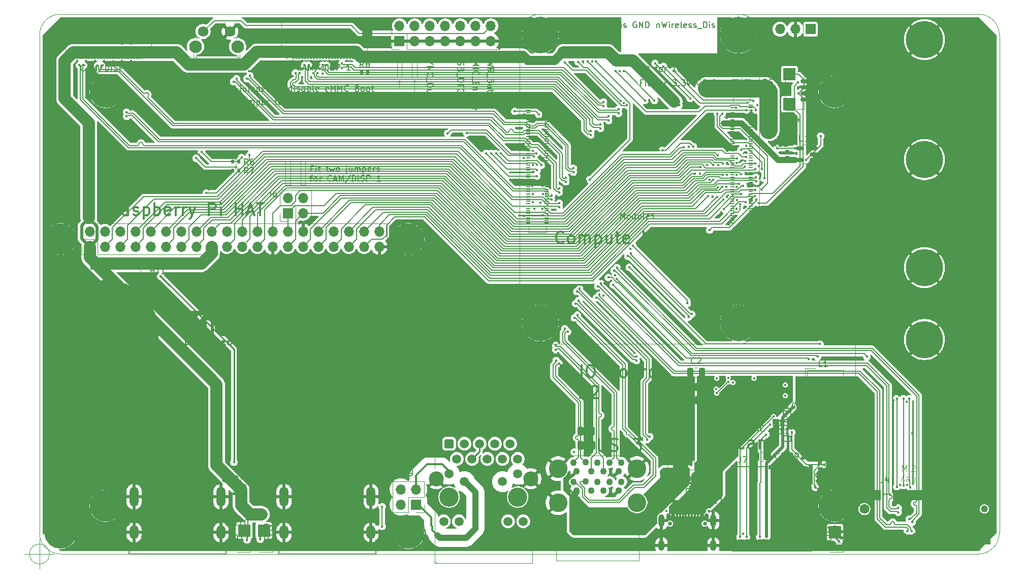
<source format=gbr>
G04 #@! TF.GenerationSoftware,KiCad,Pcbnew,9.0.3*
G04 #@! TF.CreationDate,2025-11-20T01:27:33+01:00*
G04 #@! TF.ProjectId,CM5IO,434d3549-4f2e-46b6-9963-61645f706362,rev?*
G04 #@! TF.SameCoordinates,Original*
G04 #@! TF.FileFunction,Copper,L4,Bot*
G04 #@! TF.FilePolarity,Positive*
%FSLAX46Y46*%
G04 Gerber Fmt 4.6, Leading zero omitted, Abs format (unit mm)*
G04 Created by KiCad (PCBNEW 9.0.3) date 2025-11-20 01:27:33*
%MOMM*%
%LPD*%
G01*
G04 APERTURE LIST*
G04 Aperture macros list*
%AMRoundRect*
0 Rectangle with rounded corners*
0 $1 Rounding radius*
0 $2 $3 $4 $5 $6 $7 $8 $9 X,Y pos of 4 corners*
0 Add a 4 corners polygon primitive as box body*
4,1,4,$2,$3,$4,$5,$6,$7,$8,$9,$2,$3,0*
0 Add four circle primitives for the rounded corners*
1,1,$1+$1,$2,$3*
1,1,$1+$1,$4,$5*
1,1,$1+$1,$6,$7*
1,1,$1+$1,$8,$9*
0 Add four rect primitives between the rounded corners*
20,1,$1+$1,$2,$3,$4,$5,0*
20,1,$1+$1,$4,$5,$6,$7,0*
20,1,$1+$1,$6,$7,$8,$9,0*
20,1,$1+$1,$8,$9,$2,$3,0*%
G04 Aperture macros list end*
G04 #@! TA.AperFunction,ComponentPad*
%ADD10R,1.700000X1.700000*%
G04 #@! TD*
G04 #@! TA.AperFunction,ComponentPad*
%ADD11O,1.700000X1.700000*%
G04 #@! TD*
G04 #@! TA.AperFunction,HeatsinkPad*
%ADD12O,1.000000X2.100000*%
G04 #@! TD*
G04 #@! TA.AperFunction,HeatsinkPad*
%ADD13O,1.000000X1.800000*%
G04 #@! TD*
G04 #@! TA.AperFunction,ComponentPad*
%ADD14RoundRect,0.250500X-0.499500X-0.499500X0.499500X-0.499500X0.499500X0.499500X-0.499500X0.499500X0*%
G04 #@! TD*
G04 #@! TA.AperFunction,ComponentPad*
%ADD15C,1.500000*%
G04 #@! TD*
G04 #@! TA.AperFunction,ComponentPad*
%ADD16C,2.500000*%
G04 #@! TD*
G04 #@! TA.AperFunction,ComponentPad*
%ADD17O,1.500000X3.300000*%
G04 #@! TD*
G04 #@! TA.AperFunction,ComponentPad*
%ADD18O,1.500000X2.300000*%
G04 #@! TD*
G04 #@! TA.AperFunction,ComponentPad*
%ADD19C,5.800000*%
G04 #@! TD*
G04 #@! TA.AperFunction,ComponentPad*
%ADD20C,3.100000*%
G04 #@! TD*
G04 #@! TA.AperFunction,ComponentPad*
%ADD21C,1.100000*%
G04 #@! TD*
G04 #@! TA.AperFunction,ComponentPad*
%ADD22C,2.100000*%
G04 #@! TD*
G04 #@! TA.AperFunction,ComponentPad*
%ADD23C,1.750000*%
G04 #@! TD*
G04 #@! TA.AperFunction,SMDPad,CuDef*
%ADD24R,2.000000X2.000000*%
G04 #@! TD*
G04 #@! TA.AperFunction,ViaPad*
%ADD25C,0.450000*%
G04 #@! TD*
G04 #@! TA.AperFunction,Conductor*
%ADD26C,0.230000*%
G04 #@! TD*
G04 #@! TA.AperFunction,Conductor*
%ADD27C,0.130000*%
G04 #@! TD*
G04 #@! TA.AperFunction,Conductor*
%ADD28C,1.000000*%
G04 #@! TD*
G04 #@! TA.AperFunction,Conductor*
%ADD29C,0.500000*%
G04 #@! TD*
G04 #@! TA.AperFunction,Conductor*
%ADD30C,0.147000*%
G04 #@! TD*
G04 #@! TA.AperFunction,Conductor*
%ADD31C,2.000000*%
G04 #@! TD*
G04 #@! TA.AperFunction,Conductor*
%ADD32C,1.500000*%
G04 #@! TD*
G04 #@! TA.AperFunction,Conductor*
%ADD33C,3.000000*%
G04 #@! TD*
G04 #@! TA.AperFunction,Conductor*
%ADD34C,0.127000*%
G04 #@! TD*
G04 #@! TA.AperFunction,Conductor*
%ADD35C,0.300000*%
G04 #@! TD*
%ADD36R,5.080000X1.770000*%
%ADD37C,17.800000*%
%ADD38RoundRect,0.140000X0.170000X-0.140000X0.170000X0.140000X-0.170000X0.140000X-0.170000X-0.140000X0*%
%ADD39RoundRect,0.250000X0.250000X0.475000X-0.250000X0.475000X-0.250000X-0.475000X0.250000X-0.475000X0*%
%ADD40R,0.300000X1.300000*%
%ADD41R,1.800000X2.200000*%
%ADD42RoundRect,0.135000X0.185000X-0.135000X0.185000X0.135000X-0.185000X0.135000X-0.185000X-0.135000X0*%
%ADD43RoundRect,0.075000X0.075000X0.200000X-0.075000X0.200000X-0.075000X-0.200000X0.075000X-0.200000X0*%
%ADD44RoundRect,0.162500X0.162500X-0.837500X0.162500X0.837500X-0.162500X0.837500X-0.162500X-0.837500X0*%
%ADD45R,1.700000X1.700000*%
%ADD46O,1.700000X1.700000*%
%ADD47RoundRect,0.218750X0.218750X0.256250X-0.218750X0.256250X-0.218750X-0.256250X0.218750X-0.256250X0*%
%ADD48C,0.650000*%
%ADD49RoundRect,0.150000X-0.150000X-0.425000X0.150000X-0.425000X0.150000X0.425000X-0.150000X0.425000X0*%
%ADD50RoundRect,0.075000X-0.075000X-0.500000X0.075000X-0.500000X0.075000X0.500000X-0.075000X0.500000X0*%
%ADD51O,1.000000X2.100000*%
%ADD52O,1.000000X1.800000*%
%ADD53RoundRect,0.150000X0.512500X0.150000X-0.512500X0.150000X-0.512500X-0.150000X0.512500X-0.150000X0*%
%ADD54C,3.200000*%
%ADD55RoundRect,0.250500X-0.499500X-0.499500X0.499500X-0.499500X0.499500X0.499500X-0.499500X0.499500X0*%
%ADD56C,1.500000*%
%ADD57C,2.500000*%
%ADD58R,0.300000X2.600000*%
%ADD59O,1.500000X3.300000*%
%ADD60O,1.500000X2.300000*%
%ADD61C,5.300000*%
%ADD62RoundRect,0.135000X-0.135000X-0.185000X0.135000X-0.185000X0.135000X0.185000X-0.135000X0.185000X0*%
%ADD63RoundRect,0.250000X-0.350000X-0.450000X0.350000X-0.450000X0.350000X0.450000X-0.350000X0.450000X0*%
%ADD64R,0.300000X0.500000*%
%ADD65R,1.750000X1.050000*%
%ADD66R,0.700000X1.100000*%
%ADD67R,0.900000X0.930000*%
%ADD68R,1.050000X0.780000*%
%ADD69R,0.700000X3.330000*%
%ADD70R,1.140000X1.830000*%
%ADD71R,0.860000X2.800000*%
%ADD72C,1.150000*%
%ADD73C,1.650000*%
%ADD74RoundRect,0.102000X0.150000X0.775000X-0.150000X0.775000X-0.150000X-0.775000X0.150000X-0.775000X0*%
%ADD75C,6.200000*%
%ADD76RoundRect,0.102000X0.600000X1.375000X-0.600000X1.375000X-0.600000X-1.375000X0.600000X-1.375000X0*%
%ADD77RoundRect,0.135000X-0.185000X0.135000X-0.185000X-0.135000X0.185000X-0.135000X0.185000X0.135000X0*%
%ADD78RoundRect,0.250000X-0.250000X-0.475000X0.250000X-0.475000X0.250000X0.475000X-0.250000X0.475000X0*%
%ADD79RoundRect,0.140000X-0.170000X0.140000X-0.170000X-0.140000X0.170000X-0.140000X0.170000X0.140000X0*%
%ADD80RoundRect,0.140000X-0.140000X-0.170000X0.140000X-0.170000X0.140000X0.170000X-0.140000X0.170000X0*%
%ADD81C,3.100000*%
%ADD82C,1.100000*%
%ADD83RoundRect,0.150000X0.625000X-0.150000X0.625000X0.150000X-0.625000X0.150000X-0.625000X-0.150000X0*%
%ADD84RoundRect,0.250000X0.650000X-0.350000X0.650000X0.350000X-0.650000X0.350000X-0.650000X-0.350000X0*%
%ADD85RoundRect,0.250000X1.025000X-0.787500X1.025000X0.787500X-1.025000X0.787500X-1.025000X-0.787500X0*%
%ADD86R,1.200000X1.400000*%
%ADD87RoundRect,0.150000X-0.150000X0.512500X-0.150000X-0.512500X0.150000X-0.512500X0.150000X0.512500X0*%
%ADD88RoundRect,0.500000X-0.500000X-0.900000X0.500000X-0.900000X0.500000X0.900000X-0.500000X0.900000X0*%
%ADD89C,2.100000*%
%ADD90C,1.750000*%
%ADD91RoundRect,0.135000X0.135000X0.185000X-0.135000X0.185000X-0.135000X-0.185000X0.135000X-0.185000X0*%
%ADD92RoundRect,0.140000X0.140000X0.170000X-0.140000X0.170000X-0.140000X-0.170000X0.140000X-0.170000X0*%
%ADD93C,6.100000*%
%ADD94R,0.700000X0.200000*%
%ADD95C,0.120000*%
%ADD96C,0.150000*%
%ADD97C,0.300000*%
%ADD98C,0.100000*%
%ADD99C,0.127000*%
%ADD100C,0.200000*%
%ADD101C,0.010000*%
G04 #@! TA.AperFunction,Profile*
%ADD102C,0.050000*%
G04 #@! TD*
G04 APERTURE END LIST*
D10*
X87370000Y-108770000D03*
D11*
X87370000Y-106230000D03*
X89910000Y-108770000D03*
X89910000Y-106230000D03*
X92450000Y-108770000D03*
X92450000Y-106230000D03*
X94990000Y-108770000D03*
X94990000Y-106230000D03*
X97530000Y-108770000D03*
X97530000Y-106230000D03*
X100070000Y-108770000D03*
X100070000Y-106230000D03*
X102610000Y-108770000D03*
X102610000Y-106230000D03*
X105150000Y-108770000D03*
X105150000Y-106230000D03*
X107690000Y-108770000D03*
X107690000Y-106230000D03*
X110230000Y-108770000D03*
X110230000Y-106230000D03*
X112770000Y-108770000D03*
X112770000Y-106230000D03*
X115310000Y-108770000D03*
X115310000Y-106230000D03*
X117850000Y-108770000D03*
X117850000Y-106230000D03*
X120390000Y-108770000D03*
X120390000Y-106230000D03*
X122930000Y-108770000D03*
X122930000Y-106230000D03*
X125470000Y-108770000D03*
X125470000Y-106230000D03*
X128010000Y-108770000D03*
X128010000Y-106230000D03*
X130550000Y-108770000D03*
X130550000Y-106230000D03*
X133090000Y-108770000D03*
X133090000Y-106230000D03*
X135630000Y-108770000D03*
X135630000Y-106230000D03*
D10*
X141770000Y-151770000D03*
D11*
X139230000Y-151770000D03*
X141770000Y-149230000D03*
X139230000Y-149230000D03*
D12*
X182680000Y-154420000D03*
D13*
X182680000Y-158600000D03*
D12*
X191320000Y-154420000D03*
D13*
X191320000Y-158600000D03*
D14*
X147285000Y-141610000D03*
D15*
X148555000Y-144150000D03*
X149825000Y-141610000D03*
X151095000Y-144150000D03*
X152365000Y-141610000D03*
X153635000Y-144150000D03*
X154905000Y-141610000D03*
X156175000Y-144150000D03*
X157445000Y-141610000D03*
X158715000Y-144150000D03*
X147285000Y-146670000D03*
X149825000Y-147940000D03*
X156175000Y-147940000D03*
X158715000Y-146670000D03*
X146370000Y-154560000D03*
X148910000Y-154560000D03*
X157090000Y-154560000D03*
X159630000Y-154560000D03*
D16*
X145125000Y-147450000D03*
X160875000Y-147450000D03*
D17*
X134250000Y-150450000D03*
X119750000Y-150450000D03*
D18*
X119750000Y-156410000D03*
X134250000Y-156410000D03*
D17*
X109250000Y-150450000D03*
X94750000Y-150450000D03*
D18*
X94750000Y-156410000D03*
X109250000Y-156410000D03*
D10*
X120400000Y-103200000D03*
D11*
X120400000Y-100660000D03*
X122940000Y-103200000D03*
X122940000Y-100660000D03*
D10*
X139000000Y-74500000D03*
D11*
X139000000Y-71960000D03*
X141540000Y-74500000D03*
X141540000Y-71960000D03*
X144080000Y-74500000D03*
X144080000Y-71960000D03*
X146620000Y-74500000D03*
X146620000Y-71960000D03*
X149160000Y-74500000D03*
X149160000Y-71960000D03*
X151700000Y-74500000D03*
X151700000Y-71960000D03*
X154240000Y-74500000D03*
X154240000Y-71960000D03*
D10*
X207500000Y-72500000D03*
D11*
X204960000Y-72500000D03*
X202420000Y-72500000D03*
D19*
X226500000Y-124250000D03*
X226500000Y-112250000D03*
X226500000Y-94250000D03*
X226500000Y-74250000D03*
D20*
X165430000Y-145770000D03*
X165430000Y-151450000D03*
X178570000Y-145770000D03*
X178570000Y-151450000D03*
D21*
X168500000Y-149450000D03*
X171000000Y-149450000D03*
X173000000Y-149450000D03*
X175500000Y-149450000D03*
X176000000Y-147950000D03*
X174000000Y-147950000D03*
X172000000Y-147950000D03*
X170000000Y-147900000D03*
X168000000Y-147950000D03*
X168500000Y-146250000D03*
X171000000Y-146250000D03*
X173000000Y-146250000D03*
X175500000Y-146250000D03*
X176000000Y-144750000D03*
X174000000Y-144750000D03*
X172000000Y-144750000D03*
X170000000Y-144700000D03*
X168000000Y-144750000D03*
D22*
X105000000Y-75390000D03*
X112010000Y-75390000D03*
D23*
X106250000Y-72900000D03*
X110750000Y-72900000D03*
D24*
X211600000Y-156400000D03*
X204000000Y-85000000D03*
X204000000Y-80000000D03*
X116411606Y-156100000D03*
X113100000Y-156100000D03*
D25*
X117450000Y-72900000D03*
X204900000Y-136300000D03*
X193680000Y-157550000D03*
X168300000Y-95100000D03*
X193516744Y-98774022D03*
X207350000Y-156400000D03*
X103200000Y-70900000D03*
X124250000Y-80500000D03*
X167600000Y-118100000D03*
X161200000Y-90400000D03*
X158900000Y-89100000D03*
X114800000Y-80400000D03*
X168600000Y-96800000D03*
X141150000Y-134912500D03*
X159700000Y-94000000D03*
X236500000Y-101200000D03*
X93000000Y-122500000D03*
X198981500Y-102200000D03*
X129500000Y-151350000D03*
X154100000Y-121600000D03*
X106000000Y-151450000D03*
X215200000Y-124900000D03*
X215500000Y-72500000D03*
X126300000Y-128400000D03*
X155600000Y-131200000D03*
X88250000Y-77800000D03*
X169600000Y-77900000D03*
X122750000Y-80500000D03*
X130250000Y-77800000D03*
X192450000Y-71000000D03*
X182500000Y-76800000D03*
X122600000Y-132000000D03*
X125750000Y-77800000D03*
X110350000Y-133912500D03*
X166700000Y-138300000D03*
X175700000Y-79500000D03*
X207900000Y-137000000D03*
X103000000Y-148100000D03*
X193750000Y-146800000D03*
X229250000Y-156750000D03*
X198194979Y-103600000D03*
X208450000Y-158050000D03*
X236500000Y-122500000D03*
X187500000Y-130900000D03*
X186800000Y-139800000D03*
X171650000Y-90250000D03*
X191200000Y-86600000D03*
X208850000Y-146800000D03*
X101500000Y-148100000D03*
X172900000Y-132300000D03*
X196300000Y-156600000D03*
X212400000Y-137600000D03*
X207900000Y-127500000D03*
X98450000Y-147812500D03*
X106000000Y-148100000D03*
X154100000Y-115600000D03*
X194680000Y-155700000D03*
X165900000Y-100400000D03*
X132200000Y-70900000D03*
X139050000Y-140975000D03*
X121200000Y-80344990D03*
X209200000Y-141600000D03*
X123500000Y-151400000D03*
X161450000Y-102425000D03*
X162938528Y-86815411D03*
X101500000Y-157500000D03*
X94000000Y-72500000D03*
X208800000Y-149300000D03*
X209400000Y-106100000D03*
X212400000Y-139600000D03*
X140000000Y-120200000D03*
X187400000Y-121300000D03*
X190300000Y-95159958D03*
X171100000Y-143000000D03*
X171750000Y-89450000D03*
X144650000Y-131312500D03*
X166600000Y-121600000D03*
X129300000Y-135400000D03*
X195200000Y-96800000D03*
X181700000Y-123200000D03*
X166400000Y-101400000D03*
X85200000Y-79200000D03*
X133900000Y-130700000D03*
X159800000Y-103630010D03*
X222800000Y-151900000D03*
X176800000Y-118400000D03*
X174300000Y-114500000D03*
X121500000Y-72800000D03*
X209200000Y-116700000D03*
X86500000Y-157500000D03*
X86500000Y-72500000D03*
X167500000Y-78020000D03*
X164500000Y-102600000D03*
X172500000Y-114200000D03*
X97500000Y-91200000D03*
X218250000Y-156750000D03*
X137100000Y-71100000D03*
X88200000Y-74800000D03*
X185000000Y-139800000D03*
X198300000Y-98600000D03*
X182400000Y-84300000D03*
X121100000Y-89300000D03*
X179200000Y-127500000D03*
X173750000Y-84400000D03*
X126150000Y-79900000D03*
X159700000Y-91600000D03*
X184500000Y-130700000D03*
X202600000Y-87800000D03*
X171100000Y-133900000D03*
X166000000Y-98400000D03*
X222400000Y-148500000D03*
X131000000Y-148050000D03*
X203300000Y-133600000D03*
X193600000Y-100500000D03*
X236500000Y-132500000D03*
X113900000Y-79500000D03*
X187500000Y-133200000D03*
X173400000Y-113300000D03*
X226250000Y-156750000D03*
X236500000Y-77500000D03*
X182300000Y-78100000D03*
X81500000Y-72500000D03*
X94150000Y-87500000D03*
X214000000Y-155000000D03*
X142350000Y-137725000D03*
X131950000Y-143912500D03*
X124700000Y-119300000D03*
X152750000Y-157250000D03*
X210300000Y-137000000D03*
X165800000Y-122500000D03*
X86750000Y-74850000D03*
X209000000Y-72500000D03*
X172300000Y-122900000D03*
X81500000Y-96900000D03*
X198550000Y-142550000D03*
X128000000Y-151400000D03*
X81500000Y-152500000D03*
X176300000Y-110300000D03*
X123500000Y-148000000D03*
X111700000Y-80000000D03*
X197250000Y-105300000D03*
X204600000Y-155400000D03*
X183500000Y-112200000D03*
X161200000Y-100000000D03*
X212400000Y-136400000D03*
X169400000Y-120200000D03*
X168300000Y-121400000D03*
X149400000Y-137200000D03*
X212700000Y-125000000D03*
X191900000Y-130700000D03*
X164300000Y-88010010D03*
X161145609Y-98615727D03*
X201600000Y-91800000D03*
X162800000Y-98600000D03*
X121750000Y-146612500D03*
X124500000Y-140100000D03*
X94150000Y-85900000D03*
X195100000Y-90420010D03*
X161200000Y-97610010D03*
X197950000Y-106600000D03*
X99600000Y-70900000D03*
X170100000Y-97900000D03*
X183500000Y-105900000D03*
X104000000Y-81400000D03*
X114100000Y-147300000D03*
X235250000Y-156750000D03*
X183500000Y-152800000D03*
X187700000Y-118200000D03*
X115600000Y-138800000D03*
X98500000Y-151400000D03*
X198645000Y-85200000D03*
X166400000Y-99400000D03*
X183900000Y-90500000D03*
X196825453Y-91936823D03*
X199700000Y-75800000D03*
X201200000Y-139200000D03*
X175350000Y-71100000D03*
X236500000Y-112500000D03*
X178200000Y-126500000D03*
X175500000Y-129300000D03*
X174600000Y-87850000D03*
X198219139Y-100361721D03*
X171100000Y-138400000D03*
X205800000Y-140600000D03*
X223600000Y-148500000D03*
X115800000Y-70900000D03*
X212400000Y-140400000D03*
X139100000Y-89200000D03*
X133400000Y-117800000D03*
X166000000Y-71150000D03*
X196700000Y-96400000D03*
X174000000Y-112600000D03*
X112350000Y-142112500D03*
X177000000Y-111200000D03*
X173350000Y-89200000D03*
X165000000Y-101100000D03*
X193200000Y-124400000D03*
X199100000Y-97400000D03*
X174600000Y-87150000D03*
X223000000Y-72500000D03*
X188500000Y-120100000D03*
X169800000Y-115800000D03*
X131000000Y-151350000D03*
X162901867Y-93992530D03*
X124250000Y-77800000D03*
X180600000Y-84300000D03*
X198200000Y-124300000D03*
X209200000Y-142200000D03*
X89750000Y-77800000D03*
X94250000Y-77800000D03*
X222700000Y-153600000D03*
X165500000Y-126500000D03*
X208600000Y-137000000D03*
X80200000Y-88600000D03*
X191950000Y-76800000D03*
X99400000Y-90100000D03*
X125750000Y-79100000D03*
X164300000Y-90410010D03*
X81500000Y-130000000D03*
X129500000Y-148050000D03*
X104000000Y-72800000D03*
X173200000Y-88150000D03*
X151600000Y-137800000D03*
X237000000Y-142000000D03*
X106450000Y-137512500D03*
X196700000Y-102200000D03*
X216100000Y-127300000D03*
X162900000Y-103569990D03*
X175350000Y-72500000D03*
X161200000Y-95200000D03*
X162900000Y-91600000D03*
X176500000Y-157500000D03*
X186400000Y-120300000D03*
X203700000Y-137500000D03*
X194600000Y-131400000D03*
X169600000Y-90600000D03*
X202600000Y-87000000D03*
X186800000Y-155900000D03*
X171100000Y-140500000D03*
X193800000Y-130600000D03*
X166400000Y-128400000D03*
X179400000Y-140700000D03*
X112950000Y-131412500D03*
X173200000Y-114900000D03*
X214000000Y-157500000D03*
X193600000Y-87300000D03*
X127250000Y-77800000D03*
X167200000Y-123700000D03*
X196600000Y-94480000D03*
X85250000Y-77800000D03*
X136400000Y-123900000D03*
X173800000Y-85250000D03*
X107200000Y-99200000D03*
X81500000Y-102500000D03*
X92900000Y-87500000D03*
X137900000Y-111700000D03*
X162800000Y-102400000D03*
X223500000Y-134600000D03*
X224500000Y-139900000D03*
X125500000Y-70800000D03*
X193644988Y-92800000D03*
X173000000Y-116900000D03*
X207600000Y-88300000D03*
X99350000Y-145012500D03*
X122750000Y-77800000D03*
X161300000Y-96300000D03*
X176400000Y-84800000D03*
X113800000Y-72700000D03*
X146700000Y-133400000D03*
X175350000Y-73900000D03*
X157500000Y-85600000D03*
X134950000Y-141012500D03*
X121250000Y-77800000D03*
X193913015Y-105093015D03*
X177500000Y-109100000D03*
X185900000Y-139800000D03*
X181500000Y-140600000D03*
X167400000Y-120500000D03*
X171100000Y-77900000D03*
X89200000Y-89000000D03*
X198200000Y-112500000D03*
X214600000Y-149500000D03*
X227750000Y-156750000D03*
X81500000Y-142500000D03*
X130500000Y-89300000D03*
X146200000Y-89800000D03*
X209300000Y-137000000D03*
X164200000Y-127700000D03*
X107050000Y-147312500D03*
X198300000Y-118200000D03*
X236600000Y-91400000D03*
X165100000Y-100300000D03*
X163500000Y-131300000D03*
X200600000Y-140600000D03*
X165600000Y-129100000D03*
X196800000Y-93100000D03*
X212400000Y-141600000D03*
X209800000Y-147300000D03*
X195200000Y-94800000D03*
X209200000Y-140300000D03*
X121700000Y-143100000D03*
X126500000Y-151350000D03*
X222300000Y-133600000D03*
X197950000Y-157150000D03*
X95500000Y-81200000D03*
X162500000Y-101400000D03*
X155658314Y-75744990D03*
X221750000Y-156750000D03*
X110600000Y-81100000D03*
X112700000Y-80600000D03*
X184100000Y-78800000D03*
X165600000Y-124600000D03*
X155467559Y-137292894D03*
X122750000Y-79100000D03*
X187600000Y-119300000D03*
X146400000Y-85100000D03*
X206050000Y-158050000D03*
X155400000Y-139400000D03*
X138400000Y-126200000D03*
X209100000Y-93350000D03*
X184950000Y-76800000D03*
X131050000Y-74100000D03*
X118750000Y-135812500D03*
X195100000Y-103600000D03*
X149800000Y-131300000D03*
X204900000Y-93200000D03*
X156700000Y-71100000D03*
X175100000Y-111500000D03*
X166400000Y-102100000D03*
X198326926Y-96450546D03*
X164300000Y-85589990D03*
X192133781Y-95193358D03*
X187250000Y-76800000D03*
X154700000Y-92550000D03*
X172200000Y-116100000D03*
X223250000Y-156750000D03*
X174450000Y-85350000D03*
X179600000Y-115600000D03*
X148600000Y-89910010D03*
X104400000Y-94400000D03*
X88300000Y-79300000D03*
X213250000Y-146200000D03*
X207560000Y-144350000D03*
X221500000Y-153600000D03*
X130900000Y-124000000D03*
X149400000Y-139400000D03*
X86750000Y-77800000D03*
X201000000Y-157000000D03*
X176700000Y-92600000D03*
X103000000Y-151450000D03*
X162900000Y-100000000D03*
X126500000Y-157100000D03*
X175800000Y-87350000D03*
X189100000Y-96600000D03*
X236500000Y-72500000D03*
X229900000Y-72500000D03*
X186500000Y-84100000D03*
X190500000Y-152800000D03*
X201400000Y-138100000D03*
X185400000Y-126900000D03*
X161200000Y-88000000D03*
X105600000Y-93500000D03*
X180600000Y-139700000D03*
X178200000Y-128500000D03*
X166100000Y-74462500D03*
X209200000Y-139700000D03*
X80100000Y-77800000D03*
X162900000Y-89200000D03*
X113700000Y-81500000D03*
X128750000Y-77800000D03*
X195100000Y-85584990D03*
X161200000Y-101300000D03*
X209200000Y-124300000D03*
X212400000Y-135600000D03*
X94250000Y-74900000D03*
X217250000Y-156750000D03*
X80200000Y-84000000D03*
X233750000Y-156750000D03*
X104500000Y-148100000D03*
X186800000Y-87900000D03*
X168500000Y-119000000D03*
X110250000Y-144112500D03*
X230750000Y-156750000D03*
X91300000Y-74800000D03*
X99450000Y-115250000D03*
X159800000Y-86700000D03*
X89750000Y-74850000D03*
X92850000Y-85900000D03*
X101500000Y-151450000D03*
X147500000Y-112800000D03*
X174900000Y-113500000D03*
X187200000Y-92100000D03*
X161200000Y-85589990D03*
X198100000Y-130700000D03*
X167400000Y-98400000D03*
X180400000Y-141700000D03*
X103250000Y-140100000D03*
X186600000Y-108700000D03*
X162900000Y-97600000D03*
X168700000Y-117000000D03*
X201400000Y-80300000D03*
X81500000Y-115000000D03*
X193600000Y-96800000D03*
X92750000Y-77800000D03*
X128000000Y-148050000D03*
X212400000Y-142400000D03*
X113200000Y-93400000D03*
X155500000Y-92600000D03*
X209200000Y-95700000D03*
X163600000Y-157150000D03*
X86750000Y-79200000D03*
X161200000Y-92800000D03*
X126500000Y-148050000D03*
X224750000Y-156750000D03*
X128050000Y-72800000D03*
X164300000Y-92810010D03*
X101800000Y-87400000D03*
X188700000Y-124700000D03*
X176000000Y-112400000D03*
X118200000Y-126100000D03*
X167800000Y-116100000D03*
X113000000Y-84000000D03*
X189350000Y-76800000D03*
X205400000Y-82200000D03*
X179000000Y-128400000D03*
X192700000Y-112600000D03*
X147600000Y-117300000D03*
X124250000Y-79150000D03*
X91250000Y-77900000D03*
X198879990Y-95313931D03*
X191200000Y-100400000D03*
X223100000Y-154400000D03*
X175350000Y-75500000D03*
X153850000Y-92550000D03*
X195226569Y-101006627D03*
X110300000Y-96700000D03*
X221400000Y-151900000D03*
X104500000Y-151450000D03*
X167800000Y-123100000D03*
X200600000Y-91300000D03*
X193600000Y-94800000D03*
X224750000Y-155450000D03*
X149400000Y-126500000D03*
X169100000Y-115100000D03*
X167300000Y-96800000D03*
X196800000Y-90800000D03*
X85200000Y-74800000D03*
X191800000Y-132500000D03*
X92700000Y-74900000D03*
X190650063Y-97600882D03*
X223400000Y-153650000D03*
X215700000Y-132600000D03*
X221300000Y-134400000D03*
X195100000Y-92000000D03*
X121150000Y-79100000D03*
X184400000Y-120500000D03*
X192600000Y-103000000D03*
X203300000Y-131800000D03*
X111500000Y-82000000D03*
X207100000Y-140600000D03*
X198550000Y-144850000D03*
X195180800Y-98796776D03*
X164500000Y-124600000D03*
X142400000Y-122300000D03*
X180200000Y-76800000D03*
X153000000Y-137800000D03*
X212400000Y-138400000D03*
X232250000Y-156750000D03*
X192350000Y-75900000D03*
X181600000Y-128100000D03*
X164500000Y-126500000D03*
X143600000Y-116500000D03*
X182219997Y-92700000D03*
X127600000Y-79000000D03*
X195150000Y-102400000D03*
X189900000Y-106000000D03*
X106800000Y-99800000D03*
X114000000Y-93500000D03*
X184800000Y-146200000D03*
X168100000Y-143000000D03*
X186000000Y-146200000D03*
X186900000Y-146200000D03*
X204550000Y-135550000D03*
X200200000Y-144850000D03*
X200200000Y-157100000D03*
X204400000Y-139700000D03*
X208300000Y-148900000D03*
X209800000Y-145100000D03*
X113600000Y-157700000D03*
X115800000Y-157562500D03*
X212287500Y-157900000D03*
X198400000Y-86000000D03*
X171700000Y-77900000D03*
X166550000Y-78050000D03*
X176900000Y-85200000D03*
X175850000Y-84450000D03*
X168750000Y-77950000D03*
X170350000Y-77850000D03*
X170700000Y-97600000D03*
X209200000Y-90300000D03*
X96150000Y-76850000D03*
X195250000Y-88200000D03*
X193050000Y-88200000D03*
X132300000Y-76850000D03*
X185600000Y-85200000D03*
X184800000Y-84600000D03*
X116000000Y-153400000D03*
X204900000Y-94300000D03*
X114075000Y-153375000D03*
X206750000Y-94300000D03*
X183000000Y-78700000D03*
X197050000Y-84750000D03*
X181600000Y-78200000D03*
X187450000Y-84050000D03*
X191050000Y-81700000D03*
X203300000Y-130800000D03*
X190150000Y-81300000D03*
X203300000Y-135100000D03*
X191050000Y-82900000D03*
X189900000Y-152500000D03*
X200550000Y-88400000D03*
X189700000Y-151900000D03*
X184600000Y-151800000D03*
X202600000Y-134700000D03*
X203900000Y-134700000D03*
X189200000Y-152400000D03*
X203300000Y-132800000D03*
X201400000Y-89200000D03*
X200500000Y-89300000D03*
X189500000Y-130900000D03*
X201350000Y-88200000D03*
X184200000Y-152300000D03*
X99200000Y-113700000D03*
X190150000Y-82400000D03*
X190150000Y-83500000D03*
X111400000Y-144700000D03*
X203300000Y-134400000D03*
X185100000Y-152300000D03*
X200850000Y-90000000D03*
X172050216Y-115353871D03*
X222143379Y-153051500D03*
X222143379Y-152348500D03*
X172547314Y-114856773D03*
X171850787Y-117253506D03*
X223648500Y-156192862D03*
X172347885Y-116756408D03*
X224351500Y-156192862D03*
X175200000Y-114100000D03*
X216900000Y-127100000D03*
X223000000Y-148600000D03*
X223000000Y-134100000D03*
X224448549Y-154698549D03*
X175248549Y-112251451D03*
X174751451Y-112748549D03*
X223951451Y-154201451D03*
X165600000Y-102150000D03*
X85650000Y-78500000D03*
X165600000Y-101500000D03*
X86350000Y-78500000D03*
X164345425Y-100951500D03*
X93500000Y-87050000D03*
X164345425Y-100248500D03*
X93500000Y-86350000D03*
X88650000Y-78600000D03*
X165615041Y-99751500D03*
X165615041Y-99048500D03*
X89350000Y-78600000D03*
X166718560Y-97951500D03*
X111351451Y-81248549D03*
X166718560Y-97248500D03*
X111848549Y-80751451D03*
X113563927Y-80761025D03*
X168000000Y-96351500D03*
X114061025Y-80263927D03*
X168000000Y-95648500D03*
X184700000Y-79380000D03*
X198000000Y-84500000D03*
X175000000Y-79500000D03*
X179900000Y-84400000D03*
X176400000Y-79500000D03*
X181500000Y-84400000D03*
X195600000Y-98300000D03*
X105100000Y-94000000D03*
X111800000Y-95500000D03*
X192046881Y-98904712D03*
X106000000Y-93000000D03*
X112700000Y-93900000D03*
X201360000Y-137060000D03*
X195760000Y-157150000D03*
X200800000Y-138393970D03*
X196850000Y-157150000D03*
X199050000Y-157150000D03*
X200100000Y-140100000D03*
X195900000Y-92600000D03*
X199400000Y-95800000D03*
X188000000Y-92100000D03*
X186400000Y-92200000D03*
X192060347Y-93553326D03*
X196757155Y-93778417D03*
X195300000Y-94043327D03*
X192900000Y-94900000D03*
X198275038Y-94900000D03*
X191300000Y-95159967D03*
X189200000Y-95519989D03*
X196571159Y-95412331D03*
X198300000Y-95800000D03*
X188200000Y-96600000D03*
X192900000Y-96800000D03*
X195900000Y-96700000D03*
X191300000Y-97590984D03*
X198400000Y-97200000D03*
X198500000Y-97900000D03*
X192814650Y-98829922D03*
X190400000Y-100300000D03*
X196300000Y-98600000D03*
X192000000Y-100500000D03*
X193000000Y-100904756D03*
X198275018Y-99300000D03*
X195800000Y-101700000D03*
X195900000Y-100009990D03*
X196700000Y-101300000D03*
X153400000Y-93200000D03*
X161900000Y-97000000D03*
X154300000Y-93200000D03*
X161929406Y-96029406D03*
X155100000Y-93200000D03*
X161897328Y-95102672D03*
X155899999Y-93200001D03*
X162663238Y-95179940D03*
X192800000Y-86600000D03*
X193800000Y-131300000D03*
X191875000Y-133200000D03*
X199300000Y-99200000D03*
X177547488Y-109852512D03*
X187700000Y-120000000D03*
X187200000Y-120500000D03*
X177052512Y-110347488D03*
X199800000Y-97400000D03*
X192000000Y-86600000D03*
X178500000Y-127751500D03*
X168351451Y-118248549D03*
X178500000Y-127048500D03*
X168848549Y-117751451D03*
X180736228Y-140439130D03*
X169048549Y-115751451D03*
X168551451Y-116248549D03*
X180239130Y-140936228D03*
X168648549Y-120151451D03*
X168151451Y-120648549D03*
X165046845Y-125951500D03*
X165046845Y-125248500D03*
X166551451Y-122451451D03*
X167048549Y-122948549D03*
X165109012Y-127745622D03*
X165606110Y-128242720D03*
X205400000Y-81400000D03*
X193100000Y-102500000D03*
X205500000Y-83200000D03*
X198900000Y-101500000D03*
X170900000Y-90150000D03*
X121650000Y-79800000D03*
X170900000Y-89450000D03*
X122350000Y-79800000D03*
X123150000Y-78500000D03*
X172500000Y-89050000D03*
X123850000Y-78500000D03*
X172500000Y-88350000D03*
X124650000Y-79800000D03*
X173850000Y-87750000D03*
X125350000Y-79800000D03*
X173850000Y-87050000D03*
X175500000Y-86550000D03*
X126150000Y-78500000D03*
X126850000Y-78500000D03*
X175500000Y-85850000D03*
X173000000Y-85350000D03*
X129400000Y-78950000D03*
X173000000Y-84650000D03*
X129400000Y-78250000D03*
X161800000Y-93200000D03*
X147000000Y-89900000D03*
X158200000Y-86200000D03*
X162200000Y-86700000D03*
X150200000Y-89800000D03*
X161353008Y-93746992D03*
X198500000Y-100900000D03*
X136100000Y-155400000D03*
X190700000Y-106000000D03*
X136100000Y-152100000D03*
X204900000Y-92400000D03*
X201945000Y-92400000D03*
X182800000Y-92700000D03*
X196900000Y-86000000D03*
X207200000Y-127500000D03*
X174600000Y-115100000D03*
X221900000Y-134100000D03*
X208700000Y-127100000D03*
X173800000Y-113900000D03*
X221900000Y-148800000D03*
X209100000Y-125000000D03*
X224000000Y-134100000D03*
X177300000Y-112200000D03*
X224100000Y-148900000D03*
X177900000Y-108600000D03*
X187000000Y-118200000D03*
D26*
X152365000Y-142880000D02*
X151095000Y-144150000D01*
X152365000Y-141610000D02*
X152365000Y-142880000D01*
D27*
X108500000Y-99800000D02*
X106800000Y-99800000D01*
X114000000Y-94300000D02*
X108500000Y-99800000D01*
X114000000Y-93500000D02*
X114000000Y-94300000D01*
D26*
X168500000Y-146250000D02*
X166825000Y-147925000D01*
D28*
X179100000Y-155100000D02*
X184400000Y-149800000D01*
X186900000Y-147300000D02*
X186900000Y-146200000D01*
X170375000Y-155100000D02*
X179100000Y-155100000D01*
X168250000Y-152975000D02*
X170375000Y-155100000D01*
X184400000Y-147800000D02*
X186000000Y-146200000D01*
X184400000Y-149800000D02*
X184400000Y-146600000D01*
X168250000Y-149900000D02*
X168250000Y-152975000D01*
D26*
X166825000Y-148750000D02*
X167725000Y-149650000D01*
X167725000Y-149650000D02*
X168500000Y-149650000D01*
D28*
X184400000Y-149800000D02*
X184400000Y-147800000D01*
X186900000Y-146200000D02*
X186000000Y-146200000D01*
X168500000Y-149650000D02*
X168250000Y-149900000D01*
X184400000Y-146600000D02*
X184800000Y-146200000D01*
X184400000Y-149800000D02*
X186900000Y-147300000D01*
D26*
X166825000Y-147925000D02*
X166825000Y-148750000D01*
D29*
X200200000Y-144850000D02*
X200200000Y-157100000D01*
X202900000Y-137200000D02*
X202900000Y-142150000D01*
X204550000Y-135550000D02*
X202900000Y-137200000D01*
X202900000Y-142150000D02*
X200200000Y-144850000D01*
D27*
X208100000Y-148700000D02*
X208300000Y-148900000D01*
X204400000Y-139700000D02*
X204400000Y-142600000D01*
X204400000Y-142600000D02*
X206900000Y-145100000D01*
X206900000Y-145100000D02*
X209800000Y-145100000D01*
X209800000Y-145100000D02*
X209100000Y-145100000D01*
X208100000Y-146100000D02*
X208100000Y-148700000D01*
X209100000Y-145100000D02*
X208100000Y-146100000D01*
D26*
X113600000Y-157700000D02*
X113600000Y-156600000D01*
X115800000Y-157562500D02*
X115800000Y-156711606D01*
X211600000Y-157212500D02*
X212287500Y-157900000D01*
D27*
X189900000Y-85300000D02*
X188900000Y-86300000D01*
X180100000Y-86300000D02*
X171700000Y-77900000D01*
X198400000Y-85800000D02*
X198000000Y-85400000D01*
X198000000Y-85400000D02*
X195800000Y-85400000D01*
X195800000Y-85400000D02*
X195564990Y-85164990D01*
X188900000Y-86300000D02*
X180100000Y-86300000D01*
X195564990Y-85164990D02*
X194235010Y-85164990D01*
X198400000Y-86000000D02*
X198400000Y-85800000D01*
X194235010Y-85164990D02*
X194100000Y-85300000D01*
X194100000Y-85300000D02*
X189900000Y-85300000D01*
X167850000Y-79350000D02*
X170150000Y-79350000D01*
X166550000Y-78050000D02*
X167850000Y-79350000D01*
X176880000Y-85220000D02*
X176900000Y-85200000D01*
X176020000Y-85220000D02*
X176880000Y-85220000D01*
X170150000Y-79350000D02*
X176020000Y-85220000D01*
X169700000Y-78900000D02*
X170300000Y-78900000D01*
X170300000Y-78900000D02*
X175850000Y-84450000D01*
X168750000Y-77950000D02*
X169700000Y-78900000D01*
D30*
X170700000Y-97600000D02*
X177400000Y-90900000D01*
D27*
X170350000Y-77850000D02*
X177400000Y-84900000D01*
D30*
X177400000Y-90900000D02*
X177400000Y-84900000D01*
D29*
X86000000Y-105200000D02*
X87200000Y-104000000D01*
D31*
X87370000Y-110570000D02*
X88400000Y-111600000D01*
X84595001Y-76404999D02*
X83200000Y-77800000D01*
D27*
X209200000Y-91850000D02*
X206750000Y-94300000D01*
D31*
X132300000Y-76850000D02*
X132550000Y-77100000D01*
D28*
X193100000Y-88200000D02*
X196000000Y-88200000D01*
D31*
X108500000Y-145200000D02*
X112600000Y-149300000D01*
D29*
X86000000Y-107450000D02*
X86000000Y-105200000D01*
D31*
X103863259Y-78400000D02*
X101868258Y-76404999D01*
X132300000Y-76850000D02*
X131750000Y-76300000D01*
X173800000Y-76400000D02*
X166300000Y-76400000D01*
X83200000Y-77800000D02*
X83200000Y-84100000D01*
D32*
X159600000Y-76900000D02*
X160400000Y-77700000D01*
D29*
X88600000Y-105400000D02*
X87200000Y-104000000D01*
D31*
X177900000Y-77700000D02*
X175100000Y-77700000D01*
X107690000Y-109910000D02*
X107690000Y-108820000D01*
X83200000Y-84100000D02*
X87200000Y-88100000D01*
X88400000Y-111600000D02*
X108500000Y-131700000D01*
D28*
X202100000Y-94300000D02*
X204900000Y-94300000D01*
D31*
X87370000Y-108820000D02*
X87370000Y-110570000D01*
D32*
X164900000Y-77700000D02*
X166200000Y-76400000D01*
D29*
X87370000Y-108820000D02*
X86000000Y-107450000D01*
D31*
X112600000Y-149300000D02*
X112600000Y-151900000D01*
X112600000Y-151900000D02*
X114075000Y-153375000D01*
D29*
X87370000Y-108820000D02*
X88600000Y-107590000D01*
D31*
X113100000Y-78400000D02*
X103863259Y-78400000D01*
X114075000Y-153375000D02*
X114100000Y-153400000D01*
X101868258Y-76404999D02*
X84595001Y-76404999D01*
X106000000Y-111600000D02*
X107690000Y-109910000D01*
X108500000Y-131700000D02*
X108500000Y-145200000D01*
X88400000Y-111600000D02*
X106000000Y-111600000D01*
X87200000Y-88100000D02*
X87200000Y-104000000D01*
X184800000Y-84600000D02*
X177900000Y-77700000D01*
X114100000Y-153400000D02*
X116000000Y-153400000D01*
X132550000Y-77100000D02*
X159400000Y-77100000D01*
D32*
X160400000Y-77700000D02*
X164900000Y-77700000D01*
D31*
X131750000Y-76300000D02*
X115200000Y-76300000D01*
D27*
X209200000Y-90300000D02*
X209200000Y-91850000D01*
D31*
X175100000Y-77700000D02*
X173800000Y-76400000D01*
X115200000Y-76300000D02*
X113100000Y-78400000D01*
D28*
X196000000Y-88200000D02*
X202100000Y-94300000D01*
D29*
X88600000Y-107590000D02*
X88600000Y-105400000D01*
D27*
X189120000Y-84820000D02*
X196980000Y-84820000D01*
X196980000Y-84820000D02*
X197050000Y-84750000D01*
X183000000Y-78700000D02*
X189120000Y-84820000D01*
X153000000Y-73200000D02*
X132300000Y-73200000D01*
X154240000Y-71960000D02*
X153000000Y-73200000D01*
X181600000Y-78200000D02*
X187450000Y-84050000D01*
X112600000Y-71100000D02*
X108100000Y-71100000D01*
X132300000Y-73200000D02*
X131000000Y-71900000D01*
X108100000Y-71100000D02*
X106300000Y-72900000D01*
X113400000Y-71900000D02*
X112600000Y-71100000D01*
X106300000Y-72900000D02*
X106250000Y-72900000D01*
X131000000Y-71900000D02*
X113400000Y-71900000D01*
D28*
X189700000Y-131100000D02*
X189700000Y-151900000D01*
D33*
X190200000Y-82400000D02*
X200000000Y-82400000D01*
D28*
X189500000Y-130900000D02*
X189700000Y-131100000D01*
D29*
X184200000Y-152300000D02*
X185100000Y-152300000D01*
D26*
X99200000Y-113700000D02*
X111400000Y-125900000D01*
D33*
X200000000Y-82400000D02*
X200500000Y-82900000D01*
D29*
X189900000Y-152100000D02*
X189700000Y-151900000D01*
D33*
X200500000Y-82900000D02*
X200500000Y-89300000D01*
D29*
X189900000Y-152500000D02*
X189900000Y-152100000D01*
D31*
X189200000Y-152400000D02*
X185200000Y-152400000D01*
X185200000Y-152400000D02*
X185100000Y-152300000D01*
D26*
X111400000Y-125900000D02*
X111400000Y-144700000D01*
D30*
X220817156Y-152900000D02*
X220200000Y-152282844D01*
X216817156Y-128600000D02*
X185510599Y-128600000D01*
X222143379Y-153051500D02*
X221991879Y-152900000D01*
X172264471Y-115353871D02*
X172050216Y-115353871D01*
X185510599Y-128600000D02*
X172264471Y-115353871D01*
X220200000Y-131982844D02*
X216817156Y-128600000D01*
X221991879Y-152900000D02*
X220817156Y-152900000D01*
X220200000Y-152282844D02*
X220200000Y-131982844D01*
X220982844Y-152500000D02*
X220600000Y-152117156D01*
X220600000Y-150000000D02*
X220600000Y-131817156D01*
X221991879Y-152500000D02*
X220982844Y-152500000D01*
X220850000Y-150750000D02*
X220895957Y-150750000D01*
X220600000Y-131817156D02*
X216982844Y-128200000D01*
X220600000Y-152117156D02*
X220600000Y-151000000D01*
X216982844Y-128200000D02*
X185676287Y-128200000D01*
X222143379Y-152348500D02*
X221991879Y-152500000D01*
X185676287Y-128200000D02*
X172547314Y-115071028D01*
X220895957Y-150250000D02*
X220850000Y-150250000D01*
X172547314Y-115071028D02*
X172547314Y-114856773D01*
X221145957Y-150500000D02*
G75*
G03*
X220895957Y-150250043I-249957J0D01*
G01*
X220850000Y-150250000D02*
G75*
G02*
X220600000Y-150000000I0J250000D01*
G01*
X220600000Y-151000000D02*
G75*
G02*
X220850000Y-150750000I250000J0D01*
G01*
X220895957Y-150750000D02*
G75*
G03*
X221146000Y-150500000I43J250000D01*
G01*
X223467156Y-155500000D02*
X219967156Y-155500000D01*
X172065042Y-117253506D02*
X171850787Y-117253506D01*
X215617156Y-129900000D02*
X184711535Y-129900000D01*
X218650000Y-154182844D02*
X218650000Y-132932844D01*
X218650000Y-132932844D02*
X215617156Y-129900000D01*
X223648500Y-156192862D02*
X223800000Y-156041362D01*
X223800000Y-156041362D02*
X223800000Y-155832844D01*
X184711535Y-129900000D02*
X172065042Y-117253506D01*
X223800000Y-155832844D02*
X223467156Y-155500000D01*
X219967156Y-155500000D02*
X218650000Y-154182844D01*
X223632844Y-155100000D02*
X221700000Y-155100000D01*
X215782844Y-129500000D02*
X184877223Y-129500000D01*
X184877223Y-129500000D02*
X172347885Y-116970663D01*
X224351500Y-156192862D02*
X224200000Y-156041362D01*
X220132844Y-155100000D02*
X220700000Y-155100000D01*
X224200000Y-156041362D02*
X224200000Y-155667156D01*
X219050000Y-132767156D02*
X215782844Y-129500000D01*
X220132844Y-155100000D02*
X219050000Y-154017156D01*
X221450000Y-154850000D02*
X221450000Y-154804043D01*
X224200000Y-155667156D02*
X223632844Y-155100000D01*
X172347885Y-116970663D02*
X172347885Y-116756408D01*
X219050000Y-154017156D02*
X219050000Y-132767156D01*
X220950000Y-154804043D02*
X220950000Y-154850000D01*
X221450000Y-154804043D02*
G75*
G03*
X221200000Y-154554000I-250000J43D01*
G01*
X221200000Y-154554043D02*
G75*
G03*
X220950043Y-154804043I0J-249957D01*
G01*
X220950000Y-154850000D02*
G75*
G02*
X220700000Y-155100000I-250000J0D01*
G01*
X221700000Y-155100000D02*
G75*
G02*
X221450000Y-154850000I0J250000D01*
G01*
D27*
X223000000Y-148600000D02*
X223000000Y-134100000D01*
X216900000Y-127100000D02*
X216400000Y-126600000D01*
X187700000Y-126600000D02*
X175200000Y-114100000D01*
X216400000Y-126600000D02*
X187700000Y-126600000D01*
D30*
X224448549Y-154698549D02*
X224448549Y-154484294D01*
X225600000Y-153332843D02*
X225600000Y-133517156D01*
X217782844Y-125700000D02*
X188482844Y-125700000D01*
X175248549Y-112465706D02*
X175248549Y-112251451D01*
X188482844Y-125700000D02*
X175248549Y-112465706D01*
X224448549Y-154484294D02*
X225600000Y-153332843D01*
X225600000Y-133517156D02*
X217782844Y-125700000D01*
X217617156Y-126100000D02*
X188317156Y-126100000D01*
X174965706Y-112748549D02*
X174751451Y-112748549D01*
X224165706Y-154201451D02*
X225200000Y-153167157D01*
X225200000Y-153167157D02*
X225200000Y-152100000D01*
X224950000Y-151850000D02*
X224911351Y-151850000D01*
X188317156Y-126100000D02*
X174965706Y-112748549D01*
X224911351Y-151350000D02*
X224950000Y-151350000D01*
X223951451Y-154201451D02*
X224165706Y-154201451D01*
X225200000Y-151100000D02*
X225200000Y-133682844D01*
X225200000Y-133682844D02*
X217617156Y-126100000D01*
X224911351Y-151850000D02*
G75*
G02*
X224661300Y-151600000I-51J250000D01*
G01*
X224950000Y-151350000D02*
G75*
G03*
X225200000Y-151100000I0J250000D01*
G01*
X224661351Y-151600000D02*
G75*
G02*
X224911351Y-151350051I249949J0D01*
G01*
X225200000Y-152100000D02*
G75*
G03*
X224950000Y-151850000I-250000J0D01*
G01*
D34*
X163821298Y-101990000D02*
X162721298Y-100890000D01*
X85810000Y-84278702D02*
X85810000Y-78660000D01*
X165600000Y-102150000D02*
X165440000Y-101990000D01*
X161026651Y-100881500D02*
X161018151Y-100890000D01*
X85810000Y-78660000D02*
X85650000Y-78500000D01*
X149121298Y-92290000D02*
X93821298Y-92290000D01*
X165440000Y-101990000D02*
X163821298Y-101990000D01*
X161018151Y-100890000D02*
X157721298Y-100890000D01*
X161381849Y-100890000D02*
X161373349Y-100881500D01*
X162721298Y-100890000D02*
X161381849Y-100890000D01*
X93821298Y-92290000D02*
X85810000Y-84278702D01*
X161373349Y-100881500D02*
X161026651Y-100881500D01*
X157721298Y-100890000D02*
X149121298Y-92290000D01*
X161539221Y-100510000D02*
X161530741Y-100501520D01*
X157878702Y-100510000D02*
X149278702Y-91910000D01*
X162878702Y-100510000D02*
X161539221Y-100510000D01*
X86190000Y-78660000D02*
X86350000Y-78500000D01*
X160860778Y-100510000D02*
X157878702Y-100510000D01*
X163978702Y-101610000D02*
X162878702Y-100510000D01*
X93978702Y-91910000D02*
X95312204Y-91910000D01*
X161530741Y-100501520D02*
X160869259Y-100501520D01*
X93978702Y-91910000D02*
X86190000Y-84121298D01*
X95912204Y-91322204D02*
X95900000Y-91322204D01*
X165490000Y-101610000D02*
X163978702Y-101610000D01*
X160869259Y-100501520D02*
X160860778Y-100510000D01*
X86190000Y-84121298D02*
X86190000Y-78660000D01*
X165600000Y-101500000D02*
X165490000Y-101610000D01*
X149278702Y-91910000D02*
X96500000Y-91910000D01*
X96500000Y-91910000D02*
G75*
G02*
X96206100Y-91616102I0J293900D01*
G01*
X95900000Y-91322204D02*
G75*
G03*
X95606104Y-91616102I0J-293896D01*
G01*
X96206102Y-91616102D02*
G75*
G03*
X95912204Y-91322198I-293902J2D01*
G01*
X95606102Y-91616102D02*
G75*
G02*
X95312204Y-91910002I-293902J2D01*
G01*
X164183925Y-100790000D02*
X163921298Y-100790000D01*
X157921298Y-99490000D02*
X149721298Y-91290000D01*
X94421298Y-86890000D02*
X93660000Y-86890000D01*
X98821298Y-91290000D02*
X94421298Y-86890000D01*
X163921298Y-100790000D02*
X163410000Y-100278702D01*
X163410000Y-99678702D02*
X163221298Y-99490000D01*
X149721298Y-91290000D02*
X98821298Y-91290000D01*
X164345425Y-100951500D02*
X164183925Y-100790000D01*
X163410000Y-100278702D02*
X163410000Y-99678702D01*
X163221298Y-99490000D02*
X157921298Y-99490000D01*
X93660000Y-86890000D02*
X93500000Y-87050000D01*
X164078702Y-100410000D02*
X163790000Y-100121298D01*
X163378702Y-99110000D02*
X158078702Y-99110000D01*
X163790000Y-99521298D02*
X163378702Y-99110000D01*
X158078702Y-99110000D02*
X149878702Y-90910000D01*
X164345425Y-100248500D02*
X164183925Y-100410000D01*
X149878702Y-90910000D02*
X98978702Y-90910000D01*
X94578702Y-86510000D02*
X93660000Y-86510000D01*
X163790000Y-100121298D02*
X163790000Y-99521298D01*
X164183925Y-100410000D02*
X164078702Y-100410000D01*
X93660000Y-86510000D02*
X93500000Y-86350000D01*
X98978702Y-90910000D02*
X94578702Y-86510000D01*
X101221298Y-88590000D02*
X153821298Y-88590000D01*
X160921298Y-92190000D02*
X161921298Y-92190000D01*
X92221298Y-79590000D02*
X101221298Y-88590000D01*
X165221298Y-99590000D02*
X165453541Y-99590000D01*
X88810000Y-79278702D02*
X89121298Y-79590000D01*
X164710000Y-99078702D02*
X165221298Y-99590000D01*
X88810000Y-78760000D02*
X88810000Y-79278702D01*
X159821298Y-91090000D02*
X160921298Y-92190000D01*
X164710000Y-94978702D02*
X164710000Y-99078702D01*
X156321298Y-91090000D02*
X159821298Y-91090000D01*
X165453541Y-99590000D02*
X165615041Y-99751500D01*
X88650000Y-78600000D02*
X88810000Y-78760000D01*
X153821298Y-88590000D02*
X156321298Y-91090000D01*
X161921298Y-92190000D02*
X164710000Y-94978702D01*
X89121298Y-79590000D02*
X92221298Y-79590000D01*
X96710086Y-83151385D02*
X96710085Y-83151385D01*
X165090000Y-94821298D02*
X162078702Y-91810000D01*
X97134350Y-83575652D02*
X97134351Y-83575650D01*
X97134351Y-83185652D02*
X97100084Y-83151385D01*
X165453541Y-99210000D02*
X165378702Y-99210000D01*
X92378702Y-79210000D02*
X96320087Y-83151385D01*
X162078702Y-91810000D02*
X161078702Y-91810000D01*
X165615041Y-99048500D02*
X165453541Y-99210000D01*
X153978702Y-88210000D02*
X101378702Y-88210000D01*
X101378702Y-88210000D02*
X97134351Y-83965649D01*
X165090000Y-98921298D02*
X165090000Y-94821298D01*
X92378702Y-79210000D02*
X89278702Y-79210000D01*
X159978702Y-90710000D02*
X156478702Y-90710000D01*
X165378702Y-99210000D02*
X165090000Y-98921298D01*
X161078702Y-91810000D02*
X159978702Y-90710000D01*
X89190000Y-79121298D02*
X89190000Y-78760000D01*
X156478702Y-90710000D02*
X153978702Y-88210000D01*
X89278702Y-79210000D02*
X89190000Y-79121298D01*
X89190000Y-78760000D02*
X89350000Y-78600000D01*
X96710085Y-83151385D02*
G75*
G02*
X96320087Y-83151385I-194999J195000D01*
G01*
X97134351Y-83965649D02*
G75*
G02*
X97134400Y-83575702I194949J194949D01*
G01*
X97134351Y-83575650D02*
G75*
G03*
X97134302Y-83185701I-194951J194950D01*
G01*
X97100084Y-83151385D02*
G75*
G03*
X96710086Y-83151385I-194999J-195000D01*
G01*
X159978702Y-89790000D02*
X162121298Y-89790000D01*
X162121298Y-89790000D02*
X165742615Y-93411317D01*
X159678702Y-90090000D02*
X159978702Y-89790000D01*
X117921298Y-87590000D02*
X154221298Y-87590000D01*
X165742615Y-93411317D02*
X165742615Y-97311317D01*
X156721298Y-90090000D02*
X159678702Y-90090000D01*
X111579848Y-81248549D02*
X117921298Y-87590000D01*
X165742615Y-97311317D02*
X166221298Y-97790000D01*
X166221298Y-97790000D02*
X166557060Y-97790000D01*
X166557060Y-97790000D02*
X166718560Y-97951500D01*
X111351451Y-81248549D02*
X111579848Y-81248549D01*
X154221298Y-87590000D02*
X156721298Y-90090000D01*
X166557060Y-97410000D02*
X166378702Y-97410000D01*
X156878702Y-89710000D02*
X157048458Y-89710000D01*
X166122615Y-97153913D02*
X166122615Y-93253913D01*
X166122615Y-93253913D02*
X162278702Y-89410000D01*
X157648458Y-89158457D02*
X157600000Y-89158457D01*
X162278702Y-89410000D02*
X159821298Y-89410000D01*
X111848549Y-80979848D02*
X111848549Y-80751451D01*
X159521298Y-89710000D02*
X158200000Y-89710000D01*
X159821298Y-89410000D02*
X159521298Y-89710000D01*
X156878702Y-89710000D02*
X154378702Y-87210000D01*
X157324229Y-89434228D02*
X157324229Y-89434229D01*
X166718560Y-97248500D02*
X166557060Y-97410000D01*
X157924229Y-89434229D02*
X157924229Y-89434228D01*
X166378702Y-97410000D02*
X166122615Y-97153913D01*
X154378702Y-87210000D02*
X118078702Y-87210000D01*
X118078702Y-87210000D02*
X111848549Y-80979848D01*
X157924229Y-89434228D02*
G75*
G03*
X157648458Y-89158471I-275729J28D01*
G01*
X157600000Y-89158457D02*
G75*
G03*
X157324257Y-89434228I0J-275743D01*
G01*
X158200000Y-89710000D02*
G75*
G02*
X157924200Y-89434229I0J275800D01*
G01*
X157324229Y-89434229D02*
G75*
G02*
X157048458Y-89709929I-275729J29D01*
G01*
X161678702Y-88990000D02*
X160521298Y-88990000D01*
X167838500Y-96190000D02*
X167221298Y-96190000D01*
X166710000Y-95678702D02*
X166710000Y-91978702D01*
X113563927Y-80761025D02*
X113792324Y-80761025D01*
X113792324Y-80761025D02*
X119621299Y-86590000D01*
X162078702Y-88590000D02*
X161678702Y-88990000D01*
X156421298Y-88390000D02*
X154621298Y-86590000D01*
X160521298Y-88990000D02*
X159921298Y-88390000D01*
X119621299Y-86590000D02*
X154621298Y-86590000D01*
X167221298Y-96190000D02*
X166710000Y-95678702D01*
X159921298Y-88390000D02*
X156421298Y-88390000D01*
X168000000Y-96351500D02*
X167838500Y-96190000D01*
X166710000Y-91978702D02*
X163321298Y-88590000D01*
X163321298Y-88590000D02*
X162078702Y-88590000D01*
X160678702Y-88610000D02*
X160078702Y-88010000D01*
X168000000Y-95648500D02*
X167838500Y-95810000D01*
X161521298Y-88610000D02*
X160678702Y-88610000D01*
X163478702Y-88210000D02*
X161921298Y-88210000D01*
X167838500Y-95810000D02*
X167378702Y-95810000D01*
X167090000Y-95521298D02*
X167090000Y-91821298D01*
X161921298Y-88210000D02*
X161521298Y-88610000D01*
X119778701Y-86210000D02*
X154778702Y-86210000D01*
X167090000Y-91821298D02*
X163478702Y-88210000D01*
X167378702Y-95810000D02*
X167090000Y-95521298D01*
X156578702Y-88010000D02*
X154778702Y-86210000D01*
X160078702Y-88010000D02*
X156578702Y-88010000D01*
X114061025Y-80492324D02*
X119778701Y-86210000D01*
X114061025Y-80263927D02*
X114061025Y-80492324D01*
D27*
X189620000Y-84300000D02*
X197800000Y-84300000D01*
X184700000Y-79380000D02*
X189620000Y-84300000D01*
X197800000Y-84300000D02*
X198000000Y-84500000D01*
X179900000Y-84400000D02*
X175000000Y-79500000D01*
X181500000Y-84400000D02*
X176600000Y-79500000D01*
X176600000Y-79500000D02*
X176400000Y-79500000D01*
X191484586Y-98774028D02*
X191958614Y-98300000D01*
X187200000Y-100700000D02*
X189125972Y-98774028D01*
X155600000Y-110300000D02*
X169300000Y-110300000D01*
X120400000Y-103200000D02*
X120400000Y-106270000D01*
X128500000Y-99900000D02*
X145200000Y-99900000D01*
X120390000Y-103210000D02*
X120400000Y-103200000D01*
X178900000Y-100700000D02*
X187200000Y-100700000D01*
X120390000Y-106230000D02*
X120390000Y-103210000D01*
X121640000Y-101960000D02*
X126440000Y-101960000D01*
X191958614Y-98300000D02*
X195600000Y-98300000D01*
X169300000Y-110300000D02*
X178900000Y-100700000D01*
X189125972Y-98774028D02*
X191484586Y-98774028D01*
X120400000Y-103200000D02*
X121640000Y-101960000D01*
X126440000Y-101960000D02*
X128500000Y-99900000D01*
X145200000Y-99900000D02*
X155600000Y-110300000D01*
X106600000Y-95500000D02*
X105100000Y-94000000D01*
X111800000Y-95500000D02*
X106600000Y-95500000D01*
X169500000Y-110700000D02*
X179100000Y-101100000D01*
X155400000Y-110700000D02*
X169500000Y-110700000D01*
X179100000Y-101100000D02*
X187400000Y-101100000D01*
X144980011Y-100280011D02*
X155400000Y-110700000D01*
X189395959Y-99104041D02*
X191847552Y-99104041D01*
X126237416Y-103200000D02*
X129157405Y-100280011D01*
X120390000Y-108770000D02*
X121650000Y-107510000D01*
X121650000Y-107510000D02*
X121650000Y-104490000D01*
X122940000Y-103200000D02*
X126237416Y-103200000D01*
X191847552Y-99104041D02*
X192046881Y-98904712D01*
X129157405Y-100280011D02*
X144980011Y-100280011D01*
X121650000Y-104490000D02*
X122940000Y-103200000D01*
X187400000Y-101100000D02*
X189395959Y-99104041D01*
X112700000Y-93900000D02*
X112000000Y-94600000D01*
X112000000Y-94600000D02*
X107600000Y-94600000D01*
X107600000Y-94600000D02*
X106000000Y-93000000D01*
X195760000Y-142640000D02*
X195760000Y-157150000D01*
X201360000Y-137060000D02*
X201340000Y-137060000D01*
X201340000Y-137060000D02*
X195760000Y-142640000D01*
X196850000Y-142350000D02*
X196850000Y-157150000D01*
X200800000Y-138400000D02*
X196850000Y-142350000D01*
X200800000Y-138393970D02*
X200800000Y-138400000D01*
X199200000Y-148100000D02*
X199100000Y-148200000D01*
X199100000Y-157100000D02*
X199050000Y-157150000D01*
X200100000Y-140100000D02*
X199200000Y-141000000D01*
X199100000Y-148200000D02*
X199100000Y-157100000D01*
X199200000Y-141000000D02*
X199200000Y-148100000D01*
X197107700Y-92439989D02*
X196060011Y-92439989D01*
X196060011Y-92439989D02*
X195900000Y-92600000D01*
X199400000Y-95800000D02*
X199400000Y-94732289D01*
X199400000Y-94732289D02*
X197107700Y-92439989D01*
X157880000Y-101980000D02*
X148800000Y-92900000D01*
X162973970Y-101980000D02*
X157880000Y-101980000D01*
X164193970Y-103200000D02*
X162973970Y-101980000D01*
X184050000Y-93350000D02*
X176050000Y-93350000D01*
X108650000Y-100400000D02*
X96350000Y-100400000D01*
X176050000Y-93350000D02*
X166200000Y-103200000D01*
X116150000Y-92900000D02*
X108650000Y-100400000D01*
X89910000Y-108770000D02*
X91150000Y-107530000D01*
X148800000Y-92900000D02*
X116150000Y-92900000D01*
X91150000Y-105600000D02*
X91150000Y-107530000D01*
X187400000Y-91500000D02*
X185900000Y-91500000D01*
X166200000Y-103200000D02*
X164193970Y-103200000D01*
X188000000Y-92100000D02*
X187400000Y-91500000D01*
X96350000Y-100400000D02*
X91150000Y-105600000D01*
X185900000Y-91500000D02*
X184050000Y-93350000D01*
X166400000Y-103600000D02*
X163900000Y-103600000D01*
X163300000Y-103000000D02*
X158200000Y-103000000D01*
X108850000Y-100850000D02*
X98050000Y-100850000D01*
X184200000Y-93800000D02*
X176200000Y-93800000D01*
X98050000Y-100850000D02*
X93700000Y-105200000D01*
X116400000Y-93300000D02*
X108850000Y-100850000D01*
X158200000Y-103000000D02*
X148500000Y-93300000D01*
X186400000Y-92200000D02*
X186300000Y-92300000D01*
X185700000Y-92300000D02*
X184200000Y-93800000D01*
X92450000Y-108770000D02*
X93700000Y-107520000D01*
X148500000Y-93300000D02*
X116400000Y-93300000D01*
X93700000Y-105200000D02*
X93700000Y-107520000D01*
X163900000Y-103600000D02*
X163300000Y-103000000D01*
X176200000Y-93800000D02*
X166400000Y-103600000D01*
X186300000Y-92300000D02*
X185700000Y-92300000D01*
X158400000Y-104600000D02*
X166600000Y-104600000D01*
X176500000Y-94700000D02*
X184700000Y-94700000D01*
X166600000Y-104600000D02*
X176500000Y-94700000D01*
X116800000Y-94200000D02*
X148000000Y-94200000D01*
X96300000Y-107460000D02*
X96300000Y-105700000D01*
X191607021Y-93100000D02*
X192060347Y-93553326D01*
X94990000Y-108770000D02*
X96300000Y-107460000D01*
X186300000Y-93100000D02*
X191607021Y-93100000D01*
X148000000Y-94200000D02*
X158400000Y-104600000D01*
X100250000Y-101750000D02*
X109250000Y-101750000D01*
X109250000Y-101750000D02*
X116800000Y-94200000D01*
X184700000Y-94700000D02*
X186300000Y-93100000D01*
X96300000Y-105700000D02*
X100250000Y-101750000D01*
X196078417Y-93778417D02*
X195545005Y-93245005D01*
X99920000Y-101300000D02*
X109050000Y-101300000D01*
X176350000Y-94250000D02*
X166459999Y-104140001D01*
X166459999Y-104140001D02*
X158640001Y-104140001D01*
X186000000Y-92700000D02*
X184450000Y-94250000D01*
X195545005Y-93245005D02*
X193345005Y-93245005D01*
X148300000Y-93800000D02*
X116550000Y-93800000D01*
X94990000Y-106230000D02*
X99920000Y-101300000D01*
X184450000Y-94250000D02*
X176350000Y-94250000D01*
X192800000Y-92700000D02*
X186000000Y-92700000D01*
X158640001Y-104140001D02*
X148300000Y-93800000D01*
X116550000Y-93800000D02*
X109050000Y-101300000D01*
X193345005Y-93245005D02*
X192800000Y-92700000D01*
X196757155Y-93778417D02*
X196078417Y-93778417D01*
X195300000Y-94043327D02*
X191825146Y-94043327D01*
X101560000Y-102200000D02*
X109500000Y-102200000D01*
X158200000Y-105000000D02*
X147800000Y-94600000D01*
X176650000Y-95150000D02*
X166800000Y-105000000D01*
X147800000Y-94600000D02*
X117100000Y-94600000D01*
X184850000Y-95150000D02*
X176650000Y-95150000D01*
X166800000Y-105000000D02*
X158200000Y-105000000D01*
X186500000Y-93500000D02*
X184850000Y-95150000D01*
X191825146Y-94043327D02*
X191281819Y-93500000D01*
X117100000Y-94600000D02*
X109500000Y-102200000D01*
X97530000Y-106230000D02*
X101560000Y-102200000D01*
X191281819Y-93500000D02*
X186500000Y-93500000D01*
X191074204Y-94300000D02*
X191477550Y-94703346D01*
X101400000Y-107440000D02*
X101400000Y-105650000D01*
X100070000Y-108770000D02*
X101400000Y-107440000D01*
X167200000Y-105800000D02*
X176950000Y-96050000D01*
X185150000Y-96050000D02*
X186900000Y-94300000D01*
X147400000Y-95400000D02*
X157800000Y-105800000D01*
X117600000Y-95400000D02*
X147400000Y-95400000D01*
X186900000Y-94300000D02*
X191074204Y-94300000D01*
X101400000Y-105650000D02*
X104000000Y-103050000D01*
X176950000Y-96050000D02*
X185150000Y-96050000D01*
X157800000Y-105800000D02*
X167200000Y-105800000D01*
X191477550Y-94703346D02*
X192703346Y-94703346D01*
X104000000Y-103050000D02*
X109900000Y-103050000D01*
X117500000Y-95500000D02*
X117600000Y-95400000D01*
X192703346Y-94703346D02*
X192900000Y-94900000D01*
X117450000Y-95500000D02*
X117500000Y-95500000D01*
X109900000Y-103050000D02*
X117450000Y-95500000D01*
X117350000Y-95000000D02*
X147600000Y-95000000D01*
X186700000Y-93900000D02*
X191215113Y-93900000D01*
X195968285Y-95290001D02*
X196358286Y-94900000D01*
X109700000Y-102650000D02*
X117350000Y-95000000D01*
X100070000Y-106230000D02*
X103650000Y-102650000D01*
X185000000Y-95600000D02*
X186700000Y-93900000D01*
X196358286Y-94900000D02*
X198275038Y-94900000D01*
X147600000Y-95000000D02*
X158000000Y-105400000D01*
X176800000Y-95600000D02*
X185000000Y-95600000D01*
X191215113Y-93900000D02*
X191625112Y-94309999D01*
X158000000Y-105400000D02*
X167000000Y-105400000D01*
X191625112Y-94309999D02*
X193929997Y-94309999D01*
X103650000Y-102650000D02*
X109700000Y-102650000D01*
X167000000Y-105400000D02*
X176800000Y-95600000D01*
X193929997Y-94309999D02*
X194909999Y-95290001D01*
X194909999Y-95290001D02*
X195968285Y-95290001D01*
X167350000Y-106250000D02*
X177100000Y-96500000D01*
X185300000Y-96500000D02*
X187130043Y-94669957D01*
X147200000Y-95800000D02*
X157650000Y-106250000D01*
X110100000Y-103450000D02*
X117750000Y-95800000D01*
X190809990Y-94669957D02*
X191300000Y-95159967D01*
X103900000Y-107480000D02*
X103900000Y-105500000D01*
X103900000Y-105500000D02*
X105950000Y-103450000D01*
X102610000Y-108770000D02*
X103900000Y-107480000D01*
X177100000Y-96500000D02*
X185300000Y-96500000D01*
X157650000Y-106250000D02*
X167350000Y-106250000D01*
X117750000Y-95800000D02*
X147200000Y-95800000D01*
X105950000Y-103450000D02*
X110100000Y-103450000D01*
X187130043Y-94669957D02*
X190809990Y-94669957D01*
X157300000Y-107100000D02*
X167700000Y-107100000D01*
X110725000Y-104275000D02*
X118400000Y-96600000D01*
X146800000Y-96600000D02*
X157300000Y-107100000D01*
X167700000Y-107100000D02*
X177500000Y-97300000D01*
X106400000Y-107520000D02*
X106400000Y-105700000D01*
X177500000Y-97300000D02*
X185700000Y-97300000D01*
X107825000Y-104275000D02*
X110725000Y-104275000D01*
X106400000Y-105700000D02*
X107825000Y-104275000D01*
X185700000Y-97300000D02*
X187480011Y-95519989D01*
X187480011Y-95519989D02*
X189200000Y-95519989D01*
X118400000Y-96600000D02*
X146800000Y-96600000D01*
X105150000Y-108770000D02*
X106400000Y-107520000D01*
X147000000Y-96200000D02*
X157500000Y-106700000D01*
X107530000Y-103850000D02*
X110450000Y-103850000D01*
X187390003Y-95009997D02*
X189409997Y-95009997D01*
X167500000Y-106700000D02*
X177300000Y-96900000D01*
X185500000Y-96900000D02*
X187390003Y-95009997D01*
X118100000Y-96200000D02*
X147000000Y-96200000D01*
X177300000Y-96900000D02*
X185500000Y-96900000D01*
X189409997Y-95009997D02*
X190037330Y-95637330D01*
X110450000Y-103850000D02*
X118100000Y-96200000D01*
X196346160Y-95637330D02*
X196571159Y-95412331D01*
X157500000Y-106700000D02*
X167500000Y-106700000D01*
X105150000Y-106230000D02*
X107530000Y-103850000D01*
X190037330Y-95637330D02*
X196346160Y-95637330D01*
X109060000Y-104860000D02*
X110840000Y-104860000D01*
X110840000Y-104860000D02*
X118700000Y-97000000D01*
X118700000Y-97000000D02*
X146600000Y-97000000D01*
X185900000Y-97700000D02*
X187620013Y-95979987D01*
X146600000Y-97000000D02*
X157100000Y-107500000D01*
X157100000Y-107500000D02*
X167900000Y-107500000D01*
X177700000Y-97700000D02*
X185900000Y-97700000D01*
X187620013Y-95979987D02*
X198120013Y-95979987D01*
X198120013Y-95979987D02*
X198300000Y-95800000D01*
X167900000Y-107500000D02*
X177700000Y-97700000D01*
X107690000Y-106230000D02*
X109060000Y-104860000D01*
X186100000Y-98100000D02*
X187600000Y-96600000D01*
X156900000Y-107900000D02*
X168100000Y-107900000D01*
X119000000Y-97400000D02*
X146400000Y-97400000D01*
X177900000Y-98100000D02*
X186100000Y-98100000D01*
X168100000Y-107900000D02*
X177900000Y-98100000D01*
X111500000Y-104900000D02*
X119000000Y-97400000D01*
X110230000Y-108770000D02*
X111500000Y-107500000D01*
X111500000Y-107500000D02*
X111500000Y-104900000D01*
X187600000Y-96600000D02*
X188200000Y-96600000D01*
X146400000Y-97400000D02*
X156900000Y-107900000D01*
X178200000Y-99000000D02*
X186400000Y-99000000D01*
X114100000Y-107440000D02*
X114100000Y-103700000D01*
X190129519Y-96800000D02*
X192900000Y-96800000D01*
X114100000Y-103700000D02*
X119600000Y-98200000D01*
X168500000Y-108700000D02*
X178200000Y-99000000D01*
X186400000Y-99000000D02*
X187969310Y-97430690D01*
X156500000Y-108700000D02*
X168500000Y-108700000D01*
X119600000Y-98200000D02*
X146000000Y-98200000D01*
X189498829Y-97430690D02*
X190129519Y-96800000D01*
X187969310Y-97430690D02*
X189498829Y-97430690D01*
X112770000Y-108770000D02*
X114100000Y-107440000D01*
X146000000Y-98200000D02*
X156500000Y-108700000D01*
X189309999Y-97090001D02*
X190090002Y-96309998D01*
X112770000Y-106330000D02*
X112770000Y-104330000D01*
X146200000Y-97800000D02*
X156700000Y-108300000D01*
X168300000Y-108300000D02*
X178050000Y-98550000D01*
X112770000Y-104330000D02*
X119300000Y-97800000D01*
X178050000Y-98550000D02*
X186250000Y-98550000D01*
X156700000Y-108300000D02*
X168300000Y-108300000D01*
X119300000Y-97800000D02*
X146200000Y-97800000D01*
X190090002Y-96309998D02*
X195509998Y-96309998D01*
X186250000Y-98550000D02*
X187709999Y-97090001D01*
X195509998Y-96309998D02*
X195900000Y-96700000D01*
X187709999Y-97090001D02*
X189309999Y-97090001D01*
X112770000Y-106230000D02*
X112770000Y-104330000D01*
X116550000Y-107530000D02*
X116550000Y-102600000D01*
X145600000Y-99000000D02*
X156100000Y-109500000D01*
X120150000Y-99000000D02*
X145600000Y-99000000D01*
X178600000Y-99800000D02*
X186900000Y-99800000D01*
X116550000Y-102600000D02*
X120150000Y-99000000D01*
X156100000Y-109500000D02*
X168900000Y-109500000D01*
X168900000Y-109500000D02*
X178600000Y-99800000D01*
X186900000Y-99800000D02*
X188609117Y-98090883D01*
X115310000Y-108770000D02*
X116550000Y-107530000D01*
X190800101Y-98090883D02*
X191300000Y-97590984D01*
X188609117Y-98090883D02*
X190800101Y-98090883D01*
X198275001Y-97324999D02*
X198400000Y-97200000D01*
X115310000Y-106230000D02*
X115310000Y-103190000D01*
X119900000Y-98600000D02*
X145800000Y-98600000D01*
X156300000Y-109100000D02*
X168700000Y-109100000D01*
X168700000Y-109100000D02*
X178400000Y-99400000D01*
X115310000Y-103190000D02*
X119900000Y-98600000D01*
X189765042Y-97760701D02*
X190424761Y-97100982D01*
X190424761Y-97100982D02*
X192300982Y-97100982D01*
X115310000Y-106330000D02*
X115310000Y-103190000D01*
X178400000Y-99400000D02*
X186600000Y-99400000D01*
X145800000Y-98600000D02*
X156300000Y-109100000D01*
X192300982Y-97100982D02*
X192524999Y-97324999D01*
X192524999Y-97324999D02*
X198275001Y-97324999D01*
X188239299Y-97760701D02*
X189765042Y-97760701D01*
X186600000Y-99400000D02*
X188239299Y-97760701D01*
X117850000Y-103400000D02*
X117850000Y-103200000D01*
X192116907Y-97675001D02*
X198275001Y-97675001D01*
X145319989Y-99419989D02*
X155800000Y-109900000D01*
X178750000Y-100250000D02*
X187050000Y-100250000D01*
X155800000Y-109900000D02*
X169100000Y-109900000D01*
X117850000Y-106230000D02*
X117850000Y-103400000D01*
X117850000Y-103200000D02*
X119150000Y-101900000D01*
X121650000Y-101150000D02*
X121650000Y-100200000D01*
X188855982Y-98444018D02*
X191347890Y-98444018D01*
X187050000Y-100250000D02*
X188855982Y-98444018D01*
X119150000Y-101900000D02*
X120900000Y-101900000D01*
X122430011Y-99419989D02*
X145319989Y-99419989D01*
X198275001Y-97675001D02*
X198500000Y-97900000D01*
X191347890Y-98444018D02*
X192116907Y-97675001D01*
X117850000Y-106280000D02*
X117850000Y-103400000D01*
X169100000Y-109900000D02*
X178750000Y-100250000D01*
X121650000Y-100200000D02*
X122430011Y-99419989D01*
X120900000Y-101900000D02*
X121650000Y-101150000D01*
X129314810Y-100660022D02*
X144760020Y-100660020D01*
X122930000Y-108770000D02*
X124150000Y-107550000D01*
X144760020Y-100660020D02*
X155200000Y-111100000D01*
X189765948Y-99434052D02*
X192210520Y-99434052D01*
X124150000Y-107550000D02*
X124150000Y-105824832D01*
X192210520Y-99434052D02*
X192814650Y-98829922D01*
X169700000Y-111100000D02*
X179250000Y-101550000D01*
X187650000Y-101550000D02*
X189765948Y-99434052D01*
X179250000Y-101550000D02*
X187650000Y-101550000D01*
X124150000Y-105824832D02*
X129314810Y-100660022D01*
X155200000Y-111100000D02*
X169700000Y-111100000D01*
X179600000Y-102400000D02*
X188300000Y-102400000D01*
X144320042Y-101420042D02*
X154800000Y-111900000D01*
X126750000Y-107490000D02*
X126750000Y-105599664D01*
X154800000Y-111900000D02*
X170100000Y-111900000D01*
X170100000Y-111900000D02*
X179600000Y-102400000D01*
X188300000Y-102400000D02*
X190400000Y-100300000D01*
X126750000Y-105599664D02*
X130929622Y-101420042D01*
X125470000Y-108770000D02*
X126750000Y-107490000D01*
X130929622Y-101420042D02*
X144320042Y-101420042D01*
X179400000Y-102000000D02*
X187800000Y-102000000D01*
X190035941Y-99764059D02*
X192669235Y-99764059D01*
X195295025Y-99286777D02*
X195981802Y-98600000D01*
X187800000Y-102000000D02*
X190035941Y-99764059D01*
X195981802Y-98600000D02*
X196300000Y-98600000D01*
X155000000Y-111500000D02*
X169900000Y-111500000D01*
X130659969Y-101040031D02*
X144540031Y-101040031D01*
X169900000Y-111500000D02*
X179400000Y-102000000D01*
X192669235Y-99764059D02*
X193146517Y-99286777D01*
X144540031Y-101040031D02*
X155000000Y-111500000D01*
X125470000Y-106230000D02*
X130659969Y-101040031D01*
X193146517Y-99286777D02*
X195295025Y-99286777D01*
X128010000Y-108770000D02*
X129300000Y-107480000D01*
X133287028Y-101800052D02*
X144100052Y-101800052D01*
X129300000Y-105787080D02*
X133287028Y-101800052D01*
X189550000Y-102850000D02*
X191900000Y-100500000D01*
X179750000Y-102850000D02*
X189550000Y-102850000D01*
X129300000Y-107480000D02*
X129300000Y-105787080D01*
X144100052Y-101800052D02*
X154600000Y-112300000D01*
X154600000Y-112300000D02*
X170300000Y-112300000D01*
X170300000Y-112300000D02*
X179750000Y-102850000D01*
X191900000Y-100500000D02*
X192000000Y-100500000D01*
X135061912Y-102600000D02*
X143700000Y-102600000D01*
X131850000Y-107500000D02*
X131850000Y-105811912D01*
X190254756Y-103650000D02*
X193000000Y-100904756D01*
X170800000Y-113100000D02*
X180250000Y-103650000D01*
X130550000Y-108770000D02*
X131820000Y-107500000D01*
X131850000Y-105811912D02*
X135061912Y-102600000D01*
X131820000Y-107500000D02*
X131850000Y-107500000D01*
X180250000Y-103650000D02*
X190254756Y-103650000D01*
X154200000Y-113100000D02*
X170800000Y-113100000D01*
X143700000Y-102600000D02*
X154200000Y-113100000D01*
X195568000Y-99616786D02*
X193483214Y-99616786D01*
X134580000Y-102200000D02*
X143900000Y-102200000D01*
X198275018Y-99300000D02*
X195884786Y-99300000D01*
X130550000Y-106230000D02*
X134580000Y-102200000D01*
X179950000Y-103250000D02*
X170500000Y-112700000D01*
X189850000Y-103250000D02*
X179950000Y-103250000D01*
X195884786Y-99300000D02*
X195568000Y-99616786D01*
X170500000Y-112700000D02*
X154400000Y-112700000D01*
X193483214Y-99616786D02*
X189850000Y-103250000D01*
X154400000Y-112700000D02*
X143900000Y-102200000D01*
X133090000Y-108770000D02*
X134360000Y-107500000D01*
X134360000Y-107500000D02*
X136200000Y-107500000D01*
X153900000Y-114500000D02*
X171200000Y-114500000D01*
X195800000Y-102600000D02*
X195800000Y-101700000D01*
X171200000Y-114500000D02*
X180700000Y-105000000D01*
X136800000Y-105200000D02*
X138200000Y-103800000D01*
X192700000Y-105000000D02*
X194700000Y-103000000D01*
X136800000Y-106900000D02*
X136800000Y-105200000D01*
X136200000Y-107500000D02*
X136800000Y-106900000D01*
X194700000Y-103000000D02*
X195400000Y-103000000D01*
X195400000Y-103000000D02*
X195800000Y-102600000D01*
X143200000Y-103800000D02*
X153900000Y-114500000D01*
X138200000Y-103800000D02*
X143200000Y-103800000D01*
X180700000Y-105000000D02*
X192700000Y-105000000D01*
X194790010Y-100009990D02*
X190650000Y-104150000D01*
X154081292Y-113518708D02*
X143562584Y-103000000D01*
X195900000Y-100009990D02*
X194790010Y-100009990D01*
X180350000Y-104150000D02*
X170981292Y-113518708D01*
X136310000Y-103010000D02*
X136410000Y-103010000D01*
X136420000Y-103000000D02*
X136410000Y-103010000D01*
X143562584Y-103000000D02*
X136420000Y-103000000D01*
X133090000Y-106230000D02*
X136310000Y-103010000D01*
X190650000Y-104150000D02*
X180350000Y-104150000D01*
X170981292Y-113518708D02*
X154081292Y-113518708D01*
X143400000Y-103400000D02*
X137357919Y-103400000D01*
X135630000Y-105127919D02*
X135630000Y-106330000D01*
X135630000Y-106230000D02*
X135630000Y-105127919D01*
X154000000Y-114000000D02*
X143400000Y-103400000D01*
X171100000Y-114000000D02*
X154000000Y-114000000D01*
X137357919Y-103400000D02*
X135630000Y-105127919D01*
X196680000Y-101280000D02*
X195620000Y-101280000D01*
X195620000Y-101280000D02*
X192367711Y-104532289D01*
X192367711Y-104532289D02*
X180567711Y-104532289D01*
X180567711Y-104532289D02*
X171100000Y-114000000D01*
X196700000Y-101300000D02*
X196680000Y-101280000D01*
D35*
X145300000Y-156850000D02*
X144470000Y-156020000D01*
X144470000Y-156020000D02*
X144470000Y-155470000D01*
D28*
X150050000Y-148100000D02*
X151650000Y-149700000D01*
X151650000Y-149700000D02*
X151650000Y-155750000D01*
X151650000Y-155750000D02*
X150100000Y-157300000D01*
X150100000Y-157300000D02*
X145750000Y-157300000D01*
D35*
X142170000Y-151770000D02*
X141770000Y-151770000D01*
X144470000Y-155470000D02*
X144300000Y-155300000D01*
X144300000Y-155300000D02*
X144300000Y-153900000D01*
X144300000Y-153900000D02*
X142170000Y-151770000D01*
D28*
X145750000Y-157300000D02*
X145300000Y-156850000D01*
D35*
X146119113Y-145050000D02*
X147512057Y-146442944D01*
X143650000Y-145050000D02*
X146119113Y-145050000D01*
X141770000Y-146930000D02*
X143650000Y-145050000D01*
X141770000Y-149230000D02*
X141770000Y-146930000D01*
D27*
X161900000Y-97000000D02*
X157200000Y-97000000D01*
X157200000Y-97000000D02*
X153400000Y-93200000D01*
X156900000Y-95800000D02*
X154300000Y-93200000D01*
X161700000Y-95800000D02*
X156900000Y-95800000D01*
X161929406Y-96029406D02*
X161700000Y-95800000D01*
X161574656Y-94780000D02*
X160387710Y-94780000D01*
X156800000Y-94900000D02*
X155100000Y-93200000D01*
X160267710Y-94900000D02*
X156800000Y-94900000D01*
X161897328Y-95102672D02*
X161574656Y-94780000D01*
X160387710Y-94780000D02*
X160267710Y-94900000D01*
X160400000Y-94400000D02*
X161883298Y-94400000D01*
X157200000Y-94500000D02*
X160300000Y-94500000D01*
X161883298Y-94400000D02*
X162663238Y-95179940D01*
X160300000Y-94500000D02*
X160400000Y-94400000D01*
X155900000Y-93200000D02*
X157200000Y-94500000D01*
D34*
X192406500Y-86993500D02*
X192800000Y-86600000D01*
X193775000Y-131300000D02*
X193800000Y-131300000D01*
X200300000Y-93600000D02*
X195800000Y-89100000D01*
X199300000Y-99200000D02*
X200300000Y-98200000D01*
X192406500Y-88606500D02*
X192406500Y-86993500D01*
X191875000Y-133200000D02*
X193775000Y-131300000D01*
X192900000Y-89100000D02*
X192406500Y-88606500D01*
X195800000Y-89100000D02*
X192900000Y-89100000D01*
X200300000Y-98200000D02*
X200300000Y-93600000D01*
D30*
X187482843Y-120000000D02*
X177547488Y-110064645D01*
X177547488Y-110064645D02*
X177547488Y-109852512D01*
X187700000Y-120000000D02*
X187482843Y-120000000D01*
X187200000Y-120282843D02*
X177264645Y-110347488D01*
X187200000Y-120500000D02*
X187200000Y-120282843D01*
X177264645Y-110347488D02*
X177052512Y-110347488D01*
D27*
X199820000Y-94120000D02*
X197100000Y-91400000D01*
X199800000Y-97400000D02*
X199820000Y-97380000D01*
X192000000Y-88700000D02*
X192000000Y-86600000D01*
X199820000Y-97380000D02*
X199820000Y-94120000D01*
X197100000Y-91400000D02*
X194700000Y-91400000D01*
X194700000Y-91400000D02*
X192000000Y-88700000D01*
D30*
X177917157Y-127600000D02*
X178348500Y-127600000D01*
X178348500Y-127600000D02*
X178500000Y-127751500D01*
X168565706Y-118248549D02*
X177917157Y-127600000D01*
X168351451Y-118248549D02*
X168565706Y-118248549D01*
X168848549Y-117965706D02*
X178082843Y-127200000D01*
X168848549Y-117751451D02*
X168848549Y-117965706D01*
X178348500Y-127200000D02*
X178500000Y-127048500D01*
X178082843Y-127200000D02*
X178348500Y-127200000D01*
X180000000Y-139917156D02*
X180521973Y-140439129D01*
X180600000Y-127517157D02*
X180600000Y-130782844D01*
X180600000Y-130782844D02*
X180000000Y-131382844D01*
X169048549Y-115965706D02*
X180600000Y-127517157D01*
X180521973Y-140439129D02*
X180736228Y-140439130D01*
X180000000Y-131382844D02*
X180000000Y-139917156D01*
X169048549Y-115751451D02*
X169048549Y-115965706D01*
X180239129Y-140721973D02*
X179600000Y-140082844D01*
X168765706Y-116248549D02*
X168551451Y-116248549D01*
X179600000Y-131217156D02*
X180200000Y-130617156D01*
X179600000Y-140082844D02*
X179600000Y-131217156D01*
X180239130Y-140936228D02*
X180239129Y-140721973D01*
X180200000Y-127682843D02*
X168765706Y-116248549D01*
X180200000Y-130617156D02*
X180200000Y-127682843D01*
X178182844Y-148900000D02*
X175682844Y-151400000D01*
X168648549Y-120151451D02*
X168648549Y-120365706D01*
X170417156Y-151400000D02*
X169500000Y-150482844D01*
X168267156Y-147950000D02*
X168000000Y-147950000D01*
X168648549Y-120365706D02*
X176600000Y-128317157D01*
X179782844Y-148900000D02*
X178182844Y-148900000D01*
X175682844Y-151400000D02*
X170417156Y-151400000D01*
X176600000Y-128317157D02*
X176600000Y-138917156D01*
X169500000Y-150482844D02*
X169500000Y-149174967D01*
X168275033Y-147950000D02*
X168000000Y-147950000D01*
X169500000Y-149174967D02*
X168275033Y-147950000D01*
X181700000Y-144017156D02*
X181700000Y-146982844D01*
X181700000Y-146982844D02*
X179782844Y-148900000D01*
X176600000Y-138917156D02*
X181700000Y-144017156D01*
X177196648Y-140079492D02*
X181300000Y-144182844D01*
X168365706Y-120648549D02*
X176200000Y-128482843D01*
X181300000Y-144182844D02*
X181300000Y-146817156D01*
X176200000Y-139082844D02*
X176801109Y-139683953D01*
X176801109Y-139951773D02*
X176928828Y-140079492D01*
X175517156Y-151000000D02*
X170582844Y-151000000D01*
X169100000Y-148000000D02*
X169200000Y-147900000D01*
X181300000Y-146817156D02*
X179617156Y-148500000D01*
X170582844Y-151000000D02*
X169900000Y-150317156D01*
X169900000Y-150317156D02*
X169900000Y-149009279D01*
X179617156Y-148500000D02*
X178017156Y-148500000D01*
X169900000Y-149009279D02*
X169100000Y-148209279D01*
X169100000Y-148209279D02*
X169100000Y-148000000D01*
X169200000Y-147900000D02*
X170000000Y-147900000D01*
X176200000Y-128482843D02*
X176200000Y-139082844D01*
X168151451Y-120648549D02*
X168365706Y-120648549D01*
X178017156Y-148500000D02*
X175517156Y-151000000D01*
X177062738Y-140079492D02*
G75*
G02*
X177196648Y-140079492I66955J-66954D01*
G01*
X176801109Y-139817863D02*
G75*
G03*
X176801127Y-139951755I66991J-66937D01*
G01*
X176928828Y-140079492D02*
G75*
G03*
X177062738Y-140079492I66955J66954D01*
G01*
X176801109Y-139683953D02*
G75*
G02*
X176801101Y-139817855I-66909J-66947D01*
G01*
X171000000Y-144000000D02*
X171800000Y-143200000D01*
X171800000Y-143200000D02*
X171800000Y-131982844D01*
X171800000Y-131982844D02*
X165617156Y-125800000D01*
X171000000Y-146250000D02*
X171000000Y-144000000D01*
X165198345Y-125800000D02*
X165046845Y-125951500D01*
X165617156Y-125800000D02*
X165198345Y-125800000D01*
X165782844Y-125400000D02*
X165198345Y-125400000D01*
X173000000Y-144000000D02*
X172200000Y-143200000D01*
X172462846Y-136650000D02*
X172450000Y-136650000D01*
X172200000Y-143200000D02*
X172200000Y-137400000D01*
X172200000Y-131817156D02*
X165782844Y-125400000D01*
X172200000Y-136400000D02*
X172200000Y-131817156D01*
X173000000Y-146250000D02*
X173000000Y-144000000D01*
X165198345Y-125400000D02*
X165046845Y-125248500D01*
X172450000Y-137150000D02*
X172462846Y-137150000D01*
X172200000Y-137400000D02*
G75*
G02*
X172450000Y-137150000I250000J0D01*
G01*
X172712846Y-136900000D02*
G75*
G03*
X172462846Y-136649954I-250046J0D01*
G01*
X172450000Y-136650000D02*
G75*
G02*
X172200000Y-136400000I0J250000D01*
G01*
X172462846Y-137150000D02*
G75*
G03*
X172712800Y-136900000I-46J250000D01*
G01*
X174800000Y-143950000D02*
X174800000Y-139600000D01*
X166200000Y-123017157D02*
X166551451Y-122665706D01*
X174000000Y-144750000D02*
X174800000Y-143950000D01*
X174800000Y-138600000D02*
X174800000Y-133182844D01*
X166200000Y-124582844D02*
X166200000Y-123017157D01*
X174550000Y-139350000D02*
X174535951Y-139350000D01*
X174800000Y-133182844D02*
X166200000Y-124582844D01*
X166551451Y-122665706D02*
X166551451Y-122451451D01*
X174535951Y-138850000D02*
X174550000Y-138850000D01*
X174285951Y-139100000D02*
G75*
G02*
X174535951Y-138850051I249949J0D01*
G01*
X174550000Y-138850000D02*
G75*
G03*
X174800000Y-138600000I0J250000D01*
G01*
X174800000Y-139600000D02*
G75*
G03*
X174550000Y-139350000I-250000J0D01*
G01*
X174535951Y-139350000D02*
G75*
G02*
X174285900Y-139100000I-51J250000D01*
G01*
X175200000Y-133017156D02*
X166600000Y-124417156D01*
X175200000Y-144000000D02*
X175200000Y-133017156D01*
X166600000Y-124417156D02*
X166600000Y-123182843D01*
X166600000Y-123182843D02*
X166834294Y-122948549D01*
X166834294Y-122948549D02*
X167048549Y-122948549D01*
X176000000Y-144800000D02*
X175200000Y-144000000D01*
X168583050Y-140358051D02*
X168583051Y-140358051D01*
X168825000Y-140116102D02*
X168825000Y-134807844D01*
X168825000Y-143875000D02*
X168825000Y-141100000D01*
X168341101Y-140616102D02*
X168341101Y-140600000D01*
X168825000Y-134807844D02*
X164600000Y-130582844D01*
X168583051Y-140858051D02*
X168583050Y-140858051D01*
X164600000Y-130582844D02*
X164600000Y-128468889D01*
X164600000Y-128468889D02*
X165109012Y-127959877D01*
X165109012Y-127959877D02*
X165109012Y-127745622D01*
X168000000Y-144700000D02*
X168825000Y-143875000D01*
X168825000Y-141100000D02*
G75*
G03*
X168583051Y-140858100I-241900J0D01*
G01*
X168583050Y-140858051D02*
G75*
G02*
X168341049Y-140616102I-50J241951D01*
G01*
X168341101Y-140600000D02*
G75*
G02*
X168583050Y-140358101I241899J0D01*
G01*
X168583051Y-140358051D02*
G75*
G03*
X168825051Y-140116102I49J241951D01*
G01*
X169225000Y-143925000D02*
X169225000Y-134642156D01*
X165391855Y-128242720D02*
X165606110Y-128242720D01*
X165000000Y-130417156D02*
X165000000Y-128634575D01*
X169225000Y-134642156D02*
X165000000Y-130417156D01*
X165000000Y-128634575D02*
X165391855Y-128242720D01*
X170000000Y-144700000D02*
X169225000Y-143925000D01*
D27*
X197600000Y-99900000D02*
X201200000Y-99900000D01*
X194900000Y-100500000D02*
X197000000Y-100500000D01*
X197000000Y-100500000D02*
X197600000Y-99900000D01*
X204800000Y-84200000D02*
X204000000Y-85000000D01*
X193100000Y-102500000D02*
X194600000Y-101000000D01*
X194600000Y-100800000D02*
X194900000Y-100500000D01*
X194600000Y-101000000D02*
X194600000Y-100800000D01*
X201200000Y-99900000D02*
X205800000Y-95300000D01*
X204000000Y-85000000D02*
X205800000Y-86800000D01*
X205800000Y-86800000D02*
X205800000Y-95300000D01*
X205400000Y-81400000D02*
X204800000Y-82000000D01*
X204800000Y-82000000D02*
X204800000Y-84200000D01*
X200200000Y-101500000D02*
X198900000Y-101500000D01*
X206400000Y-82300000D02*
X206400000Y-80900000D01*
X206400000Y-80900000D02*
X205500000Y-80000000D01*
X205500000Y-83200000D02*
X206300000Y-84000000D01*
X206300000Y-84000000D02*
X206300000Y-95400000D01*
X206300000Y-95400000D02*
X200200000Y-101500000D01*
X205500000Y-83200000D02*
X206400000Y-82300000D01*
X205500000Y-80000000D02*
X204000000Y-80000000D01*
D34*
X169760000Y-89378702D02*
X169760000Y-87628702D01*
X170900000Y-90150000D02*
X170740000Y-89990000D01*
X169760000Y-87628702D02*
X164621298Y-82490000D01*
X121810000Y-79960000D02*
X121810000Y-80671298D01*
X121521298Y-80960000D02*
X121271298Y-80960000D01*
X121321298Y-82490000D02*
X120810000Y-81978702D01*
X164621298Y-82490000D02*
X121321298Y-82490000D01*
X121810000Y-80671298D02*
X121521298Y-80960000D01*
X120810000Y-81978702D02*
X120810000Y-81421298D01*
X120810000Y-81421298D02*
X121271298Y-80960000D01*
X170371298Y-89990000D02*
X169760000Y-89378702D01*
X121650000Y-79800000D02*
X121810000Y-79960000D01*
X170740000Y-89990000D02*
X170371298Y-89990000D01*
X170528702Y-89610000D02*
X170140000Y-89221298D01*
X122190000Y-79960000D02*
X122190000Y-80828702D01*
X121190000Y-81578702D02*
X121428702Y-81340000D01*
X121478702Y-82110000D02*
X121190000Y-81821298D01*
X170140000Y-87471298D02*
X164778702Y-82110000D01*
X164778702Y-82110000D02*
X121478702Y-82110000D01*
X170900000Y-89450000D02*
X170740000Y-89610000D01*
X122350000Y-79800000D02*
X122190000Y-79960000D01*
X170140000Y-89221298D02*
X170140000Y-87471298D01*
X121678702Y-81340000D02*
X121428702Y-81340000D01*
X122190000Y-80828702D02*
X121678702Y-81340000D01*
X121190000Y-81821298D02*
X121190000Y-81578702D01*
X170740000Y-89610000D02*
X170528702Y-89610000D01*
X123310000Y-78660000D02*
X123150000Y-78500000D01*
X172500000Y-89050000D02*
X172340000Y-88890000D01*
X170710000Y-87478702D02*
X164921298Y-81690000D01*
X170710000Y-88278702D02*
X170710000Y-87478702D01*
X164921298Y-81690000D02*
X123921298Y-81690000D01*
X123310000Y-81078702D02*
X123310000Y-78660000D01*
X171321298Y-88890000D02*
X170710000Y-88278702D01*
X123921298Y-81690000D02*
X123310000Y-81078702D01*
X172340000Y-88890000D02*
X171321298Y-88890000D01*
X171090000Y-88121298D02*
X171090000Y-87321298D01*
X171478702Y-88510000D02*
X171090000Y-88121298D01*
X172500000Y-88350000D02*
X172340000Y-88510000D01*
X123690000Y-78660000D02*
X123850000Y-78500000D01*
X124078702Y-81310000D02*
X123690000Y-80921298D01*
X171090000Y-87321298D02*
X165078702Y-81310000D01*
X172340000Y-88510000D02*
X171478702Y-88510000D01*
X165078702Y-81310000D02*
X124078702Y-81310000D01*
X123690000Y-80921298D02*
X123690000Y-78660000D01*
X124810000Y-79960000D02*
X124810000Y-80378702D01*
X165321298Y-80890000D02*
X172021298Y-87590000D01*
X124810000Y-80378702D02*
X125321298Y-80890000D01*
X124650000Y-79800000D02*
X124810000Y-79960000D01*
X173690000Y-87590000D02*
X173850000Y-87750000D01*
X172021298Y-87590000D02*
X173690000Y-87590000D01*
X125321298Y-80890000D02*
X165321298Y-80890000D01*
X172178702Y-87210000D02*
X173690000Y-87210000D01*
X125350000Y-79800000D02*
X125190000Y-79960000D01*
X125190000Y-79960000D02*
X125190000Y-80221298D01*
X125478702Y-80510000D02*
X165478702Y-80510000D01*
X173690000Y-87210000D02*
X173850000Y-87050000D01*
X165478702Y-80510000D02*
X172178702Y-87210000D01*
X125190000Y-80221298D02*
X125478702Y-80510000D01*
X165821298Y-80090000D02*
X127121298Y-80090000D01*
X126310000Y-79278702D02*
X126310000Y-78660000D01*
X175340000Y-86390000D02*
X172121298Y-86390000D01*
X126310000Y-78660000D02*
X126150000Y-78500000D01*
X172121298Y-86390000D02*
X165821298Y-80090000D01*
X127121298Y-80090000D02*
X126310000Y-79278702D01*
X175500000Y-86550000D02*
X175340000Y-86390000D01*
X126690000Y-78660000D02*
X126850000Y-78500000D01*
X126690000Y-79121298D02*
X126690000Y-78660000D01*
X172278702Y-86010000D02*
X165978702Y-79710000D01*
X127278702Y-79710000D02*
X126690000Y-79121298D01*
X175500000Y-85850000D02*
X175340000Y-86010000D01*
X165978702Y-79710000D02*
X127278702Y-79710000D01*
X175340000Y-86010000D02*
X172278702Y-86010000D01*
X172121298Y-85190000D02*
X166221298Y-79290000D01*
X172840000Y-85190000D02*
X172121298Y-85190000D01*
X173000000Y-85350000D02*
X172840000Y-85190000D01*
X129560000Y-78790000D02*
X129400000Y-78950000D01*
X131421298Y-79290000D02*
X130921298Y-78790000D01*
X166221298Y-79290000D02*
X131421298Y-79290000D01*
X130921298Y-78790000D02*
X129560000Y-78790000D01*
X129560000Y-78410000D02*
X129400000Y-78250000D01*
X166378702Y-78910000D02*
X131578702Y-78910000D01*
X172278702Y-84810000D02*
X166378702Y-78910000D01*
X172840000Y-84810000D02*
X172278702Y-84810000D01*
X131078702Y-78410000D02*
X129560000Y-78410000D01*
X173000000Y-84650000D02*
X172840000Y-84810000D01*
X131578702Y-78910000D02*
X131078702Y-78410000D01*
D27*
X161419819Y-93261983D02*
X161481802Y-93200000D01*
X157461983Y-93261983D02*
X161419819Y-93261983D01*
X153500000Y-89300000D02*
X157461983Y-93261983D01*
X161481802Y-93200000D02*
X161800000Y-93200000D01*
X147000000Y-89900000D02*
X147600000Y-89300000D01*
X147600000Y-89300000D02*
X153500000Y-89300000D01*
X161700000Y-86200000D02*
X162200000Y-86700000D01*
X158200000Y-86200000D02*
X161700000Y-86200000D01*
X153400000Y-89800000D02*
X150200000Y-89800000D01*
X161353008Y-93746992D02*
X161128009Y-93521993D01*
X161128009Y-93521993D02*
X157121993Y-93521993D01*
X157121993Y-93521993D02*
X153400000Y-89800000D01*
X136100000Y-155400000D02*
X136100000Y-152100000D01*
X191100000Y-105600000D02*
X190700000Y-106000000D01*
X194000000Y-105600000D02*
X191100000Y-105600000D01*
X198500000Y-101100000D02*
X194000000Y-105600000D01*
X198500000Y-100900000D02*
X198500000Y-101100000D01*
X201945000Y-92400000D02*
X204900000Y-92400000D01*
X194921040Y-86000000D02*
X190100000Y-86000000D01*
X194926030Y-86004990D02*
X194921040Y-86000000D01*
X196900000Y-86000000D02*
X195278960Y-86000000D01*
X190100000Y-86000000D02*
X183400000Y-92700000D01*
X195278960Y-86000000D02*
X195273970Y-86004990D01*
X195273970Y-86004990D02*
X194926030Y-86004990D01*
X183400000Y-92700000D02*
X182800000Y-92700000D01*
X174600000Y-115100000D02*
X186800000Y-127300000D01*
X186800000Y-127300000D02*
X207000000Y-127300000D01*
X207000000Y-127300000D02*
X207200000Y-127500000D01*
X174400000Y-113900000D02*
X175200000Y-114700000D01*
X175439376Y-114700000D02*
X187639376Y-126900000D01*
X187639376Y-126900000D02*
X208500000Y-126900000D01*
X221900000Y-148800000D02*
X221900000Y-134100000D01*
X208500000Y-126900000D02*
X208700000Y-127100000D01*
X175200000Y-114700000D02*
X175439376Y-114700000D01*
X173800000Y-113900000D02*
X174400000Y-113900000D01*
X209100000Y-125000000D02*
X205500000Y-125000000D01*
X224015000Y-148815000D02*
X224015000Y-147615000D01*
X224000000Y-147600000D02*
X224000000Y-134100000D01*
D30*
X190100000Y-125000000D02*
X205500000Y-125000000D01*
D27*
X224100000Y-148900000D02*
X224015000Y-148815000D01*
X224015000Y-147615000D02*
X224000000Y-147600000D01*
D30*
X177300000Y-112200000D02*
X190100000Y-125000000D01*
D27*
X177900000Y-108600000D02*
X187000000Y-117700000D01*
X187000000Y-117700000D02*
X187000000Y-118200000D01*
G04 #@! TA.AperFunction,Conductor*
G36*
X144371740Y-147852626D02*
G01*
X144464762Y-147991844D01*
X144583156Y-148110238D01*
X144722374Y-148203260D01*
X144728437Y-148205771D01*
X144074430Y-148859779D01*
X144146203Y-148914854D01*
X144345795Y-149030088D01*
X144558691Y-149118272D01*
X144558704Y-149118276D01*
X144781299Y-149177920D01*
X145009774Y-149207999D01*
X145009776Y-149208000D01*
X145240224Y-149208000D01*
X145240225Y-149207999D01*
X145468697Y-149177920D01*
X145468702Y-149177920D01*
X145691295Y-149118276D01*
X145691308Y-149118272D01*
X145904207Y-149030087D01*
X146030795Y-148957001D01*
X146090644Y-148944279D01*
X146146539Y-148969165D01*
X146177132Y-149022153D01*
X146170737Y-149083003D01*
X146140565Y-149121278D01*
X146101912Y-149150938D01*
X145935936Y-149316914D01*
X145793061Y-149503113D01*
X145675701Y-149706387D01*
X145585885Y-149923223D01*
X145585882Y-149923230D01*
X145525136Y-150149940D01*
X145494500Y-150382643D01*
X145494500Y-150617356D01*
X145525136Y-150850059D01*
X145585882Y-151076769D01*
X145585885Y-151076776D01*
X145675701Y-151293612D01*
X145675704Y-151293617D01*
X145741864Y-151408211D01*
X145793061Y-151496886D01*
X145935936Y-151683085D01*
X145935938Y-151683087D01*
X145935942Y-151683092D01*
X146101908Y-151849058D01*
X146101912Y-151849061D01*
X146101914Y-151849063D01*
X146238614Y-151953956D01*
X146288117Y-151991941D01*
X146491383Y-152109296D01*
X146491384Y-152109296D01*
X146491387Y-152109298D01*
X146545666Y-152131781D01*
X146708228Y-152199117D01*
X146934941Y-152259864D01*
X147167644Y-152290500D01*
X147167645Y-152290500D01*
X147402355Y-152290500D01*
X147402356Y-152290500D01*
X147635059Y-152259864D01*
X147861772Y-152199117D01*
X148078617Y-152109296D01*
X148281883Y-151991941D01*
X148468092Y-151849058D01*
X148634058Y-151683092D01*
X148776941Y-151496883D01*
X148894296Y-151293617D01*
X148984117Y-151076772D01*
X149044864Y-150850059D01*
X149075500Y-150617356D01*
X149075500Y-150382644D01*
X149044864Y-150149941D01*
X148984117Y-149923228D01*
X148894296Y-149706383D01*
X148890384Y-149699608D01*
X148847807Y-149625862D01*
X148834447Y-149602722D01*
X148821726Y-149542875D01*
X148846613Y-149486979D01*
X148899601Y-149456386D01*
X148960451Y-149462782D01*
X148969678Y-149467483D01*
X149049112Y-149513344D01*
X149049113Y-149513344D01*
X149049116Y-149513346D01*
X149145167Y-149553131D01*
X149261113Y-149601158D01*
X149465004Y-149655790D01*
X149509384Y-149681412D01*
X150120504Y-150292531D01*
X150148281Y-150347048D01*
X150149500Y-150362535D01*
X150149500Y-154068124D01*
X150130593Y-154126315D01*
X150081093Y-154162279D01*
X150019907Y-154162279D01*
X149970407Y-154126315D01*
X149962292Y-154113073D01*
X149885443Y-153962248D01*
X149885441Y-153962244D01*
X149779929Y-153817019D01*
X149779927Y-153817017D01*
X149779925Y-153817014D01*
X149652986Y-153690075D01*
X149652982Y-153690072D01*
X149652980Y-153690070D01*
X149507755Y-153584558D01*
X149507751Y-153584556D01*
X149412817Y-153536185D01*
X149347800Y-153503057D01*
X149347797Y-153503056D01*
X149347795Y-153503055D01*
X149177063Y-153447581D01*
X148999762Y-153419500D01*
X148999759Y-153419500D01*
X148820241Y-153419500D01*
X148820238Y-153419500D01*
X148642936Y-153447581D01*
X148472204Y-153503055D01*
X148312248Y-153584556D01*
X148312244Y-153584558D01*
X148167019Y-153690070D01*
X148040070Y-153817019D01*
X147934558Y-153962244D01*
X147934556Y-153962248D01*
X147853055Y-154122204D01*
X147797581Y-154292936D01*
X147769500Y-154470237D01*
X147769500Y-154649762D01*
X147797581Y-154827063D01*
X147850554Y-154990096D01*
X147853057Y-154997800D01*
X147879884Y-155050450D01*
X147934556Y-155157751D01*
X147934558Y-155157755D01*
X148040070Y-155302980D01*
X148040072Y-155302982D01*
X148040075Y-155302986D01*
X148167014Y-155429925D01*
X148167017Y-155429927D01*
X148167019Y-155429929D01*
X148312244Y-155535441D01*
X148312248Y-155535443D01*
X148463072Y-155612292D01*
X148506334Y-155655555D01*
X148515906Y-155715987D01*
X148488129Y-155770503D01*
X148433612Y-155798281D01*
X148418125Y-155799500D01*
X146861875Y-155799500D01*
X146803684Y-155780593D01*
X146767720Y-155731093D01*
X146767720Y-155669907D01*
X146803684Y-155620407D01*
X146816920Y-155612295D01*
X146967752Y-155535443D01*
X147112986Y-155429925D01*
X147239925Y-155302986D01*
X147345443Y-155157752D01*
X147426943Y-154997800D01*
X147482417Y-154827068D01*
X147488209Y-154790500D01*
X147510500Y-154649762D01*
X147510500Y-154470237D01*
X147482418Y-154292936D01*
X147472391Y-154262074D01*
X147426943Y-154122200D01*
X147345443Y-153962248D01*
X147345441Y-153962244D01*
X147239929Y-153817019D01*
X147239927Y-153817017D01*
X147239925Y-153817014D01*
X147112986Y-153690075D01*
X147112982Y-153690072D01*
X147112980Y-153690070D01*
X146967755Y-153584558D01*
X146967751Y-153584556D01*
X146872817Y-153536185D01*
X146807800Y-153503057D01*
X146807797Y-153503056D01*
X146807795Y-153503055D01*
X146637063Y-153447581D01*
X146459762Y-153419500D01*
X146459759Y-153419500D01*
X146280241Y-153419500D01*
X146280238Y-153419500D01*
X146102936Y-153447581D01*
X145932204Y-153503055D01*
X145772248Y-153584556D01*
X145772244Y-153584558D01*
X145627018Y-153690071D01*
X145595701Y-153721388D01*
X145541184Y-153749164D01*
X145480752Y-153739592D01*
X145437488Y-153696327D01*
X145427917Y-153666869D01*
X145422172Y-153630593D01*
X145384776Y-153515499D01*
X145366211Y-153458361D01*
X145283996Y-153297006D01*
X145265651Y-153271756D01*
X145177553Y-153150499D01*
X145049501Y-153022447D01*
X145049497Y-153022444D01*
X143649495Y-151622442D01*
X143621718Y-151567925D01*
X143620499Y-151552438D01*
X143620499Y-150861967D01*
X143620499Y-150861964D01*
X143609886Y-150742582D01*
X143553909Y-150546951D01*
X143459698Y-150366593D01*
X143380409Y-150269353D01*
X143358291Y-150212307D01*
X143371401Y-150157292D01*
X143376398Y-150148637D01*
X143433224Y-150050212D01*
X143433228Y-150050204D01*
X143476654Y-149945362D01*
X143526054Y-149826100D01*
X143588838Y-149591789D01*
X143620500Y-149351288D01*
X143620500Y-149108712D01*
X143588838Y-148868211D01*
X143526054Y-148633900D01*
X143462945Y-148481543D01*
X143458145Y-148420548D01*
X143490115Y-148368379D01*
X143546643Y-148344964D01*
X143606137Y-148359248D01*
X143640146Y-148394158D01*
X143660137Y-148428784D01*
X143715219Y-148500567D01*
X144369227Y-147846560D01*
X144371740Y-147852626D01*
G37*
G04 #@! TD.AperFunction*
G04 #@! TA.AperFunction,Conductor*
G36*
X146534779Y-148500568D02*
G01*
X146589856Y-148428793D01*
X146589863Y-148428782D01*
X146618276Y-148379569D01*
X146663745Y-148338627D01*
X146724595Y-148332231D01*
X146729610Y-148333434D01*
X146942762Y-148390548D01*
X147170266Y-148420500D01*
X147170267Y-148420500D01*
X147399733Y-148420500D01*
X147399734Y-148420500D01*
X147627238Y-148390548D01*
X147848887Y-148331158D01*
X147986427Y-148274186D01*
X148047421Y-148269386D01*
X148099590Y-148301355D01*
X148119936Y-148340026D01*
X148134440Y-148394155D01*
X148163841Y-148503885D01*
X148251653Y-148715883D01*
X148258707Y-148728100D01*
X148304834Y-148807996D01*
X148317555Y-148867842D01*
X148292668Y-148923738D01*
X148239680Y-148954331D01*
X148178830Y-148947935D01*
X148169598Y-148943231D01*
X148078615Y-148890703D01*
X147958238Y-148840841D01*
X147861772Y-148800883D01*
X147861770Y-148800882D01*
X147861769Y-148800882D01*
X147635059Y-148740136D01*
X147402356Y-148709500D01*
X147167644Y-148709500D01*
X147167643Y-148709500D01*
X146934940Y-148740136D01*
X146708230Y-148800882D01*
X146708223Y-148800885D01*
X146491384Y-148890703D01*
X146321442Y-148988818D01*
X146261594Y-149001539D01*
X146205699Y-148976652D01*
X146175106Y-148923664D01*
X146173155Y-148896607D01*
X146175568Y-148859779D01*
X145521561Y-148205772D01*
X145527626Y-148203260D01*
X145666844Y-148110238D01*
X145785238Y-147991844D01*
X145878260Y-147852626D01*
X145880771Y-147846561D01*
X146534779Y-148500568D01*
G37*
G04 #@! TD.AperFunction*
G04 #@! TA.AperFunction,Conductor*
G36*
X160121740Y-147852626D02*
G01*
X160214762Y-147991844D01*
X160333156Y-148110238D01*
X160472374Y-148203260D01*
X160478437Y-148205771D01*
X159824430Y-148859779D01*
X159826844Y-148896606D01*
X159811783Y-148955908D01*
X159764742Y-148995033D01*
X159703687Y-148999035D01*
X159678556Y-148988818D01*
X159662477Y-148979535D01*
X159548210Y-148913563D01*
X159508612Y-148890701D01*
X159308939Y-148807994D01*
X159291772Y-148800883D01*
X159291770Y-148800882D01*
X159291769Y-148800882D01*
X159065059Y-148740136D01*
X158832356Y-148709500D01*
X158597644Y-148709500D01*
X158597643Y-148709500D01*
X158364940Y-148740136D01*
X158138230Y-148800882D01*
X158138223Y-148800885D01*
X157921383Y-148890703D01*
X157830401Y-148943231D01*
X157770552Y-148955952D01*
X157714657Y-148931065D01*
X157684065Y-148878076D01*
X157690461Y-148817226D01*
X157695156Y-148808012D01*
X157748344Y-148715888D01*
X157836158Y-148503887D01*
X157880063Y-148340028D01*
X157913387Y-148288715D01*
X157970509Y-148266788D01*
X158013575Y-148274187D01*
X158151113Y-148331158D01*
X158372762Y-148390548D01*
X158600266Y-148420500D01*
X158600267Y-148420500D01*
X158829733Y-148420500D01*
X158829734Y-148420500D01*
X159057238Y-148390548D01*
X159270366Y-148333441D01*
X159331464Y-148336643D01*
X159379014Y-148375149D01*
X159381722Y-148379568D01*
X159410138Y-148428786D01*
X159410143Y-148428794D01*
X159465219Y-148500568D01*
X160119227Y-147846560D01*
X160121740Y-147852626D01*
G37*
G04 #@! TD.AperFunction*
G04 #@! TA.AperFunction,Conductor*
G36*
X107916949Y-70518907D02*
G01*
X107952913Y-70568407D01*
X107952913Y-70629593D01*
X107916949Y-70679093D01*
X107908269Y-70684729D01*
X107848045Y-70719500D01*
X107820313Y-70735511D01*
X106848136Y-71707686D01*
X106793620Y-71735463D01*
X106740080Y-71727002D01*
X106739376Y-71728703D01*
X106735787Y-71727216D01*
X106546334Y-71665659D01*
X106349600Y-71634500D01*
X106349597Y-71634500D01*
X106150403Y-71634500D01*
X106150400Y-71634500D01*
X105953665Y-71665659D01*
X105764216Y-71727215D01*
X105586736Y-71817645D01*
X105425583Y-71934730D01*
X105284730Y-72075583D01*
X105167645Y-72236736D01*
X105077215Y-72414216D01*
X105015659Y-72603665D01*
X104984500Y-72800399D01*
X104984500Y-72999600D01*
X105015659Y-73196334D01*
X105077215Y-73385783D01*
X105167642Y-73563257D01*
X105167644Y-73563262D01*
X105167647Y-73563266D01*
X105284731Y-73724418D01*
X105368972Y-73808659D01*
X105396748Y-73863174D01*
X105387177Y-73923606D01*
X105343912Y-73966871D01*
X105283480Y-73976442D01*
X105113373Y-73949500D01*
X105113370Y-73949500D01*
X104886630Y-73949500D01*
X104886627Y-73949500D01*
X104662680Y-73984969D01*
X104662676Y-73984970D01*
X104447046Y-74055033D01*
X104447043Y-74055035D01*
X104245016Y-74157972D01*
X104196814Y-74192993D01*
X104061577Y-74291248D01*
X103901248Y-74451577D01*
X103834611Y-74543295D01*
X103767972Y-74635016D01*
X103665035Y-74837043D01*
X103665033Y-74837046D01*
X103594970Y-75052676D01*
X103594969Y-75052680D01*
X103559500Y-75276626D01*
X103559500Y-75503373D01*
X103594969Y-75727319D01*
X103594970Y-75727323D01*
X103665033Y-75942953D01*
X103665037Y-75942962D01*
X103684973Y-75982089D01*
X103694544Y-76042521D01*
X103666766Y-76097038D01*
X103612249Y-76124814D01*
X103551817Y-76115242D01*
X103526762Y-76097039D01*
X102774108Y-75344385D01*
X102774104Y-75344382D01*
X102774102Y-75344380D01*
X102597044Y-75215739D01*
X102597038Y-75215735D01*
X102402025Y-75116372D01*
X102193863Y-75048735D01*
X101977696Y-75014499D01*
X101977693Y-75014499D01*
X84704435Y-75014499D01*
X84485566Y-75014499D01*
X84485563Y-75014499D01*
X84269395Y-75048735D01*
X84061233Y-75116372D01*
X83866220Y-75215735D01*
X83866214Y-75215739D01*
X83689156Y-75344380D01*
X82294150Y-76739386D01*
X82294149Y-76739385D01*
X82139384Y-76894151D01*
X82010740Y-77071213D01*
X82010736Y-77071219D01*
X81911373Y-77266232D01*
X81843736Y-77474394D01*
X81809500Y-77690561D01*
X81809500Y-84209438D01*
X81843736Y-84425605D01*
X81911373Y-84633767D01*
X82010736Y-84828780D01*
X82010740Y-84828786D01*
X82139381Y-85005844D01*
X82139383Y-85005846D01*
X82139386Y-85005850D01*
X85780505Y-88646969D01*
X85808281Y-88701484D01*
X85809500Y-88716971D01*
X85809500Y-104109438D01*
X85843737Y-104325607D01*
X85855608Y-104362143D01*
X85855607Y-104423328D01*
X85831457Y-104462738D01*
X85502492Y-104791703D01*
X85432394Y-104896611D01*
X85384114Y-105013170D01*
X85384114Y-105013172D01*
X85367517Y-105096610D01*
X85359500Y-105136911D01*
X85359500Y-107513086D01*
X85368826Y-107559968D01*
X85383937Y-107635940D01*
X85384114Y-107636827D01*
X85384114Y-107636829D01*
X85432394Y-107753388D01*
X85432394Y-107753389D01*
X85502490Y-107858294D01*
X86001457Y-108357261D01*
X86029234Y-108411778D01*
X86025608Y-108457857D01*
X86013737Y-108494391D01*
X85979500Y-108710561D01*
X85979500Y-110679438D01*
X86013736Y-110895605D01*
X86081373Y-111103767D01*
X86180736Y-111298780D01*
X86180740Y-111298786D01*
X86309381Y-111475844D01*
X86309383Y-111475846D01*
X86309386Y-111475850D01*
X87339386Y-112505850D01*
X97224366Y-122390830D01*
X107080504Y-132246967D01*
X107108281Y-132301484D01*
X107109500Y-132316971D01*
X107109500Y-145309438D01*
X107143736Y-145525605D01*
X107211373Y-145733767D01*
X107310736Y-145928780D01*
X107310740Y-145928786D01*
X107439381Y-146105844D01*
X107439383Y-146105846D01*
X107439386Y-146105850D01*
X109325381Y-147991844D01*
X109507061Y-148173524D01*
X109534838Y-148228041D01*
X109525267Y-148288473D01*
X109504000Y-148315449D01*
X109504000Y-149177031D01*
X109423694Y-149130667D01*
X109309244Y-149100000D01*
X109190756Y-149100000D01*
X109076306Y-149130667D01*
X108996000Y-149177031D01*
X108996000Y-148316548D01*
X108995999Y-148316548D01*
X108955420Y-148322976D01*
X108767095Y-148384166D01*
X108590665Y-148474060D01*
X108430469Y-148590450D01*
X108290450Y-148730469D01*
X108174060Y-148890665D01*
X108084166Y-149067095D01*
X108022974Y-149255422D01*
X107992000Y-149450989D01*
X107992000Y-150195999D01*
X107992001Y-150196000D01*
X108800000Y-150196000D01*
X108800000Y-150704000D01*
X107992001Y-150704000D01*
X107992000Y-150704001D01*
X107992000Y-151449010D01*
X108022974Y-151644577D01*
X108084166Y-151832904D01*
X108174060Y-152009334D01*
X108290450Y-152169530D01*
X108430469Y-152309549D01*
X108590665Y-152425939D01*
X108767095Y-152515833D01*
X108955424Y-152577025D01*
X108955420Y-152577025D01*
X108995999Y-152583451D01*
X108996000Y-152583450D01*
X108996000Y-151722968D01*
X109076306Y-151769333D01*
X109190756Y-151800000D01*
X109309244Y-151800000D01*
X109423694Y-151769333D01*
X109504000Y-151722968D01*
X109504000Y-152583451D01*
X109544577Y-152577025D01*
X109732904Y-152515833D01*
X109909334Y-152425939D01*
X110069530Y-152309549D01*
X110209549Y-152169530D01*
X110325939Y-152009334D01*
X110415833Y-151832904D01*
X110477025Y-151644577D01*
X110508000Y-151449010D01*
X110508000Y-150704001D01*
X110507999Y-150704000D01*
X109700000Y-150704000D01*
X109700000Y-150196000D01*
X110507999Y-150196000D01*
X110508000Y-150195999D01*
X110508000Y-149450991D01*
X110503624Y-149423364D01*
X110513195Y-149362932D01*
X110556459Y-149319667D01*
X110616891Y-149310095D01*
X110671408Y-149337872D01*
X110671409Y-149337872D01*
X111180504Y-149846967D01*
X111208281Y-149901484D01*
X111209500Y-149916971D01*
X111209500Y-152009438D01*
X111243736Y-152225605D01*
X111311373Y-152433767D01*
X111410736Y-152628780D01*
X111410740Y-152628786D01*
X111539381Y-152805844D01*
X111539383Y-152805846D01*
X111539386Y-152805850D01*
X112287445Y-153553909D01*
X113014386Y-154280850D01*
X113039386Y-154305850D01*
X113039385Y-154305850D01*
X113135610Y-154402074D01*
X113194150Y-154460614D01*
X113290212Y-154530408D01*
X113326176Y-154579908D01*
X113326176Y-154641093D01*
X113290212Y-154690593D01*
X113232021Y-154709500D01*
X112069262Y-154709500D01*
X111977825Y-154723983D01*
X111977821Y-154723984D01*
X111867610Y-154780140D01*
X111780140Y-154867610D01*
X111723983Y-154977823D01*
X111709500Y-155069263D01*
X111709500Y-157130737D01*
X111723983Y-157222174D01*
X111723984Y-157222178D01*
X111735247Y-157244282D01*
X111780141Y-157332391D01*
X111867609Y-157419859D01*
X111977825Y-157476017D01*
X112069265Y-157490500D01*
X112893481Y-157490499D01*
X112951672Y-157509406D01*
X112987636Y-157558906D01*
X112990579Y-157608811D01*
X112984500Y-157639371D01*
X112984500Y-157760623D01*
X113008153Y-157879534D01*
X113008153Y-157879536D01*
X113054549Y-157991546D01*
X113054549Y-157991547D01*
X113121909Y-158092357D01*
X113121910Y-158092358D01*
X113207642Y-158178090D01*
X113308451Y-158245449D01*
X113420465Y-158291847D01*
X113539379Y-158315500D01*
X113539380Y-158315500D01*
X113660620Y-158315500D01*
X113660621Y-158315500D01*
X113779535Y-158291847D01*
X113891549Y-158245449D01*
X113992358Y-158178090D01*
X114078090Y-158092358D01*
X114145449Y-157991549D01*
X114191847Y-157879535D01*
X114215500Y-157760621D01*
X114215500Y-157639379D01*
X114201230Y-157567637D01*
X114208422Y-157506877D01*
X114249954Y-157461947D01*
X114253336Y-157460139D01*
X114332391Y-157419859D01*
X114419859Y-157332391D01*
X114476017Y-157222175D01*
X114490500Y-157130735D01*
X114490499Y-155069266D01*
X114490499Y-155069263D01*
X114490499Y-155069262D01*
X114483327Y-155023983D01*
X114476017Y-154977825D01*
X114453913Y-154934445D01*
X114444342Y-154874014D01*
X114472119Y-154819497D01*
X114526635Y-154791719D01*
X114542123Y-154790500D01*
X114969483Y-154790500D01*
X115027674Y-154809407D01*
X115063638Y-154858907D01*
X115063638Y-154920093D01*
X115057692Y-154934446D01*
X115035589Y-154977823D01*
X115021106Y-155069263D01*
X115021106Y-157130737D01*
X115035589Y-157222174D01*
X115035590Y-157222178D01*
X115046853Y-157244282D01*
X115091747Y-157332391D01*
X115159814Y-157400458D01*
X115187590Y-157454973D01*
X115186908Y-157489769D01*
X115184500Y-157501874D01*
X115184500Y-157623123D01*
X115186343Y-157632389D01*
X115208115Y-157741846D01*
X115208153Y-157742034D01*
X115208153Y-157742036D01*
X115254549Y-157854046D01*
X115254549Y-157854047D01*
X115289247Y-157905975D01*
X115321910Y-157954858D01*
X115407642Y-158040590D01*
X115508451Y-158107949D01*
X115620465Y-158154347D01*
X115739379Y-158178000D01*
X115739380Y-158178000D01*
X115860620Y-158178000D01*
X115860621Y-158178000D01*
X115979535Y-158154347D01*
X116091549Y-158107949D01*
X116192358Y-158040590D01*
X116278090Y-157954858D01*
X116345449Y-157854049D01*
X116391847Y-157742035D01*
X116415500Y-157623121D01*
X116415500Y-157589499D01*
X116434407Y-157531308D01*
X116483907Y-157495344D01*
X116514500Y-157490499D01*
X117442343Y-157490499D01*
X117468938Y-157486286D01*
X117533781Y-157476017D01*
X117643997Y-157419859D01*
X117731465Y-157332391D01*
X117787623Y-157222175D01*
X117802106Y-157130735D01*
X117802105Y-155910989D01*
X118492000Y-155910989D01*
X118492000Y-156155999D01*
X118492001Y-156156000D01*
X119300000Y-156156000D01*
X119300000Y-156664000D01*
X118492001Y-156664000D01*
X118492000Y-156664001D01*
X118492000Y-156909010D01*
X118522974Y-157104577D01*
X118584166Y-157292904D01*
X118674060Y-157469334D01*
X118790450Y-157629530D01*
X118930469Y-157769549D01*
X119090665Y-157885939D01*
X119267095Y-157975833D01*
X119455424Y-158037025D01*
X119455420Y-158037025D01*
X119495999Y-158043451D01*
X119496000Y-158043450D01*
X119496000Y-157182968D01*
X119576306Y-157229333D01*
X119690756Y-157260000D01*
X119809244Y-157260000D01*
X119923694Y-157229333D01*
X120004000Y-157182968D01*
X120004000Y-158043451D01*
X120044577Y-158037025D01*
X120232904Y-157975833D01*
X120409334Y-157885939D01*
X120569530Y-157769549D01*
X120709549Y-157629530D01*
X120825939Y-157469334D01*
X120915833Y-157292904D01*
X120977025Y-157104577D01*
X121008000Y-156909010D01*
X121008000Y-156664001D01*
X121007999Y-156664000D01*
X120200000Y-156664000D01*
X120200000Y-156156000D01*
X121007999Y-156156000D01*
X121008000Y-156155999D01*
X121008000Y-155910989D01*
X120977025Y-155715422D01*
X120915833Y-155527095D01*
X120825939Y-155350665D01*
X120709549Y-155190469D01*
X120569530Y-155050450D01*
X120409334Y-154934060D01*
X120232904Y-154844166D01*
X120044579Y-154782976D01*
X120004000Y-154776548D01*
X120004000Y-155637031D01*
X119923694Y-155590667D01*
X119809244Y-155560000D01*
X119690756Y-155560000D01*
X119576306Y-155590667D01*
X119496000Y-155637031D01*
X119496000Y-154776548D01*
X119495999Y-154776548D01*
X119455420Y-154782976D01*
X119267095Y-154844166D01*
X119090665Y-154934060D01*
X118930469Y-155050450D01*
X118790450Y-155190469D01*
X118674060Y-155350665D01*
X118584166Y-155527095D01*
X118522974Y-155715422D01*
X118492000Y-155910989D01*
X117802105Y-155910989D01*
X117802105Y-155069266D01*
X117802105Y-155069263D01*
X117802105Y-155069262D01*
X117794933Y-155023983D01*
X117787623Y-154977825D01*
X117731465Y-154867609D01*
X117643997Y-154780141D01*
X117533781Y-154723983D01*
X117533782Y-154723983D01*
X117442343Y-154709500D01*
X117442341Y-154709500D01*
X116867979Y-154709500D01*
X116809788Y-154690593D01*
X116773824Y-154641093D01*
X116773824Y-154579907D01*
X116809787Y-154530408D01*
X116905850Y-154460614D01*
X117060614Y-154305850D01*
X117189263Y-154128781D01*
X117288627Y-153933767D01*
X117356262Y-153725610D01*
X117356618Y-153723361D01*
X117390500Y-153509438D01*
X117390500Y-153290561D01*
X117356263Y-153074394D01*
X117344510Y-153038222D01*
X117288627Y-152866233D01*
X117189263Y-152671219D01*
X117166111Y-152639353D01*
X117060618Y-152494155D01*
X117060616Y-152494153D01*
X117060614Y-152494150D01*
X116905850Y-152339386D01*
X116905846Y-152339383D01*
X116905844Y-152339381D01*
X116728786Y-152210740D01*
X116728780Y-152210736D01*
X116533767Y-152111373D01*
X116325605Y-152043736D01*
X116109438Y-152009500D01*
X116109435Y-152009500D01*
X114716972Y-152009500D01*
X114658781Y-151990593D01*
X114646968Y-151980504D01*
X114019496Y-151353032D01*
X113991719Y-151298515D01*
X113990500Y-151283028D01*
X113990500Y-149450989D01*
X118492000Y-149450989D01*
X118492000Y-150195999D01*
X118492001Y-150196000D01*
X119300000Y-150196000D01*
X119300000Y-150704000D01*
X118492001Y-150704000D01*
X118492000Y-150704001D01*
X118492000Y-151449010D01*
X118522974Y-151644577D01*
X118584166Y-151832904D01*
X118674060Y-152009334D01*
X118790450Y-152169530D01*
X118930469Y-152309549D01*
X119090665Y-152425939D01*
X119267095Y-152515833D01*
X119455424Y-152577025D01*
X119455420Y-152577025D01*
X119495999Y-152583451D01*
X119496000Y-152583450D01*
X119496000Y-151722968D01*
X119576306Y-151769333D01*
X119690756Y-151800000D01*
X119809244Y-151800000D01*
X119923694Y-151769333D01*
X120004000Y-151722968D01*
X120004000Y-152583451D01*
X120044577Y-152577025D01*
X120232904Y-152515833D01*
X120409334Y-152425939D01*
X120569530Y-152309549D01*
X120709549Y-152169530D01*
X120825939Y-152009334D01*
X120915833Y-151832904D01*
X120977025Y-151644577D01*
X121008000Y-151449010D01*
X121008000Y-150704001D01*
X121007999Y-150704000D01*
X120200000Y-150704000D01*
X120200000Y-150196000D01*
X121007999Y-150196000D01*
X121008000Y-150195999D01*
X121008000Y-149450989D01*
X132992000Y-149450989D01*
X132992000Y-150195999D01*
X132992001Y-150196000D01*
X133800000Y-150196000D01*
X133800000Y-150704000D01*
X132992001Y-150704000D01*
X132992000Y-150704001D01*
X132992000Y-151449010D01*
X133022974Y-151644577D01*
X133084166Y-151832904D01*
X133174060Y-152009334D01*
X133290450Y-152169530D01*
X133430469Y-152309549D01*
X133590665Y-152425939D01*
X133767095Y-152515833D01*
X133955424Y-152577025D01*
X133955420Y-152577025D01*
X133995999Y-152583451D01*
X133996000Y-152583450D01*
X133996000Y-151722968D01*
X134076306Y-151769333D01*
X134190756Y-151800000D01*
X134309244Y-151800000D01*
X134423694Y-151769333D01*
X134504000Y-151722968D01*
X134504000Y-152583451D01*
X134544577Y-152577025D01*
X134732904Y-152515833D01*
X134909334Y-152425939D01*
X135069530Y-152309549D01*
X135209552Y-152169527D01*
X135305407Y-152037594D01*
X135354907Y-152001630D01*
X135416092Y-152001629D01*
X135465592Y-152037593D01*
X135484500Y-152095784D01*
X135484500Y-152160623D01*
X135492157Y-152199117D01*
X135507591Y-152276712D01*
X135508153Y-152279534D01*
X135508153Y-152279536D01*
X135554549Y-152391546D01*
X135554549Y-152391547D01*
X135621909Y-152492357D01*
X135622029Y-152492503D01*
X135622060Y-152492583D01*
X135624612Y-152496402D01*
X135623774Y-152496961D01*
X135644328Y-152549480D01*
X135644500Y-152555307D01*
X135644500Y-154944692D01*
X135625593Y-155002883D01*
X135622037Y-155007486D01*
X135621913Y-155007636D01*
X135554549Y-155108452D01*
X135554549Y-155108453D01*
X135508153Y-155220463D01*
X135508153Y-155220465D01*
X135492812Y-155297588D01*
X135462915Y-155350972D01*
X135407350Y-155376588D01*
X135347340Y-155364651D01*
X135315621Y-155336465D01*
X135209549Y-155190469D01*
X135069530Y-155050450D01*
X134909334Y-154934060D01*
X134732904Y-154844166D01*
X134544579Y-154782976D01*
X134504000Y-154776548D01*
X134504000Y-155637031D01*
X134423694Y-155590667D01*
X134309244Y-155560000D01*
X134190756Y-155560000D01*
X134076306Y-155590667D01*
X133996000Y-155637031D01*
X133996000Y-154776548D01*
X133995999Y-154776548D01*
X133955420Y-154782976D01*
X133767095Y-154844166D01*
X133590665Y-154934060D01*
X133430469Y-155050450D01*
X133290450Y-155190469D01*
X133174060Y-155350665D01*
X133084166Y-155527095D01*
X133022974Y-155715422D01*
X132992000Y-155910989D01*
X132992000Y-156155999D01*
X132992001Y-156156000D01*
X133800000Y-156156000D01*
X133800000Y-156664000D01*
X132992001Y-156664000D01*
X132992000Y-156664001D01*
X132992000Y-156909010D01*
X133022974Y-157104577D01*
X133084166Y-157292904D01*
X133174060Y-157469334D01*
X133290450Y-157629530D01*
X133430469Y-157769549D01*
X133590665Y-157885939D01*
X133767095Y-157975833D01*
X133955424Y-158037025D01*
X133955420Y-158037025D01*
X133995999Y-158043451D01*
X133996000Y-158043450D01*
X133996000Y-157182968D01*
X134076306Y-157229333D01*
X134190756Y-157260000D01*
X134309244Y-157260000D01*
X134423694Y-157229333D01*
X134504000Y-157182968D01*
X134504000Y-158043451D01*
X134544577Y-158037025D01*
X134732904Y-157975833D01*
X134909334Y-157885939D01*
X135069530Y-157769549D01*
X135209549Y-157629530D01*
X135325939Y-157469334D01*
X135415833Y-157292904D01*
X135477025Y-157104577D01*
X135508000Y-156909010D01*
X135508000Y-156664001D01*
X135507999Y-156664000D01*
X134700000Y-156664000D01*
X134700000Y-156156000D01*
X135507999Y-156156000D01*
X135508000Y-156155999D01*
X135508000Y-155917456D01*
X135526907Y-155859265D01*
X135576407Y-155823301D01*
X135637593Y-155823301D01*
X135677004Y-155847452D01*
X135707642Y-155878090D01*
X135808451Y-155945449D01*
X135808452Y-155945449D01*
X135808453Y-155945450D01*
X135812736Y-155947224D01*
X135920465Y-155991847D01*
X136039379Y-156015500D01*
X136039380Y-156015500D01*
X136160620Y-156015500D01*
X136160621Y-156015500D01*
X136279535Y-155991847D01*
X136391549Y-155945449D01*
X136492358Y-155878090D01*
X136578090Y-155792358D01*
X136645449Y-155691549D01*
X136691847Y-155579535D01*
X136715500Y-155460621D01*
X136715500Y-155339379D01*
X136691847Y-155220465D01*
X136657059Y-155136480D01*
X136645450Y-155108453D01*
X136645450Y-155108452D01*
X136578086Y-155007636D01*
X136577963Y-155007486D01*
X136577930Y-155007403D01*
X136575388Y-155003598D01*
X136576223Y-155003039D01*
X136555671Y-154950506D01*
X136555500Y-154944692D01*
X136555500Y-152555307D01*
X136574407Y-152497116D01*
X136577971Y-152492503D01*
X136578085Y-152492362D01*
X136578090Y-152492358D01*
X136645449Y-152391549D01*
X136691847Y-152279535D01*
X136715500Y-152160621D01*
X136715500Y-152039379D01*
X136691847Y-151920465D01*
X136662269Y-151849058D01*
X136645450Y-151808453D01*
X136645450Y-151808452D01*
X136578090Y-151707642D01*
X136492357Y-151621909D01*
X136391546Y-151554549D01*
X136279535Y-151508153D01*
X136160623Y-151484500D01*
X136160621Y-151484500D01*
X136039379Y-151484500D01*
X136039376Y-151484500D01*
X135920465Y-151508153D01*
X135920463Y-151508153D01*
X135808453Y-151554549D01*
X135808452Y-151554549D01*
X135707639Y-151621911D01*
X135653339Y-151676211D01*
X135598822Y-151703988D01*
X135538390Y-151694416D01*
X135495126Y-151651151D01*
X135485555Y-151590720D01*
X135508000Y-151449010D01*
X135508000Y-150704001D01*
X135507999Y-150704000D01*
X134700000Y-150704000D01*
X134700000Y-150196000D01*
X135507999Y-150196000D01*
X135508000Y-150195999D01*
X135508000Y-149450989D01*
X135477025Y-149255422D01*
X135438243Y-149136064D01*
X135429355Y-149108710D01*
X137379500Y-149108710D01*
X137379500Y-149351289D01*
X137411161Y-149591781D01*
X137411161Y-149591786D01*
X137445562Y-149720170D01*
X137470545Y-149813409D01*
X137473944Y-149826092D01*
X137473948Y-149826105D01*
X137566772Y-150050204D01*
X137566774Y-150050208D01*
X137566776Y-150050212D01*
X137688064Y-150260289D01*
X137688066Y-150260292D01*
X137825755Y-150439733D01*
X137846179Y-150497409D01*
X137828801Y-150556075D01*
X137825755Y-150560267D01*
X137688066Y-150739707D01*
X137566772Y-150949795D01*
X137473948Y-151173894D01*
X137473944Y-151173907D01*
X137411161Y-151408213D01*
X137411161Y-151408218D01*
X137379500Y-151648710D01*
X137379500Y-151891289D01*
X137411161Y-152131781D01*
X137411161Y-152131786D01*
X137430621Y-152204409D01*
X137468381Y-152345333D01*
X137473944Y-152366092D01*
X137473948Y-152366105D01*
X137566772Y-152590204D01*
X137566774Y-152590208D01*
X137566776Y-152590212D01*
X137674555Y-152776891D01*
X137688066Y-152800292D01*
X137835729Y-152992731D01*
X137835731Y-152992733D01*
X137835735Y-152992738D01*
X138007262Y-153164265D01*
X138007266Y-153164268D01*
X138007268Y-153164270D01*
X138199105Y-153311471D01*
X138199711Y-153311936D01*
X138409788Y-153433224D01*
X138409794Y-153433226D01*
X138409795Y-153433227D01*
X138435458Y-153443857D01*
X138633900Y-153526054D01*
X138868211Y-153588838D01*
X139108712Y-153620500D01*
X139108713Y-153620500D01*
X139351287Y-153620500D01*
X139351288Y-153620500D01*
X139591789Y-153588838D01*
X139826100Y-153526054D01*
X140001908Y-153453232D01*
X140050208Y-153433226D01*
X140050209Y-153433225D01*
X140050212Y-153433224D01*
X140157292Y-153371400D01*
X140217140Y-153358679D01*
X140269353Y-153380409D01*
X140366593Y-153459698D01*
X140546951Y-153553909D01*
X140742582Y-153609886D01*
X140861963Y-153620500D01*
X142352438Y-153620499D01*
X142410629Y-153639406D01*
X142422442Y-153649495D01*
X143120504Y-154347557D01*
X143148281Y-154402074D01*
X143149500Y-154417561D01*
X143149500Y-155205926D01*
X143149499Y-155205956D01*
X143149499Y-155390548D01*
X143167318Y-155503050D01*
X143157747Y-155563483D01*
X143114483Y-155606747D01*
X143054050Y-155616319D01*
X142999534Y-155588542D01*
X142976093Y-155551237D01*
X142952601Y-155484099D01*
X142849496Y-155270000D01*
X142823442Y-155215897D01*
X142823440Y-155215894D01*
X142823435Y-155215883D01*
X142665050Y-154963815D01*
X142479438Y-154731066D01*
X142268934Y-154520562D01*
X142036185Y-154334950D01*
X141784117Y-154176565D01*
X141784109Y-154176561D01*
X141784102Y-154176557D01*
X141515902Y-154047399D01*
X141515899Y-154047398D01*
X141234912Y-153949076D01*
X140944677Y-153882832D01*
X140944671Y-153882831D01*
X140648865Y-153849500D01*
X140648849Y-153849500D01*
X140351151Y-153849500D01*
X140351134Y-153849500D01*
X140055328Y-153882831D01*
X140055322Y-153882832D01*
X139765087Y-153949076D01*
X139484100Y-154047398D01*
X139484097Y-154047399D01*
X139215897Y-154176557D01*
X139215885Y-154176564D01*
X138963814Y-154334950D01*
X138731062Y-154520565D01*
X138520565Y-154731062D01*
X138334950Y-154963814D01*
X138231488Y-155128473D01*
X138182822Y-155205926D01*
X138176564Y-155215885D01*
X138176557Y-155215897D01*
X138047399Y-155484097D01*
X138047398Y-155484100D01*
X137949076Y-155765087D01*
X137882832Y-156055322D01*
X137882831Y-156055328D01*
X137849500Y-156351134D01*
X137849500Y-156648865D01*
X137882831Y-156944671D01*
X137882832Y-156944677D01*
X137949076Y-157234912D01*
X138047398Y-157515899D01*
X138047399Y-157515902D01*
X138176557Y-157784102D01*
X138176561Y-157784109D01*
X138176565Y-157784117D01*
X138334950Y-158036185D01*
X138520562Y-158268934D01*
X138731066Y-158479438D01*
X138963815Y-158665050D01*
X139215883Y-158823435D01*
X139215894Y-158823440D01*
X139215897Y-158823442D01*
X139279354Y-158854001D01*
X139484099Y-158952601D01*
X139615270Y-158998499D01*
X139765087Y-159050923D01*
X139765090Y-159050923D01*
X139765091Y-159050924D01*
X140055325Y-159117168D01*
X140135096Y-159126156D01*
X140351134Y-159150499D01*
X140351150Y-159150499D01*
X140351151Y-159150500D01*
X140351152Y-159150500D01*
X140648848Y-159150500D01*
X140648849Y-159150500D01*
X140648850Y-159150499D01*
X140648865Y-159150499D01*
X140838312Y-159129152D01*
X140944675Y-159117168D01*
X141234909Y-159050924D01*
X141515901Y-158952601D01*
X141784117Y-158823435D01*
X142036185Y-158665050D01*
X142268934Y-158479438D01*
X142479438Y-158268934D01*
X142665050Y-158036185D01*
X142823435Y-157784117D01*
X142952601Y-157515901D01*
X143050924Y-157234909D01*
X143117168Y-156944675D01*
X143138242Y-156757642D01*
X143150499Y-156648865D01*
X143150500Y-156648848D01*
X143150500Y-156351151D01*
X143150499Y-156351134D01*
X143133886Y-156203701D01*
X143117168Y-156055325D01*
X143070430Y-155850552D01*
X143075915Y-155789614D01*
X143116171Y-155743537D01*
X143175822Y-155729922D01*
X143232084Y-155753969D01*
X143255157Y-155783577D01*
X143308708Y-155888675D01*
X143319499Y-155933621D01*
X143319499Y-156110546D01*
X143330389Y-156179301D01*
X143330392Y-156179327D01*
X143340091Y-156240554D01*
X143340091Y-156240556D01*
X143347828Y-156289406D01*
X143403788Y-156461637D01*
X143479633Y-156610492D01*
X143486004Y-156622994D01*
X143592447Y-156769501D01*
X143720499Y-156897553D01*
X143720502Y-156897555D01*
X143778347Y-156955400D01*
X143806124Y-157009917D01*
X143836445Y-157201363D01*
X143909432Y-157425992D01*
X144016656Y-157636433D01*
X144016660Y-157636439D01*
X144155478Y-157827504D01*
X144155480Y-157827506D01*
X144155483Y-157827510D01*
X144772490Y-158444517D01*
X144772493Y-158444519D01*
X144772495Y-158444521D01*
X144963560Y-158583339D01*
X144963566Y-158583343D01*
X145174008Y-158690568D01*
X145398631Y-158763553D01*
X145398632Y-158763553D01*
X145398635Y-158763554D01*
X145631905Y-158800500D01*
X145631908Y-158800500D01*
X150218095Y-158800500D01*
X150451363Y-158763554D01*
X150451364Y-158763553D01*
X150451368Y-158763553D01*
X150675992Y-158690568D01*
X150886434Y-158583343D01*
X151077510Y-158444517D01*
X152794517Y-156727510D01*
X152933343Y-156536434D01*
X153040568Y-156325992D01*
X153113553Y-156101368D01*
X153120845Y-156055328D01*
X153150500Y-155868095D01*
X153150500Y-154470237D01*
X155949500Y-154470237D01*
X155949500Y-154649762D01*
X155977581Y-154827063D01*
X156030554Y-154990096D01*
X156033057Y-154997800D01*
X156059884Y-155050450D01*
X156114556Y-155157751D01*
X156114558Y-155157755D01*
X156220070Y-155302980D01*
X156220072Y-155302982D01*
X156220075Y-155302986D01*
X156347014Y-155429925D01*
X156347017Y-155429927D01*
X156347019Y-155429929D01*
X156492244Y-155535441D01*
X156492248Y-155535443D01*
X156652200Y-155616943D01*
X156822932Y-155672417D01*
X156822933Y-155672417D01*
X156822936Y-155672418D01*
X157000238Y-155700500D01*
X157000241Y-155700500D01*
X157179762Y-155700500D01*
X157357063Y-155672418D01*
X157357064Y-155672417D01*
X157357068Y-155672417D01*
X157527800Y-155616943D01*
X157687752Y-155535443D01*
X157832986Y-155429925D01*
X157959925Y-155302986D01*
X158065443Y-155157752D01*
X158146943Y-154997800D01*
X158202417Y-154827068D01*
X158208209Y-154790500D01*
X158230500Y-154649762D01*
X158230500Y-154470237D01*
X158489500Y-154470237D01*
X158489500Y-154649762D01*
X158517581Y-154827063D01*
X158570554Y-154990096D01*
X158573057Y-154997800D01*
X158599884Y-155050450D01*
X158654556Y-155157751D01*
X158654558Y-155157755D01*
X158760070Y-155302980D01*
X158760072Y-155302982D01*
X158760075Y-155302986D01*
X158887014Y-155429925D01*
X158887017Y-155429927D01*
X158887019Y-155429929D01*
X159032244Y-155535441D01*
X159032248Y-155535443D01*
X159192200Y-155616943D01*
X159362932Y-155672417D01*
X159362933Y-155672417D01*
X159362936Y-155672418D01*
X159540238Y-155700500D01*
X159540241Y-155700500D01*
X159719762Y-155700500D01*
X159897063Y-155672418D01*
X159897064Y-155672417D01*
X159897068Y-155672417D01*
X160067800Y-155616943D01*
X160227752Y-155535443D01*
X160372986Y-155429925D01*
X160499925Y-155302986D01*
X160605443Y-155157752D01*
X160686943Y-154997800D01*
X160742417Y-154827068D01*
X160748209Y-154790500D01*
X160770500Y-154649762D01*
X160770500Y-154470237D01*
X160742418Y-154292936D01*
X160732391Y-154262074D01*
X160686943Y-154122200D01*
X160605443Y-153962248D01*
X160605441Y-153962244D01*
X160499929Y-153817019D01*
X160499927Y-153817017D01*
X160499925Y-153817014D01*
X160372986Y-153690075D01*
X160372982Y-153690072D01*
X160372980Y-153690070D01*
X160227755Y-153584558D01*
X160227751Y-153584556D01*
X160132817Y-153536185D01*
X160067800Y-153503057D01*
X160067797Y-153503056D01*
X160067795Y-153503055D01*
X159897063Y-153447581D01*
X159719762Y-153419500D01*
X159719759Y-153419500D01*
X159540241Y-153419500D01*
X159540238Y-153419500D01*
X159362936Y-153447581D01*
X159192204Y-153503055D01*
X159032248Y-153584556D01*
X159032244Y-153584558D01*
X158887019Y-153690070D01*
X158760070Y-153817019D01*
X158654558Y-153962244D01*
X158654556Y-153962248D01*
X158573055Y-154122204D01*
X158517581Y-154292936D01*
X158489500Y-154470237D01*
X158230500Y-154470237D01*
X158202418Y-154292936D01*
X158192391Y-154262074D01*
X158146943Y-154122200D01*
X158065443Y-153962248D01*
X158065441Y-153962244D01*
X157959929Y-153817019D01*
X157959927Y-153817017D01*
X157959925Y-153817014D01*
X157832986Y-153690075D01*
X157832982Y-153690072D01*
X157832980Y-153690070D01*
X157687755Y-153584558D01*
X157687751Y-153584556D01*
X157592817Y-153536185D01*
X157527800Y-153503057D01*
X157527797Y-153503056D01*
X157527795Y-153503055D01*
X157357063Y-153447581D01*
X157179762Y-153419500D01*
X157179759Y-153419500D01*
X157000241Y-153419500D01*
X157000238Y-153419500D01*
X156822936Y-153447581D01*
X156652204Y-153503055D01*
X156492248Y-153584556D01*
X156492244Y-153584558D01*
X156347019Y-153690070D01*
X156220070Y-153817019D01*
X156114558Y-153962244D01*
X156114556Y-153962248D01*
X156033055Y-154122204D01*
X155977581Y-154292936D01*
X155949500Y-154470237D01*
X153150500Y-154470237D01*
X153150500Y-149581904D01*
X153113554Y-149348636D01*
X153113553Y-149348632D01*
X153040568Y-149124008D01*
X152933343Y-148913567D01*
X152933341Y-148913563D01*
X152895043Y-148860851D01*
X152895040Y-148860848D01*
X152894263Y-148859779D01*
X152843522Y-148789938D01*
X152794522Y-148722495D01*
X152794520Y-148722493D01*
X152794518Y-148722490D01*
X151897293Y-147825265D01*
X154424500Y-147825265D01*
X154424500Y-148054734D01*
X154454452Y-148282238D01*
X154513841Y-148503885D01*
X154601653Y-148715883D01*
X154716388Y-148914611D01*
X154788094Y-149008059D01*
X154856081Y-149096661D01*
X155018339Y-149258919D01*
X155200388Y-149398611D01*
X155399112Y-149513344D01*
X155399113Y-149513344D01*
X155399116Y-149513346D01*
X155495167Y-149553131D01*
X155611113Y-149601158D01*
X155832762Y-149660548D01*
X156060266Y-149690500D01*
X156060267Y-149690500D01*
X156289733Y-149690500D01*
X156289734Y-149690500D01*
X156517238Y-149660548D01*
X156738887Y-149601158D01*
X156950888Y-149513344D01*
X157030315Y-149467487D01*
X157090163Y-149454765D01*
X157146059Y-149479652D01*
X157176652Y-149532640D01*
X157170256Y-149593490D01*
X157165553Y-149602719D01*
X157152193Y-149625862D01*
X157105701Y-149706387D01*
X157015885Y-149923223D01*
X157015882Y-149923230D01*
X156955136Y-150149940D01*
X156924500Y-150382643D01*
X156924500Y-150617356D01*
X156955136Y-150850059D01*
X157015882Y-151076769D01*
X157015885Y-151076776D01*
X157105701Y-151293612D01*
X157105704Y-151293617D01*
X157171864Y-151408211D01*
X157223061Y-151496886D01*
X157365936Y-151683085D01*
X157365938Y-151683087D01*
X157365942Y-151683092D01*
X157531908Y-151849058D01*
X157531912Y-151849061D01*
X157531914Y-151849063D01*
X157668614Y-151953956D01*
X157718117Y-151991941D01*
X157921383Y-152109296D01*
X157921384Y-152109296D01*
X157921387Y-152109298D01*
X157975666Y-152131781D01*
X158138228Y-152199117D01*
X158364941Y-152259864D01*
X158597644Y-152290500D01*
X158597645Y-152290500D01*
X158832355Y-152290500D01*
X158832356Y-152290500D01*
X159065059Y-152259864D01*
X159291772Y-152199117D01*
X159508617Y-152109296D01*
X159711883Y-151991941D01*
X159898092Y-151849058D01*
X160064058Y-151683092D01*
X160206941Y-151496883D01*
X160324296Y-151293617D01*
X160414117Y-151076772D01*
X160474864Y-150850059D01*
X160505500Y-150617356D01*
X160505500Y-150382644D01*
X160474864Y-150149941D01*
X160414117Y-149923228D01*
X160329871Y-149719841D01*
X160324298Y-149706387D01*
X160324295Y-149706381D01*
X160206941Y-149503117D01*
X160198293Y-149491847D01*
X160064063Y-149316914D01*
X160064061Y-149316912D01*
X160064058Y-149316908D01*
X159898092Y-149150942D01*
X159898087Y-149150938D01*
X159898084Y-149150935D01*
X159859435Y-149121278D01*
X159824780Y-149070854D01*
X159826382Y-149009689D01*
X159863630Y-148961148D01*
X159922295Y-148943771D01*
X159969203Y-148957001D01*
X160095786Y-149030084D01*
X160095791Y-149030087D01*
X160308691Y-149118272D01*
X160308704Y-149118276D01*
X160531299Y-149177920D01*
X160759774Y-149207999D01*
X160759776Y-149208000D01*
X160990224Y-149208000D01*
X160990225Y-149207999D01*
X161218697Y-149177920D01*
X161218702Y-149177920D01*
X161441295Y-149118276D01*
X161441308Y-149118272D01*
X161654204Y-149030088D01*
X161853788Y-148914859D01*
X161853793Y-148914856D01*
X161925568Y-148859779D01*
X161271561Y-148205772D01*
X161277626Y-148203260D01*
X161416844Y-148110238D01*
X161535238Y-147991844D01*
X161628260Y-147852626D01*
X161630772Y-147846561D01*
X162284779Y-148500568D01*
X162339856Y-148428793D01*
X162339859Y-148428788D01*
X162455088Y-148229204D01*
X162543272Y-148016308D01*
X162543276Y-148016295D01*
X162602920Y-147793702D01*
X162602920Y-147793697D01*
X162632999Y-147565225D01*
X162633000Y-147565224D01*
X162633000Y-147334776D01*
X162632999Y-147334774D01*
X162602920Y-147106302D01*
X162602920Y-147106297D01*
X162543276Y-146883704D01*
X162543272Y-146883691D01*
X162455088Y-146670795D01*
X162339854Y-146471203D01*
X162284779Y-146399430D01*
X161630771Y-147053437D01*
X161628260Y-147047374D01*
X161535238Y-146908156D01*
X161416844Y-146789762D01*
X161277626Y-146696740D01*
X161271560Y-146694227D01*
X161925568Y-146040219D01*
X161853786Y-145985139D01*
X161654204Y-145869911D01*
X161441308Y-145781727D01*
X161441295Y-145781723D01*
X161238923Y-145727498D01*
X161218700Y-145722079D01*
X160990225Y-145692000D01*
X160759774Y-145692000D01*
X160531302Y-145722079D01*
X160531297Y-145722080D01*
X160308254Y-145781843D01*
X160247152Y-145778640D01*
X160199602Y-145740135D01*
X160196894Y-145735716D01*
X160195769Y-145733767D01*
X160173611Y-145695388D01*
X160033919Y-145513339D01*
X159871661Y-145351081D01*
X159689612Y-145211389D01*
X159533116Y-145121036D01*
X159492176Y-145075567D01*
X159485780Y-145014717D01*
X159512612Y-144965298D01*
X159584925Y-144892986D01*
X159690443Y-144747752D01*
X159771943Y-144587800D01*
X159827417Y-144417068D01*
X159828783Y-144408443D01*
X159855500Y-144239762D01*
X159855500Y-144060237D01*
X159827418Y-143882936D01*
X159823444Y-143870703D01*
X159771943Y-143712200D01*
X159690443Y-143552248D01*
X159690441Y-143552244D01*
X159584929Y-143407019D01*
X159584927Y-143407017D01*
X159584925Y-143407014D01*
X159457986Y-143280075D01*
X159457982Y-143280072D01*
X159457980Y-143280070D01*
X159312755Y-143174558D01*
X159312751Y-143174556D01*
X159237177Y-143136049D01*
X159152800Y-143093057D01*
X159152797Y-143093056D01*
X159152795Y-143093055D01*
X158982063Y-143037581D01*
X158804762Y-143009500D01*
X158804759Y-143009500D01*
X158625241Y-143009500D01*
X158625238Y-143009500D01*
X158447936Y-143037581D01*
X158277204Y-143093055D01*
X158117248Y-143174556D01*
X158117244Y-143174558D01*
X157972019Y-143280070D01*
X157845070Y-143407019D01*
X157739558Y-143552244D01*
X157739556Y-143552248D01*
X157658055Y-143712204D01*
X157602581Y-143882936D01*
X157574500Y-144060237D01*
X157574500Y-144239762D01*
X157602581Y-144417063D01*
X157649375Y-144561078D01*
X157658057Y-144587800D01*
X157684338Y-144639379D01*
X157739556Y-144747751D01*
X157739558Y-144747755D01*
X157845070Y-144892980D01*
X157845071Y-144892981D01*
X157845075Y-144892986D01*
X157917387Y-144965298D01*
X157945163Y-145019813D01*
X157935592Y-145080245D01*
X157896882Y-145121036D01*
X157740394Y-145211384D01*
X157558342Y-145351078D01*
X157396078Y-145513342D01*
X157256388Y-145695388D01*
X157141653Y-145894116D01*
X157053841Y-146106114D01*
X157009937Y-146269971D01*
X156976613Y-146321285D01*
X156919491Y-146343212D01*
X156876424Y-146335812D01*
X156738885Y-146278841D01*
X156517238Y-146219452D01*
X156289734Y-146189500D01*
X156060266Y-146189500D01*
X156060265Y-146189500D01*
X155832761Y-146219452D01*
X155611114Y-146278841D01*
X155399116Y-146366653D01*
X155200388Y-146481388D01*
X155018342Y-146621078D01*
X154856078Y-146783342D01*
X154716388Y-146965388D01*
X154601653Y-147164116D01*
X154513841Y-147376114D01*
X154454452Y-147597761D01*
X154424500Y-147825265D01*
X151897293Y-147825265D01*
X151518829Y-147446801D01*
X151493206Y-147402418D01*
X151490881Y-147393742D01*
X151486158Y-147376113D01*
X151422014Y-147221256D01*
X151398346Y-147164116D01*
X151394037Y-147156653D01*
X151283611Y-146965388D01*
X151143919Y-146783339D01*
X150981661Y-146621081D01*
X150923104Y-146576148D01*
X150799611Y-146481388D01*
X150600883Y-146366653D01*
X150388885Y-146278841D01*
X150167238Y-146219452D01*
X149939734Y-146189500D01*
X149710266Y-146189500D01*
X149710265Y-146189500D01*
X149482761Y-146219452D01*
X149261111Y-146278842D01*
X149123575Y-146335811D01*
X149062578Y-146340611D01*
X149010409Y-146308642D01*
X148990063Y-146269970D01*
X148966635Y-146182535D01*
X148946158Y-146106113D01*
X148877928Y-145941391D01*
X148858346Y-145894116D01*
X148844371Y-145869911D01*
X148743611Y-145695388D01*
X148603919Y-145513339D01*
X148550081Y-145459501D01*
X148522306Y-145404987D01*
X148531877Y-145344555D01*
X148575142Y-145301290D01*
X148620087Y-145290500D01*
X148644762Y-145290500D01*
X148822063Y-145262418D01*
X148822064Y-145262417D01*
X148822068Y-145262417D01*
X148992800Y-145206943D01*
X149152752Y-145125443D01*
X149158817Y-145121037D01*
X149242670Y-145060114D01*
X149297986Y-145019925D01*
X149424925Y-144892986D01*
X149530443Y-144747752D01*
X149611943Y-144587800D01*
X149667417Y-144417068D01*
X149668783Y-144408443D01*
X149695500Y-144239762D01*
X149695500Y-144060237D01*
X149954500Y-144060237D01*
X149954500Y-144239762D01*
X149982581Y-144417063D01*
X150029375Y-144561078D01*
X150038057Y-144587800D01*
X150064338Y-144639379D01*
X150119556Y-144747751D01*
X150119558Y-144747755D01*
X150225070Y-144892980D01*
X150225071Y-144892981D01*
X150225075Y-144892986D01*
X150352014Y-145019925D01*
X150352017Y-145019927D01*
X150352019Y-145019929D01*
X150497244Y-145125441D01*
X150497248Y-145125443D01*
X150657200Y-145206943D01*
X150827932Y-145262417D01*
X150827933Y-145262417D01*
X150827936Y-145262418D01*
X151005238Y-145290500D01*
X151005241Y-145290500D01*
X151184762Y-145290500D01*
X151362063Y-145262418D01*
X151362064Y-145262417D01*
X151362068Y-145262417D01*
X151532800Y-145206943D01*
X151692752Y-145125443D01*
X151698817Y-145121037D01*
X151782670Y-145060114D01*
X151837986Y-145019925D01*
X151964925Y-144892986D01*
X152070443Y-144747752D01*
X152151943Y-144587800D01*
X152207417Y-144417068D01*
X152208783Y-144408443D01*
X152235500Y-144239762D01*
X152235500Y-144060237D01*
X152207417Y-143882930D01*
X152194170Y-143842160D01*
X152194169Y-143780975D01*
X152218318Y-143741565D01*
X152479278Y-143480606D01*
X152533792Y-143452831D01*
X152594224Y-143462402D01*
X152637489Y-143505667D01*
X152647060Y-143566099D01*
X152637489Y-143595556D01*
X152578056Y-143712201D01*
X152522581Y-143882936D01*
X152494500Y-144060237D01*
X152494500Y-144239762D01*
X152522581Y-144417063D01*
X152569375Y-144561078D01*
X152578057Y-144587800D01*
X152604338Y-144639379D01*
X152659556Y-144747751D01*
X152659558Y-144747755D01*
X152765070Y-144892980D01*
X152765071Y-144892981D01*
X152765075Y-144892986D01*
X152892014Y-145019925D01*
X152892017Y-145019927D01*
X152892019Y-145019929D01*
X153037244Y-145125441D01*
X153037248Y-145125443D01*
X153197200Y-145206943D01*
X153367932Y-145262417D01*
X153367933Y-145262417D01*
X153367936Y-145262418D01*
X153545238Y-145290500D01*
X153545241Y-145290500D01*
X153724762Y-145290500D01*
X153902063Y-145262418D01*
X153902064Y-145262417D01*
X153902068Y-145262417D01*
X154072800Y-145206943D01*
X154232752Y-145125443D01*
X154238817Y-145121037D01*
X154322670Y-145060114D01*
X154377986Y-145019925D01*
X154504925Y-144892986D01*
X154610443Y-144747752D01*
X154691943Y-144587800D01*
X154747417Y-144417068D01*
X154748783Y-144408443D01*
X154775500Y-144239762D01*
X154775500Y-144060237D01*
X155034500Y-144060237D01*
X155034500Y-144239762D01*
X155062581Y-144417063D01*
X155109375Y-144561078D01*
X155118057Y-144587800D01*
X155144338Y-144639379D01*
X155199556Y-144747751D01*
X155199558Y-144747755D01*
X155305070Y-144892980D01*
X155305071Y-144892981D01*
X155305075Y-144892986D01*
X155432014Y-145019925D01*
X155432017Y-145019927D01*
X155432019Y-145019929D01*
X155577244Y-145125441D01*
X155577248Y-145125443D01*
X155737200Y-145206943D01*
X155907932Y-145262417D01*
X155907933Y-145262417D01*
X155907936Y-145262418D01*
X156085238Y-145290500D01*
X156085241Y-145290500D01*
X156264762Y-145290500D01*
X156442063Y-145262418D01*
X156442064Y-145262417D01*
X156442068Y-145262417D01*
X156612800Y-145206943D01*
X156772752Y-145125443D01*
X156778817Y-145121037D01*
X156862670Y-145060114D01*
X156917986Y-145019925D01*
X157044925Y-144892986D01*
X157150443Y-144747752D01*
X157231943Y-144587800D01*
X157287417Y-144417068D01*
X157288783Y-144408443D01*
X157315500Y-144239762D01*
X157315500Y-144060237D01*
X157287418Y-143882936D01*
X157283444Y-143870703D01*
X157231943Y-143712200D01*
X157150443Y-143552248D01*
X157150441Y-143552244D01*
X157044929Y-143407019D01*
X157044927Y-143407017D01*
X157044925Y-143407014D01*
X156917986Y-143280075D01*
X156917982Y-143280072D01*
X156917980Y-143280070D01*
X156772755Y-143174558D01*
X156772751Y-143174556D01*
X156697177Y-143136049D01*
X156612800Y-143093057D01*
X156612797Y-143093056D01*
X156612795Y-143093055D01*
X156442063Y-143037581D01*
X156264762Y-143009500D01*
X156264759Y-143009500D01*
X156085241Y-143009500D01*
X156085238Y-143009500D01*
X155907936Y-143037581D01*
X155737204Y-143093055D01*
X155577248Y-143174556D01*
X155577244Y-143174558D01*
X155432019Y-143280070D01*
X155305070Y-143407019D01*
X155199558Y-143552244D01*
X155199556Y-143552248D01*
X155118055Y-143712204D01*
X155062581Y-143882936D01*
X155034500Y-144060237D01*
X154775500Y-144060237D01*
X154747418Y-143882936D01*
X154743444Y-143870703D01*
X154691943Y-143712200D01*
X154610443Y-143552248D01*
X154610441Y-143552244D01*
X154504929Y-143407019D01*
X154504927Y-143407017D01*
X154504925Y-143407014D01*
X154377986Y-143280075D01*
X154377982Y-143280072D01*
X154377980Y-143280070D01*
X154232755Y-143174558D01*
X154232751Y-143174556D01*
X154157177Y-143136049D01*
X154072800Y-143093057D01*
X154072797Y-143093056D01*
X154072795Y-143093055D01*
X153902063Y-143037581D01*
X153724762Y-143009500D01*
X153724759Y-143009500D01*
X153545241Y-143009500D01*
X153545238Y-143009500D01*
X153367936Y-143037581D01*
X153197204Y-143093055D01*
X153037248Y-143174556D01*
X153037244Y-143174558D01*
X152968583Y-143224444D01*
X152910392Y-143243351D01*
X152852202Y-143224443D01*
X152816238Y-143174943D01*
X152816239Y-143113758D01*
X152824654Y-143094854D01*
X152836051Y-143075116D01*
X152870500Y-142946550D01*
X152870500Y-142693114D01*
X152889407Y-142634923D01*
X152924554Y-142604905D01*
X152962752Y-142585443D01*
X153107986Y-142479925D01*
X153234925Y-142352986D01*
X153340443Y-142207752D01*
X153421943Y-142047800D01*
X153477417Y-141877068D01*
X153482704Y-141843688D01*
X153505500Y-141699762D01*
X153505500Y-141520237D01*
X153764500Y-141520237D01*
X153764500Y-141699762D01*
X153792581Y-141877063D01*
X153804483Y-141913692D01*
X153848057Y-142047800D01*
X153891049Y-142132177D01*
X153929556Y-142207751D01*
X153929558Y-142207755D01*
X154035070Y-142352980D01*
X154035072Y-142352982D01*
X154035075Y-142352986D01*
X154162014Y-142479925D01*
X154162017Y-142479927D01*
X154162019Y-142479929D01*
X154307244Y-142585441D01*
X154307248Y-142585443D01*
X154467200Y-142666943D01*
X154637932Y-142722417D01*
X154637933Y-142722417D01*
X154637936Y-142722418D01*
X154815238Y-142750500D01*
X154815241Y-142750500D01*
X154994762Y-142750500D01*
X155172063Y-142722418D01*
X155172064Y-142722417D01*
X155172068Y-142722417D01*
X155342800Y-142666943D01*
X155502752Y-142585443D01*
X155510682Y-142579682D01*
X155590198Y-142521910D01*
X155647986Y-142479925D01*
X155774925Y-142352986D01*
X155880443Y-142207752D01*
X155961943Y-142047800D01*
X156017417Y-141877068D01*
X156022704Y-141843688D01*
X156045500Y-141699762D01*
X156045500Y-141520237D01*
X156304500Y-141520237D01*
X156304500Y-141699762D01*
X156332581Y-141877063D01*
X156344483Y-141913692D01*
X156388057Y-142047800D01*
X156431049Y-142132177D01*
X156469556Y-142207751D01*
X156469558Y-142207755D01*
X156575070Y-142352980D01*
X156575072Y-142352982D01*
X156575075Y-142352986D01*
X156702014Y-142479925D01*
X156702017Y-142479927D01*
X156702019Y-142479929D01*
X156847244Y-142585441D01*
X156847248Y-142585443D01*
X157007200Y-142666943D01*
X157177932Y-142722417D01*
X157177933Y-142722417D01*
X157177936Y-142722418D01*
X157355238Y-142750500D01*
X157355241Y-142750500D01*
X157534762Y-142750500D01*
X157712063Y-142722418D01*
X157712064Y-142722417D01*
X157712068Y-142722417D01*
X157882800Y-142666943D01*
X158042752Y-142585443D01*
X158050682Y-142579682D01*
X158130198Y-142521910D01*
X158187986Y-142479925D01*
X158314925Y-142352986D01*
X158420443Y-142207752D01*
X158501943Y-142047800D01*
X158557417Y-141877068D01*
X158562704Y-141843688D01*
X158585500Y-141699762D01*
X158585500Y-141520237D01*
X158557418Y-141342936D01*
X158552756Y-141328586D01*
X158501943Y-141172200D01*
X158420443Y-141012248D01*
X158420441Y-141012244D01*
X158314929Y-140867019D01*
X158314927Y-140867017D01*
X158314925Y-140867014D01*
X158187986Y-140740075D01*
X158187982Y-140740072D01*
X158187980Y-140740070D01*
X158042755Y-140634558D01*
X158042751Y-140634556D01*
X157962501Y-140593667D01*
X157882800Y-140553057D01*
X157882797Y-140553056D01*
X157882795Y-140553055D01*
X157712063Y-140497581D01*
X157534762Y-140469500D01*
X157534759Y-140469500D01*
X157355241Y-140469500D01*
X157355238Y-140469500D01*
X157177936Y-140497581D01*
X157007204Y-140553055D01*
X156847248Y-140634556D01*
X156847244Y-140634558D01*
X156702019Y-140740070D01*
X156575070Y-140867019D01*
X156469558Y-141012244D01*
X156469556Y-141012248D01*
X156388055Y-141172204D01*
X156332581Y-141342936D01*
X156304500Y-141520237D01*
X156045500Y-141520237D01*
X156017418Y-141342936D01*
X156012756Y-141328586D01*
X155961943Y-141172200D01*
X155880443Y-141012248D01*
X155880441Y-141012244D01*
X155774929Y-140867019D01*
X155774927Y-140867017D01*
X155774925Y-140867014D01*
X155647986Y-140740075D01*
X155647982Y-140740072D01*
X155647980Y-140740070D01*
X155502755Y-140634558D01*
X155502751Y-140634556D01*
X155422501Y-140593667D01*
X155342800Y-140553057D01*
X155342797Y-140553056D01*
X155342795Y-140553055D01*
X155172063Y-140497581D01*
X154994762Y-140469500D01*
X154994759Y-140469500D01*
X154815241Y-140469500D01*
X154815238Y-140469500D01*
X154637936Y-140497581D01*
X154467204Y-140553055D01*
X154307248Y-140634556D01*
X154307244Y-140634558D01*
X154162019Y-140740070D01*
X154035070Y-140867019D01*
X153929558Y-141012244D01*
X153929556Y-141012248D01*
X153848055Y-141172204D01*
X153792581Y-141342936D01*
X153764500Y-141520237D01*
X153505500Y-141520237D01*
X153477418Y-141342936D01*
X153472756Y-141328586D01*
X153421943Y-141172200D01*
X153340443Y-141012248D01*
X153340441Y-141012244D01*
X153234929Y-140867019D01*
X153234927Y-140867017D01*
X153234925Y-140867014D01*
X153107986Y-140740075D01*
X153107982Y-140740072D01*
X153107980Y-140740070D01*
X152962755Y-140634558D01*
X152962751Y-140634556D01*
X152882501Y-140593667D01*
X152802800Y-140553057D01*
X152802797Y-140553056D01*
X152802795Y-140553055D01*
X152632063Y-140497581D01*
X152454762Y-140469500D01*
X152454759Y-140469500D01*
X152275241Y-140469500D01*
X152275238Y-140469500D01*
X152097936Y-140497581D01*
X151927204Y-140553055D01*
X151767248Y-140634556D01*
X151767244Y-140634558D01*
X151622019Y-140740070D01*
X151495070Y-140867019D01*
X151389558Y-141012244D01*
X151389556Y-141012248D01*
X151308055Y-141172204D01*
X151252581Y-141342936D01*
X151224500Y-141520237D01*
X151224500Y-141699762D01*
X151252581Y-141877063D01*
X151264483Y-141913692D01*
X151308057Y-142047800D01*
X151351049Y-142132177D01*
X151389556Y-142207751D01*
X151389558Y-142207755D01*
X151495070Y-142352980D01*
X151495072Y-142352982D01*
X151495075Y-142352986D01*
X151622014Y-142479925D01*
X151622017Y-142479927D01*
X151622019Y-142479929D01*
X151767245Y-142585441D01*
X151770176Y-142587237D01*
X151809916Y-142633760D01*
X151814721Y-142694756D01*
X151788458Y-142741656D01*
X151503434Y-143026679D01*
X151448918Y-143054456D01*
X151402839Y-143050830D01*
X151362065Y-143037582D01*
X151184762Y-143009500D01*
X151184759Y-143009500D01*
X151005241Y-143009500D01*
X151005238Y-143009500D01*
X150827936Y-143037581D01*
X150657204Y-143093055D01*
X150497248Y-143174556D01*
X150497244Y-143174558D01*
X150352019Y-143280070D01*
X150225070Y-143407019D01*
X150119558Y-143552244D01*
X150119556Y-143552248D01*
X150038055Y-143712204D01*
X149982581Y-143882936D01*
X149954500Y-144060237D01*
X149695500Y-144060237D01*
X149667418Y-143882936D01*
X149663444Y-143870703D01*
X149611943Y-143712200D01*
X149530443Y-143552248D01*
X149530441Y-143552244D01*
X149424929Y-143407019D01*
X149424927Y-143407017D01*
X149424925Y-143407014D01*
X149297986Y-143280075D01*
X149297982Y-143280072D01*
X149297980Y-143280070D01*
X149152755Y-143174558D01*
X149152751Y-143174556D01*
X149077177Y-143136049D01*
X148992800Y-143093057D01*
X148992797Y-143093056D01*
X148992795Y-143093055D01*
X148822063Y-143037581D01*
X148644762Y-143009500D01*
X148644759Y-143009500D01*
X148465241Y-143009500D01*
X148465238Y-143009500D01*
X148287936Y-143037581D01*
X148117204Y-143093055D01*
X147957248Y-143174556D01*
X147957244Y-143174558D01*
X147812019Y-143280070D01*
X147685070Y-143407019D01*
X147579558Y-143552244D01*
X147579556Y-143552248D01*
X147498055Y-143712204D01*
X147442581Y-143882936D01*
X147414500Y-144060237D01*
X147414500Y-144239762D01*
X147442581Y-144417063D01*
X147456148Y-144458817D01*
X147471305Y-144505467D01*
X147473672Y-144512750D01*
X147473672Y-144573936D01*
X147437708Y-144623436D01*
X147379517Y-144642343D01*
X147321326Y-144623436D01*
X147309513Y-144613347D01*
X146996668Y-144300502D01*
X146996666Y-144300499D01*
X146868614Y-144172447D01*
X146722107Y-144066004D01*
X146722106Y-144066003D01*
X146722104Y-144066002D01*
X146560750Y-143983788D01*
X146388520Y-143927828D01*
X146209662Y-143899499D01*
X146209659Y-143899499D01*
X146028567Y-143899499D01*
X146024489Y-143899499D01*
X146024465Y-143899500D01*
X143744648Y-143899500D01*
X143744624Y-143899499D01*
X143740546Y-143899499D01*
X143559453Y-143899499D01*
X143559450Y-143899499D01*
X143380592Y-143927828D01*
X143208362Y-143983788D01*
X143047008Y-144066002D01*
X143030160Y-144078243D01*
X142900499Y-144172447D01*
X142900497Y-144172448D01*
X142900494Y-144172451D01*
X142900493Y-144172452D01*
X142772446Y-144300498D01*
X142772447Y-144300499D01*
X142772444Y-144300502D01*
X141020502Y-146052444D01*
X141020499Y-146052447D01*
X141020498Y-146052446D01*
X140892448Y-146180497D01*
X140892443Y-146180503D01*
X140827443Y-146269970D01*
X140799347Y-146308642D01*
X140797571Y-146311086D01*
X140797569Y-146311089D01*
X140786004Y-146327005D01*
X140786003Y-146327006D01*
X140703788Y-146488362D01*
X140647828Y-146660592D01*
X140619499Y-146839451D01*
X140619499Y-147024623D01*
X140619500Y-147024648D01*
X140619500Y-147731482D01*
X140615045Y-147745191D01*
X140615423Y-147759599D01*
X140605828Y-147773558D01*
X140600593Y-147789673D01*
X140580768Y-147810023D01*
X140580767Y-147810024D01*
X140560266Y-147825755D01*
X140502591Y-147846179D01*
X140443925Y-147828802D01*
X140439732Y-147825755D01*
X140260292Y-147688066D01*
X140246027Y-147679830D01*
X140050212Y-147566776D01*
X140050208Y-147566774D01*
X140050204Y-147566772D01*
X139826105Y-147473948D01*
X139826104Y-147473947D01*
X139826100Y-147473946D01*
X139591789Y-147411162D01*
X139591786Y-147411161D01*
X139591784Y-147411161D01*
X139351289Y-147379500D01*
X139351288Y-147379500D01*
X139108712Y-147379500D01*
X139108710Y-147379500D01*
X138868218Y-147411161D01*
X138868213Y-147411161D01*
X138633907Y-147473944D01*
X138633894Y-147473948D01*
X138409795Y-147566772D01*
X138409788Y-147566775D01*
X138409788Y-147566776D01*
X138404853Y-147569625D01*
X138199707Y-147688066D01*
X138007268Y-147835729D01*
X137835729Y-148007268D01*
X137688066Y-148199707D01*
X137566772Y-148409795D01*
X137473948Y-148633894D01*
X137473944Y-148633907D01*
X137411161Y-148868213D01*
X137411161Y-148868218D01*
X137379500Y-149108710D01*
X135429355Y-149108710D01*
X135415833Y-149067095D01*
X135325939Y-148890665D01*
X135209549Y-148730469D01*
X135069530Y-148590450D01*
X134909334Y-148474060D01*
X134732904Y-148384166D01*
X134544579Y-148322976D01*
X134504000Y-148316548D01*
X134504000Y-149177031D01*
X134423694Y-149130667D01*
X134309244Y-149100000D01*
X134190756Y-149100000D01*
X134076306Y-149130667D01*
X133996000Y-149177031D01*
X133996000Y-148316548D01*
X133995999Y-148316548D01*
X133955420Y-148322976D01*
X133767095Y-148384166D01*
X133590665Y-148474060D01*
X133430469Y-148590450D01*
X133290450Y-148730469D01*
X133174060Y-148890665D01*
X133084166Y-149067095D01*
X133022974Y-149255422D01*
X132992000Y-149450989D01*
X121008000Y-149450989D01*
X120977025Y-149255422D01*
X120915833Y-149067095D01*
X120825939Y-148890665D01*
X120709549Y-148730469D01*
X120569530Y-148590450D01*
X120409334Y-148474060D01*
X120232904Y-148384166D01*
X120044579Y-148322976D01*
X120004000Y-148316548D01*
X120004000Y-149177031D01*
X119923694Y-149130667D01*
X119809244Y-149100000D01*
X119690756Y-149100000D01*
X119576306Y-149130667D01*
X119496000Y-149177031D01*
X119496000Y-148316548D01*
X119495999Y-148316548D01*
X119455420Y-148322976D01*
X119267095Y-148384166D01*
X119090665Y-148474060D01*
X118930469Y-148590450D01*
X118790450Y-148730469D01*
X118674060Y-148890665D01*
X118584166Y-149067095D01*
X118522974Y-149255422D01*
X118492000Y-149450989D01*
X113990500Y-149450989D01*
X113990500Y-149190561D01*
X113956263Y-148974394D01*
X113951959Y-148961148D01*
X113888627Y-148766233D01*
X113789263Y-148571219D01*
X113769436Y-148543929D01*
X113660618Y-148394155D01*
X113660616Y-148394153D01*
X113660614Y-148394150D01*
X113505850Y-148239386D01*
X113505846Y-148239383D01*
X111717567Y-146451104D01*
X109919496Y-144653032D01*
X109891719Y-144598515D01*
X109890500Y-144583028D01*
X109890500Y-131590561D01*
X109856263Y-131374394D01*
X109855500Y-131372045D01*
X109788627Y-131166233D01*
X109689263Y-130971219D01*
X109682518Y-130961935D01*
X109560618Y-130794155D01*
X109560616Y-130794153D01*
X109560614Y-130794150D01*
X109405850Y-130639386D01*
X109405846Y-130639383D01*
X100672463Y-121906000D01*
X91925968Y-113159504D01*
X91898191Y-113104987D01*
X91907762Y-113044555D01*
X91951027Y-113001290D01*
X91995972Y-112990500D01*
X98827612Y-112990500D01*
X98885803Y-113009407D01*
X98921767Y-113058907D01*
X98921767Y-113120093D01*
X98885803Y-113169593D01*
X98882614Y-113171815D01*
X98807642Y-113221909D01*
X98721909Y-113307642D01*
X98654549Y-113408452D01*
X98654549Y-113408453D01*
X98608153Y-113520463D01*
X98608153Y-113520465D01*
X98584500Y-113639376D01*
X98584500Y-113760623D01*
X98608153Y-113879534D01*
X98608153Y-113879536D01*
X98654549Y-113991546D01*
X98654549Y-113991547D01*
X98721909Y-114092357D01*
X98721910Y-114092358D01*
X98807642Y-114178090D01*
X98908451Y-114245449D01*
X99020465Y-114291847D01*
X99061535Y-114300016D01*
X99112225Y-114327110D01*
X110865504Y-126080389D01*
X110893281Y-126134906D01*
X110894500Y-126150393D01*
X110894500Y-144318631D01*
X110877815Y-144373633D01*
X110854554Y-144408443D01*
X110854548Y-144408455D01*
X110808153Y-144520463D01*
X110808153Y-144520465D01*
X110784500Y-144639376D01*
X110784500Y-144760623D01*
X110808153Y-144879534D01*
X110808153Y-144879536D01*
X110854549Y-144991546D01*
X110854549Y-144991547D01*
X110913816Y-145080245D01*
X110921910Y-145092358D01*
X111007642Y-145178090D01*
X111108451Y-145245449D01*
X111220465Y-145291847D01*
X111339379Y-145315500D01*
X111339380Y-145315500D01*
X111460620Y-145315500D01*
X111460621Y-145315500D01*
X111579535Y-145291847D01*
X111691549Y-145245449D01*
X111792358Y-145178090D01*
X111878090Y-145092358D01*
X111945449Y-144991549D01*
X111991847Y-144879535D01*
X112015500Y-144760621D01*
X112015500Y-144639379D01*
X111991847Y-144520465D01*
X111973291Y-144475666D01*
X111945451Y-144408455D01*
X111945445Y-144408443D01*
X111922185Y-144373633D01*
X111905500Y-144318631D01*
X111905500Y-141045766D01*
X146144500Y-141045766D01*
X146144500Y-142174234D01*
X146147360Y-142210572D01*
X146188733Y-142352980D01*
X146192544Y-142366097D01*
X146192544Y-142366098D01*
X146274982Y-142505492D01*
X146274983Y-142505493D01*
X146274985Y-142505496D01*
X146389504Y-142620015D01*
X146389506Y-142620016D01*
X146389507Y-142620017D01*
X146435995Y-142647510D01*
X146528905Y-142702457D01*
X146684428Y-142747640D01*
X146720766Y-142750500D01*
X146720772Y-142750500D01*
X147849228Y-142750500D01*
X147849234Y-142750500D01*
X147885572Y-142747640D01*
X148041095Y-142702457D01*
X148180496Y-142620015D01*
X148295015Y-142505496D01*
X148377457Y-142366095D01*
X148422640Y-142210572D01*
X148425500Y-142174234D01*
X148425500Y-141520237D01*
X148684500Y-141520237D01*
X148684500Y-141699762D01*
X148712581Y-141877063D01*
X148724483Y-141913692D01*
X148768057Y-142047800D01*
X148811049Y-142132177D01*
X148849556Y-142207751D01*
X148849558Y-142207755D01*
X148955070Y-142352980D01*
X148955072Y-142352982D01*
X148955075Y-142352986D01*
X149082014Y-142479925D01*
X149082017Y-142479927D01*
X149082019Y-142479929D01*
X149227244Y-142585441D01*
X149227248Y-142585443D01*
X149387200Y-142666943D01*
X149557932Y-142722417D01*
X149557933Y-142722417D01*
X149557936Y-142722418D01*
X149735238Y-142750500D01*
X149735241Y-142750500D01*
X149914762Y-142750500D01*
X150092063Y-142722418D01*
X150092064Y-142722417D01*
X150092068Y-142722417D01*
X150262800Y-142666943D01*
X150422752Y-142585443D01*
X150430682Y-142579682D01*
X150510198Y-142521910D01*
X150567986Y-142479925D01*
X150694925Y-142352986D01*
X150800443Y-142207752D01*
X150881943Y-142047800D01*
X150937417Y-141877068D01*
X150942704Y-141843688D01*
X150965500Y-141699762D01*
X150965500Y-141520237D01*
X150937418Y-141342936D01*
X150932756Y-141328586D01*
X150881943Y-141172200D01*
X150800443Y-141012248D01*
X150800441Y-141012244D01*
X150694929Y-140867019D01*
X150694927Y-140867017D01*
X150694925Y-140867014D01*
X150567986Y-140740075D01*
X150567982Y-140740072D01*
X150567980Y-140740070D01*
X150422755Y-140634558D01*
X150422751Y-140634556D01*
X150342501Y-140593667D01*
X150262800Y-140553057D01*
X150262797Y-140553056D01*
X150262795Y-140553055D01*
X150092063Y-140497581D01*
X149914762Y-140469500D01*
X149914759Y-140469500D01*
X149735241Y-140469500D01*
X149735238Y-140469500D01*
X149557936Y-140497581D01*
X149387204Y-140553055D01*
X149227248Y-140634556D01*
X149227244Y-140634558D01*
X149082019Y-140740070D01*
X148955070Y-140867019D01*
X148849558Y-141012244D01*
X148849556Y-141012248D01*
X148768055Y-141172204D01*
X148712581Y-141342936D01*
X148684500Y-141520237D01*
X148425500Y-141520237D01*
X148425500Y-141045766D01*
X148422640Y-141009428D01*
X148377457Y-140853905D01*
X148358617Y-140822049D01*
X148295017Y-140714507D01*
X148295016Y-140714506D01*
X148295015Y-140714504D01*
X148180496Y-140599985D01*
X148180493Y-140599983D01*
X148180492Y-140599982D01*
X148041097Y-140517544D01*
X148041096Y-140517543D01*
X148041095Y-140517543D01*
X147885572Y-140472360D01*
X147849234Y-140469500D01*
X146720766Y-140469500D01*
X146684428Y-140472360D01*
X146528905Y-140517543D01*
X146528902Y-140517544D01*
X146528901Y-140517544D01*
X146389507Y-140599982D01*
X146274982Y-140714507D01*
X146192544Y-140853901D01*
X146192544Y-140853902D01*
X146192543Y-140853904D01*
X146192543Y-140853905D01*
X146147360Y-141009428D01*
X146144500Y-141045766D01*
X111905500Y-141045766D01*
X111905500Y-125833449D01*
X111900582Y-125815098D01*
X111900581Y-125815095D01*
X111894264Y-125791519D01*
X111871051Y-125704884D01*
X111834166Y-125640998D01*
X111804501Y-125589616D01*
X111759883Y-125544998D01*
X111710384Y-125495498D01*
X111710384Y-125495499D01*
X107543571Y-121328686D01*
X159449500Y-121328686D01*
X159449500Y-121671313D01*
X159487860Y-122011781D01*
X159564103Y-122345820D01*
X159677263Y-122669213D01*
X159677264Y-122669215D01*
X159825916Y-122977895D01*
X159825920Y-122977902D01*
X159825924Y-122977910D01*
X160008211Y-123268018D01*
X160221834Y-123535893D01*
X160464107Y-123778166D01*
X160731982Y-123991789D01*
X161022090Y-124174076D01*
X161022101Y-124174081D01*
X161022104Y-124174083D01*
X161124660Y-124223471D01*
X161330785Y-124322736D01*
X161390286Y-124343556D01*
X161654179Y-124435896D01*
X161654182Y-124435896D01*
X161654183Y-124435897D01*
X161988217Y-124512139D01*
X162328688Y-124550500D01*
X162328689Y-124550500D01*
X162671311Y-124550500D01*
X162671312Y-124550500D01*
X163011783Y-124512139D01*
X163345817Y-124435897D01*
X163669215Y-124322736D01*
X163977910Y-124174076D01*
X164268018Y-123991789D01*
X164535893Y-123778166D01*
X164778166Y-123535893D01*
X164991789Y-123268018D01*
X165174076Y-122977910D01*
X165322736Y-122669215D01*
X165435897Y-122345817D01*
X165512139Y-122011783D01*
X165550500Y-121671312D01*
X165550500Y-121328688D01*
X165512139Y-120988217D01*
X165435897Y-120654183D01*
X165429340Y-120635445D01*
X165332908Y-120359856D01*
X165322736Y-120330785D01*
X165190744Y-120056702D01*
X165174083Y-120022104D01*
X165174081Y-120022101D01*
X165174076Y-120022090D01*
X164991789Y-119731982D01*
X164778166Y-119464107D01*
X164535893Y-119221834D01*
X164268018Y-119008211D01*
X163977910Y-118825924D01*
X163977902Y-118825920D01*
X163977895Y-118825916D01*
X163669215Y-118677264D01*
X163669213Y-118677263D01*
X163345820Y-118564103D01*
X163011781Y-118487860D01*
X162671313Y-118449500D01*
X162671312Y-118449500D01*
X162328688Y-118449500D01*
X162328686Y-118449500D01*
X161988218Y-118487860D01*
X161654179Y-118564103D01*
X161330786Y-118677263D01*
X161330784Y-118677264D01*
X161022104Y-118825916D01*
X161022091Y-118825923D01*
X161022090Y-118825924D01*
X160937951Y-118878791D01*
X160731981Y-119008211D01*
X160464108Y-119221833D01*
X160221833Y-119464108D01*
X160008211Y-119731981D01*
X159927833Y-119859903D01*
X159857451Y-119971916D01*
X159825923Y-120022092D01*
X159825916Y-120022104D01*
X159677264Y-120330784D01*
X159677263Y-120330786D01*
X159564103Y-120654179D01*
X159487860Y-120988218D01*
X159449500Y-121328686D01*
X107543571Y-121328686D01*
X99827110Y-113612225D01*
X99800016Y-113561535D01*
X99794839Y-113535509D01*
X99791847Y-113520465D01*
X99756228Y-113434474D01*
X99745450Y-113408453D01*
X99745450Y-113408452D01*
X99678090Y-113307642D01*
X99592357Y-113221909D01*
X99517386Y-113171815D01*
X99479507Y-113123765D01*
X99477105Y-113062627D01*
X99511098Y-113011754D01*
X99568501Y-112990576D01*
X99572388Y-112990500D01*
X106109438Y-112990500D01*
X106325605Y-112956263D01*
X106325606Y-112956262D01*
X106325610Y-112956262D01*
X106533767Y-112888627D01*
X106728781Y-112789263D01*
X106905850Y-112660614D01*
X108750614Y-110815850D01*
X108879263Y-110638781D01*
X108978627Y-110443767D01*
X109046262Y-110235610D01*
X109049145Y-110217406D01*
X109080500Y-110019438D01*
X109080500Y-109603004D01*
X109099407Y-109544813D01*
X109148907Y-109508849D01*
X109210093Y-109508849D01*
X109259589Y-109544810D01*
X109283799Y-109578132D01*
X109421868Y-109716201D01*
X109579836Y-109830971D01*
X109753813Y-109919617D01*
X109939516Y-109979955D01*
X109987255Y-109987516D01*
X110132368Y-110010500D01*
X110132371Y-110010500D01*
X110327632Y-110010500D01*
X110431579Y-109994036D01*
X110520484Y-109979955D01*
X110706187Y-109919617D01*
X110880164Y-109830971D01*
X111038132Y-109716201D01*
X111176201Y-109578132D01*
X111290971Y-109420164D01*
X111379617Y-109246187D01*
X111405834Y-109165498D01*
X111405845Y-109165465D01*
X111441809Y-109115965D01*
X111500000Y-109097057D01*
X111558190Y-109115964D01*
X111594154Y-109165464D01*
X111594155Y-109165465D01*
X111620382Y-109246185D01*
X111709026Y-109420160D01*
X111709029Y-109420164D01*
X111823799Y-109578132D01*
X111961868Y-109716201D01*
X112119836Y-109830971D01*
X112293813Y-109919617D01*
X112479516Y-109979955D01*
X112527255Y-109987516D01*
X112672368Y-110010500D01*
X112672371Y-110010500D01*
X112867632Y-110010500D01*
X112971579Y-109994036D01*
X113060484Y-109979955D01*
X113246187Y-109919617D01*
X113420164Y-109830971D01*
X113578132Y-109716201D01*
X113716201Y-109578132D01*
X113830971Y-109420164D01*
X113919617Y-109246187D01*
X113945834Y-109165498D01*
X113945845Y-109165465D01*
X113981809Y-109115965D01*
X114040000Y-109097057D01*
X114098190Y-109115964D01*
X114134154Y-109165464D01*
X114134155Y-109165465D01*
X114160382Y-109246185D01*
X114249026Y-109420160D01*
X114249029Y-109420164D01*
X114363799Y-109578132D01*
X114501868Y-109716201D01*
X114659836Y-109830971D01*
X114833813Y-109919617D01*
X115019516Y-109979955D01*
X115067255Y-109987516D01*
X115212368Y-110010500D01*
X115212371Y-110010500D01*
X115407632Y-110010500D01*
X115511579Y-109994036D01*
X115600484Y-109979955D01*
X115786187Y-109919617D01*
X115960164Y-109830971D01*
X116118132Y-109716201D01*
X116256201Y-109578132D01*
X116370971Y-109420164D01*
X116425854Y-109312449D01*
X116469118Y-109269187D01*
X116529550Y-109259615D01*
X116584066Y-109287392D01*
X116602273Y-109312451D01*
X116688533Y-109481746D01*
X116688537Y-109481752D01*
X116814171Y-109654671D01*
X116965328Y-109805828D01*
X117138247Y-109931462D01*
X117138253Y-109931466D01*
X117328710Y-110028508D01*
X117532002Y-110094561D01*
X117595999Y-110104697D01*
X117596000Y-110104696D01*
X117596000Y-109200702D01*
X117657007Y-109235925D01*
X117784174Y-109270000D01*
X117915826Y-109270000D01*
X118042993Y-109235925D01*
X118104000Y-109200702D01*
X118104000Y-110104697D01*
X118167997Y-110094561D01*
X118371289Y-110028508D01*
X118561746Y-109931466D01*
X118561752Y-109931462D01*
X118734671Y-109805828D01*
X118885828Y-109654671D01*
X119011462Y-109481752D01*
X119011466Y-109481746D01*
X119097726Y-109312451D01*
X119140991Y-109269186D01*
X119201423Y-109259615D01*
X119255939Y-109287392D01*
X119274145Y-109312451D01*
X119329022Y-109420153D01*
X119329026Y-109420160D01*
X119329027Y-109420161D01*
X119329029Y-109420164D01*
X119443799Y-109578132D01*
X119581868Y-109716201D01*
X119739836Y-109830971D01*
X119913813Y-109919617D01*
X120099516Y-109979955D01*
X120147255Y-109987516D01*
X120292368Y-110010500D01*
X120292371Y-110010500D01*
X120487632Y-110010500D01*
X120591579Y-109994036D01*
X120680484Y-109979955D01*
X120866187Y-109919617D01*
X121040164Y-109830971D01*
X121198132Y-109716201D01*
X121336201Y-109578132D01*
X121450971Y-109420164D01*
X121539617Y-109246187D01*
X121565834Y-109165498D01*
X121565845Y-109165465D01*
X121601809Y-109115965D01*
X121660000Y-109097057D01*
X121718190Y-109115964D01*
X121754154Y-109165464D01*
X121754155Y-109165465D01*
X121780382Y-109246185D01*
X121869026Y-109420160D01*
X121869029Y-109420164D01*
X121983799Y-109578132D01*
X122121868Y-109716201D01*
X122279836Y-109830971D01*
X122453813Y-109919617D01*
X122639516Y-109979955D01*
X122687255Y-109987516D01*
X122832368Y-110010500D01*
X122832371Y-110010500D01*
X123027632Y-110010500D01*
X123131579Y-109994036D01*
X123220484Y-109979955D01*
X123406187Y-109919617D01*
X123580164Y-109830971D01*
X123738132Y-109716201D01*
X123876201Y-109578132D01*
X123990971Y-109420164D01*
X124079617Y-109246187D01*
X124105834Y-109165498D01*
X124105845Y-109165465D01*
X124141809Y-109115965D01*
X124200000Y-109097057D01*
X124258190Y-109115964D01*
X124294154Y-109165464D01*
X124294155Y-109165465D01*
X124320382Y-109246185D01*
X124409026Y-109420160D01*
X124409029Y-109420164D01*
X124523799Y-109578132D01*
X124661868Y-109716201D01*
X124819836Y-109830971D01*
X124993813Y-109919617D01*
X125179516Y-109979955D01*
X125227255Y-109987516D01*
X125372368Y-110010500D01*
X125372371Y-110010500D01*
X125567632Y-110010500D01*
X125671579Y-109994036D01*
X125760484Y-109979955D01*
X125946187Y-109919617D01*
X126120164Y-109830971D01*
X126278132Y-109716201D01*
X126416201Y-109578132D01*
X126530971Y-109420164D01*
X126619617Y-109246187D01*
X126645834Y-109165498D01*
X126645845Y-109165465D01*
X126681809Y-109115965D01*
X126740000Y-109097057D01*
X126798190Y-109115964D01*
X126834154Y-109165464D01*
X126834155Y-109165465D01*
X126860382Y-109246185D01*
X126949026Y-109420160D01*
X126949029Y-109420164D01*
X127063799Y-109578132D01*
X127201868Y-109716201D01*
X127359836Y-109830971D01*
X127533813Y-109919617D01*
X127719516Y-109979955D01*
X127767255Y-109987516D01*
X127912368Y-110010500D01*
X127912371Y-110010500D01*
X128107632Y-110010500D01*
X128211579Y-109994036D01*
X128300484Y-109979955D01*
X128486187Y-109919617D01*
X128660164Y-109830971D01*
X128818132Y-109716201D01*
X128956201Y-109578132D01*
X129070971Y-109420164D01*
X129159617Y-109246187D01*
X129185834Y-109165498D01*
X129185845Y-109165465D01*
X129221809Y-109115965D01*
X129280000Y-109097057D01*
X129338190Y-109115964D01*
X129374154Y-109165464D01*
X129374155Y-109165465D01*
X129400382Y-109246185D01*
X129489026Y-109420160D01*
X129489029Y-109420164D01*
X129603799Y-109578132D01*
X129741868Y-109716201D01*
X129899836Y-109830971D01*
X130073813Y-109919617D01*
X130259516Y-109979955D01*
X130307255Y-109987516D01*
X130452368Y-110010500D01*
X130452371Y-110010500D01*
X130647632Y-110010500D01*
X130751579Y-109994036D01*
X130840484Y-109979955D01*
X131026187Y-109919617D01*
X131200164Y-109830971D01*
X131358132Y-109716201D01*
X131496201Y-109578132D01*
X131610971Y-109420164D01*
X131699617Y-109246187D01*
X131725834Y-109165498D01*
X131725845Y-109165465D01*
X131761809Y-109115965D01*
X131820000Y-109097057D01*
X131878190Y-109115964D01*
X131914154Y-109165464D01*
X131914155Y-109165465D01*
X131940382Y-109246185D01*
X132029026Y-109420160D01*
X132029029Y-109420164D01*
X132143799Y-109578132D01*
X132281868Y-109716201D01*
X132439836Y-109830971D01*
X132613813Y-109919617D01*
X132799516Y-109979955D01*
X132847255Y-109987516D01*
X132992368Y-110010500D01*
X132992371Y-110010500D01*
X133187632Y-110010500D01*
X133291579Y-109994036D01*
X133380484Y-109979955D01*
X133566187Y-109919617D01*
X133740164Y-109830971D01*
X133898132Y-109716201D01*
X134036201Y-109578132D01*
X134150971Y-109420164D01*
X134205854Y-109312449D01*
X134249118Y-109269187D01*
X134309550Y-109259615D01*
X134364066Y-109287392D01*
X134382273Y-109312451D01*
X134468533Y-109481746D01*
X134468537Y-109481752D01*
X134594171Y-109654671D01*
X134745328Y-109805828D01*
X134918247Y-109931462D01*
X134918253Y-109931466D01*
X135108710Y-110028508D01*
X135312002Y-110094561D01*
X135375999Y-110104697D01*
X135376000Y-110104696D01*
X135376000Y-109200702D01*
X135437007Y-109235925D01*
X135564174Y-109270000D01*
X135695826Y-109270000D01*
X135822993Y-109235925D01*
X135884000Y-109200702D01*
X135884000Y-110104697D01*
X135947997Y-110094561D01*
X136151289Y-110028508D01*
X136341746Y-109931466D01*
X136341752Y-109931462D01*
X136514671Y-109805828D01*
X136665828Y-109654671D01*
X136791462Y-109481752D01*
X136791466Y-109481746D01*
X136888508Y-109291289D01*
X136954561Y-109087996D01*
X136964698Y-109024000D01*
X136060703Y-109024000D01*
X136095925Y-108962993D01*
X136130000Y-108835826D01*
X136130000Y-108704174D01*
X136095925Y-108577007D01*
X136060703Y-108516000D01*
X136964698Y-108516000D01*
X136964698Y-108515999D01*
X136954561Y-108452003D01*
X136888508Y-108248710D01*
X136791466Y-108058253D01*
X136791462Y-108058247D01*
X136665828Y-107885328D01*
X136632340Y-107851840D01*
X136604563Y-107797323D01*
X136614134Y-107736891D01*
X136632338Y-107711835D01*
X136993040Y-107351134D01*
X137849500Y-107351134D01*
X137849500Y-107648865D01*
X137882831Y-107944671D01*
X137882832Y-107944677D01*
X137949076Y-108234912D01*
X138047398Y-108515899D01*
X138047399Y-108515902D01*
X138176557Y-108784102D01*
X138176561Y-108784109D01*
X138176565Y-108784117D01*
X138334950Y-109036185D01*
X138520562Y-109268934D01*
X138731066Y-109479438D01*
X138963815Y-109665050D01*
X139215883Y-109823435D01*
X139215894Y-109823440D01*
X139215897Y-109823442D01*
X139311326Y-109869398D01*
X139484099Y-109952601D01*
X139529579Y-109968515D01*
X139765087Y-110050923D01*
X139765090Y-110050923D01*
X139765091Y-110050924D01*
X140055325Y-110117168D01*
X140133595Y-110125987D01*
X140351134Y-110150499D01*
X140351150Y-110150499D01*
X140351151Y-110150500D01*
X140351152Y-110150500D01*
X140648848Y-110150500D01*
X140648849Y-110150500D01*
X140648850Y-110150499D01*
X140648865Y-110150499D01*
X140838312Y-110129152D01*
X140944675Y-110117168D01*
X141234909Y-110050924D01*
X141515901Y-109952601D01*
X141784117Y-109823435D01*
X142036185Y-109665050D01*
X142268934Y-109479438D01*
X142479438Y-109268934D01*
X142665050Y-109036185D01*
X142823435Y-108784117D01*
X142952601Y-108515901D01*
X143050924Y-108234909D01*
X143117168Y-107944675D01*
X143134632Y-107789683D01*
X143150499Y-107648865D01*
X143150500Y-107648848D01*
X143150500Y-107351151D01*
X143150499Y-107351134D01*
X143118202Y-107064501D01*
X143117168Y-107055325D01*
X143050924Y-106765091D01*
X143035011Y-106719615D01*
X142998499Y-106615270D01*
X142952601Y-106484099D01*
X142859873Y-106291547D01*
X142823442Y-106215897D01*
X142823440Y-106215894D01*
X142823435Y-106215883D01*
X142665050Y-105963815D01*
X142479438Y-105731066D01*
X142268934Y-105520562D01*
X142036185Y-105334950D01*
X141784117Y-105176565D01*
X141784109Y-105176561D01*
X141784102Y-105176557D01*
X141515902Y-105047399D01*
X141515899Y-105047398D01*
X141234912Y-104949076D01*
X140944677Y-104882832D01*
X140944671Y-104882831D01*
X140648865Y-104849500D01*
X140648849Y-104849500D01*
X140351151Y-104849500D01*
X140351134Y-104849500D01*
X140055328Y-104882831D01*
X140055322Y-104882832D01*
X139765087Y-104949076D01*
X139484100Y-105047398D01*
X139484097Y-105047399D01*
X139215897Y-105176557D01*
X139215884Y-105176564D01*
X139215883Y-105176565D01*
X139208798Y-105181017D01*
X138963814Y-105334950D01*
X138731062Y-105520565D01*
X138520565Y-105731062D01*
X138334950Y-105963814D01*
X138176564Y-106215885D01*
X138176557Y-106215897D01*
X138047399Y-106484097D01*
X138047398Y-106484100D01*
X137949076Y-106765087D01*
X137882832Y-107055322D01*
X137882831Y-107055328D01*
X137849500Y-107351134D01*
X136993040Y-107351134D01*
X137164491Y-107179683D01*
X137224458Y-107075817D01*
X137229949Y-107055325D01*
X137234046Y-107040033D01*
X137234046Y-107040032D01*
X137255500Y-106959968D01*
X137255500Y-105429682D01*
X137274407Y-105371491D01*
X137284496Y-105359678D01*
X138359678Y-104284496D01*
X138414195Y-104256719D01*
X138429682Y-104255500D01*
X142970318Y-104255500D01*
X143028509Y-104274407D01*
X143040322Y-104284496D01*
X153620317Y-114864491D01*
X153724183Y-114924458D01*
X153737303Y-114927972D01*
X153748667Y-114931018D01*
X153748669Y-114931018D01*
X153840032Y-114955500D01*
X168889950Y-114955500D01*
X168948141Y-114974407D01*
X168984105Y-115023907D01*
X168984105Y-115085093D01*
X168948141Y-115134593D01*
X168909264Y-115151598D01*
X168869014Y-115159604D01*
X168869012Y-115159604D01*
X168757002Y-115206000D01*
X168757001Y-115206000D01*
X168656191Y-115273360D01*
X168570458Y-115359093D01*
X168503099Y-115459902D01*
X168456703Y-115571912D01*
X168456700Y-115571920D01*
X168455539Y-115577761D01*
X168425640Y-115631143D01*
X168377761Y-115655539D01*
X168371920Y-115656700D01*
X168371912Y-115656703D01*
X168259902Y-115703099D01*
X168159093Y-115770458D01*
X168073360Y-115856191D01*
X168006000Y-115957001D01*
X168006000Y-115957002D01*
X167959604Y-116069012D01*
X167959604Y-116069014D01*
X167935951Y-116187925D01*
X167935951Y-116309172D01*
X167959604Y-116428083D01*
X167959604Y-116428085D01*
X168006000Y-116540095D01*
X168006000Y-116540096D01*
X168070149Y-116636100D01*
X168073361Y-116640907D01*
X168159093Y-116726639D01*
X168259902Y-116793998D01*
X168371916Y-116840396D01*
X168490830Y-116864049D01*
X168490831Y-116864049D01*
X168612071Y-116864049D01*
X168612072Y-116864049D01*
X168654369Y-116855635D01*
X168671816Y-116857699D01*
X168689172Y-116854951D01*
X168701448Y-116861206D01*
X168715130Y-116862825D01*
X168743689Y-116882728D01*
X168831271Y-116970310D01*
X168859048Y-117024827D01*
X168849477Y-117085259D01*
X168806212Y-117128524D01*
X168780581Y-117137412D01*
X168669014Y-117159604D01*
X168669012Y-117159604D01*
X168557002Y-117206000D01*
X168557001Y-117206000D01*
X168456191Y-117273360D01*
X168370458Y-117359093D01*
X168303099Y-117459902D01*
X168256703Y-117571912D01*
X168256700Y-117571920D01*
X168255539Y-117577761D01*
X168225640Y-117631143D01*
X168177761Y-117655539D01*
X168171920Y-117656700D01*
X168171912Y-117656703D01*
X168059902Y-117703099D01*
X167959093Y-117770458D01*
X167873360Y-117856191D01*
X167806000Y-117957001D01*
X167806000Y-117957002D01*
X167759604Y-118069012D01*
X167759604Y-118069014D01*
X167735951Y-118187925D01*
X167735951Y-118309172D01*
X167759604Y-118428083D01*
X167759604Y-118428085D01*
X167806000Y-118540095D01*
X167806000Y-118540096D01*
X167840921Y-118592358D01*
X167873361Y-118640907D01*
X167959093Y-118726639D01*
X168059902Y-118793998D01*
X168171916Y-118840396D01*
X168290830Y-118864049D01*
X168290831Y-118864049D01*
X168412071Y-118864049D01*
X168412072Y-118864049D01*
X168454369Y-118855635D01*
X168515130Y-118862825D01*
X168543689Y-118882728D01*
X177545862Y-127884900D01*
X177545864Y-127884903D01*
X177632254Y-127971293D01*
X177690445Y-128004889D01*
X177738060Y-128032379D01*
X177738062Y-128032379D01*
X177738063Y-128032380D01*
X177777868Y-128043046D01*
X177856067Y-128064000D01*
X177856069Y-128064001D01*
X177856070Y-128064001D01*
X177915635Y-128064001D01*
X177973826Y-128082908D01*
X177997948Y-128107997D01*
X178021910Y-128143858D01*
X178107642Y-128229590D01*
X178208451Y-128296949D01*
X178208452Y-128296949D01*
X178208453Y-128296950D01*
X178223887Y-128303343D01*
X178320465Y-128343347D01*
X178439379Y-128367000D01*
X178439380Y-128367000D01*
X178560620Y-128367000D01*
X178560621Y-128367000D01*
X178679535Y-128343347D01*
X178791549Y-128296949D01*
X178892358Y-128229590D01*
X178978090Y-128143858D01*
X179045449Y-128043049D01*
X179091847Y-127931035D01*
X179115500Y-127812121D01*
X179115500Y-127690879D01*
X179091847Y-127571965D01*
X179045449Y-127459951D01*
X179045448Y-127459950D01*
X179043754Y-127456780D01*
X179032995Y-127396548D01*
X179059695Y-127341495D01*
X179113654Y-127312651D01*
X179174263Y-127321031D01*
X179201066Y-127340104D01*
X179707004Y-127846042D01*
X179734781Y-127900559D01*
X179736000Y-127916046D01*
X179736000Y-130383952D01*
X179717093Y-130442143D01*
X179707004Y-130453955D01*
X179228707Y-130932252D01*
X179167621Y-131038058D01*
X179167619Y-131038062D01*
X179135999Y-131156066D01*
X179135999Y-131286217D01*
X179136000Y-131286230D01*
X179136000Y-140015677D01*
X179135999Y-140015695D01*
X179135999Y-140143933D01*
X179167619Y-140261937D01*
X179167621Y-140261941D01*
X179228707Y-140367747D01*
X179435721Y-140574760D01*
X179604949Y-140743988D01*
X179632726Y-140798505D01*
X179632043Y-140833304D01*
X179623630Y-140875599D01*
X179623630Y-140996856D01*
X179631406Y-141035949D01*
X179624213Y-141096710D01*
X179582680Y-141141639D01*
X179522670Y-141153575D01*
X179467105Y-141127958D01*
X179464317Y-141125277D01*
X177092996Y-138753956D01*
X177065219Y-138699439D01*
X177064000Y-138683952D01*
X177064000Y-128386231D01*
X177064001Y-128386218D01*
X177064001Y-128256069D01*
X177064000Y-128256067D01*
X177032380Y-128138063D01*
X177032378Y-128138058D01*
X177017074Y-128111550D01*
X176971293Y-128032254D01*
X176884903Y-127945864D01*
X176884900Y-127945862D01*
X173113114Y-124174076D01*
X169282728Y-120343689D01*
X169254951Y-120289172D01*
X169255634Y-120254371D01*
X169264049Y-120212072D01*
X169264049Y-120090830D01*
X169240396Y-119971916D01*
X169193999Y-119859904D01*
X169193999Y-119859903D01*
X169126639Y-119759093D01*
X169040906Y-119673360D01*
X168940095Y-119606000D01*
X168828084Y-119559604D01*
X168709172Y-119535951D01*
X168709170Y-119535951D01*
X168587928Y-119535951D01*
X168587925Y-119535951D01*
X168469014Y-119559604D01*
X168469012Y-119559604D01*
X168357002Y-119606000D01*
X168357001Y-119606000D01*
X168256191Y-119673360D01*
X168170458Y-119759093D01*
X168103099Y-119859902D01*
X168056703Y-119971912D01*
X168056700Y-119971920D01*
X168055539Y-119977761D01*
X168025640Y-120031143D01*
X167977761Y-120055539D01*
X167971920Y-120056700D01*
X167971912Y-120056703D01*
X167859902Y-120103099D01*
X167759093Y-120170458D01*
X167673360Y-120256191D01*
X167606000Y-120357001D01*
X167606000Y-120357002D01*
X167559604Y-120469012D01*
X167559604Y-120469014D01*
X167535951Y-120587925D01*
X167535951Y-120709172D01*
X167559604Y-120828083D01*
X167559604Y-120828085D01*
X167606000Y-120940095D01*
X167606000Y-120940096D01*
X167638154Y-120988217D01*
X167673361Y-121040907D01*
X167759093Y-121126639D01*
X167859902Y-121193998D01*
X167971916Y-121240396D01*
X168090830Y-121264049D01*
X168090831Y-121264049D01*
X168212071Y-121264049D01*
X168212072Y-121264049D01*
X168254369Y-121255635D01*
X168315130Y-121262825D01*
X168343689Y-121282728D01*
X175707004Y-128646042D01*
X175734781Y-128700559D01*
X175736000Y-128716046D01*
X175736000Y-132657953D01*
X175728836Y-132680000D01*
X175725210Y-132702898D01*
X175719561Y-132708546D01*
X175717093Y-132716144D01*
X175698336Y-132729771D01*
X175681945Y-132746163D01*
X175674055Y-132747412D01*
X175667593Y-132752108D01*
X175644408Y-132752108D01*
X175621513Y-132755734D01*
X175614396Y-132752108D01*
X175606407Y-132752108D01*
X175566998Y-132727958D01*
X175484903Y-132645863D01*
X175484900Y-132645861D01*
X167092996Y-124253956D01*
X167065219Y-124199439D01*
X167064000Y-124183952D01*
X167064000Y-123654281D01*
X167082907Y-123596090D01*
X167132407Y-123560126D01*
X167143682Y-123557184D01*
X167228084Y-123540396D01*
X167340098Y-123493998D01*
X167440907Y-123426639D01*
X167526639Y-123340907D01*
X167593998Y-123240098D01*
X167640396Y-123128084D01*
X167664049Y-123009170D01*
X167664049Y-122887928D01*
X167640396Y-122769014D01*
X167593999Y-122657002D01*
X167593999Y-122657001D01*
X167526639Y-122556191D01*
X167440906Y-122470458D01*
X167340095Y-122403098D01*
X167228085Y-122356702D01*
X167228078Y-122356700D01*
X167222240Y-122355539D01*
X167168857Y-122325641D01*
X167144459Y-122277754D01*
X167143299Y-122271922D01*
X167143298Y-122271916D01*
X167096901Y-122159904D01*
X167096901Y-122159903D01*
X167029541Y-122059093D01*
X166943808Y-121973360D01*
X166842997Y-121906000D01*
X166730986Y-121859604D01*
X166612074Y-121835951D01*
X166612072Y-121835951D01*
X166490830Y-121835951D01*
X166490827Y-121835951D01*
X166371916Y-121859604D01*
X166371914Y-121859604D01*
X166259904Y-121906000D01*
X166259903Y-121906000D01*
X166159093Y-121973360D01*
X166073360Y-122059093D01*
X166006000Y-122159903D01*
X166006000Y-122159904D01*
X165959604Y-122271914D01*
X165959604Y-122271916D01*
X165935951Y-122390827D01*
X165935951Y-122512078D01*
X165944364Y-122554374D01*
X165937171Y-122615135D01*
X165917270Y-122643689D01*
X165828706Y-122732254D01*
X165828705Y-122732256D01*
X165767621Y-122838058D01*
X165767619Y-122838063D01*
X165735999Y-122956067D01*
X165735999Y-123086218D01*
X165736000Y-123086231D01*
X165736000Y-124515677D01*
X165735999Y-124515695D01*
X165735999Y-124643933D01*
X165767619Y-124761937D01*
X165767620Y-124761938D01*
X165767621Y-124761941D01*
X165782378Y-124787502D01*
X165784577Y-124797847D01*
X165790796Y-124806407D01*
X165790796Y-124827104D01*
X165795099Y-124847349D01*
X165790796Y-124857013D01*
X165790796Y-124867593D01*
X165778629Y-124884338D01*
X165770212Y-124903244D01*
X165761051Y-124908533D01*
X165754832Y-124917093D01*
X165735147Y-124923488D01*
X165717224Y-124933837D01*
X165696641Y-124936000D01*
X165631211Y-124936000D01*
X165573020Y-124917093D01*
X165548896Y-124892001D01*
X165524937Y-124856144D01*
X165439202Y-124770409D01*
X165338391Y-124703049D01*
X165226380Y-124656653D01*
X165107468Y-124633000D01*
X165107466Y-124633000D01*
X164986224Y-124633000D01*
X164986221Y-124633000D01*
X164867310Y-124656653D01*
X164867308Y-124656653D01*
X164755298Y-124703049D01*
X164755297Y-124703049D01*
X164654487Y-124770409D01*
X164568754Y-124856142D01*
X164501394Y-124956952D01*
X164501394Y-124956953D01*
X164454998Y-125068963D01*
X164454998Y-125068965D01*
X164431345Y-125187876D01*
X164431345Y-125309123D01*
X164454998Y-125428034D01*
X164454998Y-125428036D01*
X164501393Y-125540044D01*
X164501399Y-125540056D01*
X164504702Y-125544998D01*
X164521311Y-125603886D01*
X164504702Y-125655002D01*
X164501399Y-125659943D01*
X164501393Y-125659955D01*
X164454998Y-125771963D01*
X164454998Y-125771965D01*
X164431345Y-125890876D01*
X164431345Y-126012123D01*
X164454998Y-126131034D01*
X164454998Y-126131036D01*
X164501394Y-126243046D01*
X164501394Y-126243047D01*
X164568754Y-126343857D01*
X164568755Y-126343858D01*
X164654487Y-126429590D01*
X164755296Y-126496949D01*
X164867310Y-126543347D01*
X164986224Y-126567000D01*
X164986225Y-126567000D01*
X165107465Y-126567000D01*
X165107466Y-126567000D01*
X165226380Y-126543347D01*
X165338394Y-126496949D01*
X165439203Y-126429590D01*
X165444867Y-126423924D01*
X165499377Y-126396144D01*
X165559810Y-126405708D01*
X165584879Y-126423919D01*
X171307004Y-132146043D01*
X171334781Y-132200560D01*
X171336000Y-132216047D01*
X171336000Y-142966796D01*
X171317093Y-143024987D01*
X171307004Y-143036800D01*
X170628707Y-143715097D01*
X170566199Y-143823366D01*
X170520729Y-143864307D01*
X170459879Y-143870703D01*
X170442577Y-143865330D01*
X170274334Y-143795643D01*
X170092633Y-143759500D01*
X170092631Y-143759500D01*
X169907369Y-143759500D01*
X169907364Y-143759500D01*
X169807313Y-143779401D01*
X169746552Y-143772209D01*
X169701622Y-143730676D01*
X169689000Y-143682303D01*
X169689000Y-134581070D01*
X169689000Y-134581069D01*
X169683372Y-134560066D01*
X169657379Y-134463058D01*
X169635019Y-134424331D01*
X169596293Y-134357253D01*
X169509903Y-134270863D01*
X169509900Y-134270861D01*
X165492996Y-130253956D01*
X165465219Y-130199439D01*
X165464000Y-130183952D01*
X165464000Y-128957220D01*
X165482907Y-128899029D01*
X165532407Y-128863065D01*
X165563000Y-128858220D01*
X165666730Y-128858220D01*
X165666731Y-128858220D01*
X165785645Y-128834567D01*
X165897659Y-128788169D01*
X165998468Y-128720810D01*
X166084200Y-128635078D01*
X166151559Y-128534269D01*
X166197957Y-128422255D01*
X166221610Y-128303341D01*
X166221610Y-128182099D01*
X166197957Y-128063185D01*
X166159894Y-127971293D01*
X166151560Y-127951173D01*
X166151560Y-127951172D01*
X166084200Y-127850362D01*
X165998467Y-127764629D01*
X165897656Y-127697269D01*
X165785646Y-127650873D01*
X165785639Y-127650871D01*
X165779801Y-127649710D01*
X165726418Y-127619812D01*
X165702020Y-127571925D01*
X165700860Y-127566093D01*
X165700859Y-127566087D01*
X165654462Y-127454075D01*
X165654462Y-127454074D01*
X165587102Y-127353264D01*
X165501369Y-127267531D01*
X165400558Y-127200171D01*
X165288547Y-127153775D01*
X165169635Y-127130122D01*
X165169633Y-127130122D01*
X165048391Y-127130122D01*
X165048388Y-127130122D01*
X164929477Y-127153775D01*
X164929475Y-127153775D01*
X164817465Y-127200171D01*
X164817464Y-127200171D01*
X164716654Y-127267531D01*
X164630921Y-127353264D01*
X164563561Y-127454074D01*
X164563561Y-127454075D01*
X164517165Y-127566085D01*
X164517165Y-127566087D01*
X164493512Y-127684998D01*
X164493512Y-127806249D01*
X164501925Y-127848545D01*
X164494732Y-127909306D01*
X164474831Y-127937860D01*
X164228707Y-128183985D01*
X164167621Y-128289791D01*
X164167619Y-128289795D01*
X164135999Y-128407799D01*
X164135999Y-128537950D01*
X164136000Y-128537963D01*
X164136000Y-130515677D01*
X164135999Y-130515695D01*
X164135999Y-130643933D01*
X164167619Y-130761937D01*
X164167621Y-130761941D01*
X164228707Y-130867747D01*
X166317030Y-132956069D01*
X168332004Y-134971043D01*
X168359781Y-135025560D01*
X168361000Y-135041047D01*
X168361000Y-139861743D01*
X168342093Y-139919934D01*
X168299874Y-139953212D01*
X168248725Y-139974390D01*
X168248717Y-139974394D01*
X168133082Y-140051636D01*
X168133081Y-140051638D01*
X168034730Y-140149969D01*
X168034729Y-140149970D01*
X167957465Y-140265585D01*
X167957463Y-140265587D01*
X167904238Y-140394063D01*
X167904235Y-140394074D01*
X167879366Y-140519082D01*
X167877101Y-140530466D01*
X167877101Y-140538913D01*
X167877101Y-140555015D01*
X167877100Y-140555019D01*
X167877100Y-140569053D01*
X167877100Y-140575051D01*
X167877048Y-140575211D01*
X167877049Y-140685642D01*
X167877050Y-140685647D01*
X167904185Y-140822043D01*
X167904187Y-140822049D01*
X167922815Y-140867014D01*
X167957419Y-140950539D01*
X167998659Y-141012248D01*
X168034695Y-141066170D01*
X168133048Y-141164502D01*
X168219611Y-141222325D01*
X168248695Y-141241753D01*
X168299871Y-141262941D01*
X168346403Y-141302670D01*
X168361000Y-141354411D01*
X168361000Y-142303725D01*
X168342093Y-142361916D01*
X168292593Y-142397880D01*
X168242687Y-142400823D01*
X168160625Y-142384500D01*
X168160621Y-142384500D01*
X168039379Y-142384500D01*
X168039376Y-142384500D01*
X167920465Y-142408153D01*
X167920463Y-142408153D01*
X167808453Y-142454549D01*
X167808452Y-142454549D01*
X167707642Y-142521909D01*
X167621909Y-142607642D01*
X167554549Y-142708452D01*
X167554549Y-142708453D01*
X167508153Y-142820463D01*
X167508153Y-142820465D01*
X167484500Y-142939376D01*
X167484500Y-143060623D01*
X167508153Y-143179534D01*
X167508153Y-143179536D01*
X167554549Y-143291546D01*
X167554549Y-143291547D01*
X167621909Y-143392357D01*
X167621910Y-143392358D01*
X167707642Y-143478090D01*
X167808451Y-143545449D01*
X167920465Y-143591847D01*
X168018283Y-143611303D01*
X168028831Y-143613402D01*
X168082215Y-143643299D01*
X168107831Y-143698864D01*
X168095894Y-143758873D01*
X168050964Y-143800406D01*
X168009517Y-143809500D01*
X167907366Y-143809500D01*
X167725666Y-143845643D01*
X167725664Y-143845643D01*
X167554508Y-143916537D01*
X167554507Y-143916537D01*
X167400466Y-144019465D01*
X167269465Y-144150466D01*
X167166538Y-144304506D01*
X167109666Y-144441810D01*
X167083802Y-144472090D01*
X167085461Y-144473749D01*
X166404467Y-145154742D01*
X166307171Y-145020825D01*
X166179175Y-144892829D01*
X166045255Y-144795531D01*
X166694531Y-144146256D01*
X166575814Y-144055162D01*
X166342184Y-143920275D01*
X166342179Y-143920272D01*
X166092943Y-143817036D01*
X165832350Y-143747212D01*
X165564888Y-143712000D01*
X165295111Y-143712000D01*
X165027649Y-143747212D01*
X164767056Y-143817036D01*
X164517820Y-143920272D01*
X164517815Y-143920275D01*
X164284185Y-144055162D01*
X164165467Y-144146256D01*
X164814743Y-144795532D01*
X164680825Y-144892829D01*
X164552829Y-145020825D01*
X164455532Y-145154743D01*
X163806256Y-144505467D01*
X163715162Y-144624185D01*
X163580275Y-144857815D01*
X163580272Y-144857820D01*
X163477036Y-145107056D01*
X163407212Y-145367649D01*
X163372000Y-145635111D01*
X163372000Y-145904888D01*
X163407212Y-146172350D01*
X163477036Y-146432943D01*
X163580272Y-146682179D01*
X163580275Y-146682184D01*
X163715162Y-146915814D01*
X163806256Y-147034530D01*
X164455531Y-146385255D01*
X164552829Y-146519175D01*
X164680825Y-146647171D01*
X164814742Y-146744466D01*
X164165467Y-147393742D01*
X164284185Y-147484837D01*
X164517815Y-147619724D01*
X164517820Y-147619727D01*
X164767056Y-147722963D01*
X165027649Y-147792787D01*
X165295111Y-147827999D01*
X165295113Y-147828000D01*
X165564887Y-147828000D01*
X165564888Y-147827999D01*
X165792578Y-147798024D01*
X165852739Y-147809174D01*
X165894856Y-147853556D01*
X165904500Y-147896177D01*
X165904500Y-149323822D01*
X165885593Y-149382013D01*
X165836093Y-149417977D01*
X165792578Y-149421975D01*
X165564889Y-149392000D01*
X165295111Y-149392000D01*
X165027649Y-149427212D01*
X164767056Y-149497036D01*
X164517820Y-149600272D01*
X164517815Y-149600275D01*
X164284185Y-149735162D01*
X164165467Y-149826256D01*
X164814743Y-150475532D01*
X164680825Y-150572829D01*
X164552829Y-150700825D01*
X164455532Y-150834743D01*
X163806256Y-150185467D01*
X163715162Y-150304185D01*
X163580275Y-150537815D01*
X163580272Y-150537820D01*
X163477036Y-150787056D01*
X163407212Y-151047649D01*
X163372000Y-151315111D01*
X163372000Y-151584888D01*
X163407212Y-151852350D01*
X163477036Y-152112943D01*
X163580272Y-152362179D01*
X163580275Y-152362184D01*
X163715162Y-152595814D01*
X163806256Y-152714530D01*
X164455531Y-152065255D01*
X164552829Y-152199175D01*
X164680825Y-152327171D01*
X164814742Y-152424466D01*
X164165467Y-153073742D01*
X164284185Y-153164837D01*
X164517815Y-153299724D01*
X164517820Y-153299727D01*
X164767056Y-153402963D01*
X165027649Y-153472787D01*
X165295111Y-153507999D01*
X165295113Y-153508000D01*
X165564887Y-153508000D01*
X165564888Y-153507999D01*
X165832350Y-153472787D01*
X166092943Y-153402963D01*
X166342179Y-153299727D01*
X166342184Y-153299724D01*
X166575810Y-153164840D01*
X166745232Y-153034838D01*
X166802908Y-153014414D01*
X166861574Y-153031791D01*
X166898821Y-153080333D01*
X166904500Y-153113380D01*
X166904500Y-156148638D01*
X166906765Y-156190908D01*
X166909601Y-156217286D01*
X166914128Y-156247993D01*
X166914130Y-156248000D01*
X166955709Y-156364531D01*
X166955717Y-156364550D01*
X166989193Y-156425857D01*
X166989196Y-156425862D01*
X167056654Y-156515975D01*
X167056658Y-156515980D01*
X167684020Y-157143342D01*
X167684027Y-157143348D01*
X167715518Y-157171635D01*
X167715538Y-157171651D01*
X167736154Y-157188264D01*
X167736161Y-157188269D01*
X167736162Y-157188270D01*
X167761083Y-157206787D01*
X167761086Y-157206788D01*
X167761087Y-157206789D01*
X167872892Y-157259793D01*
X167872894Y-157259793D01*
X167872895Y-157259794D01*
X167939934Y-157279479D01*
X168001838Y-157288379D01*
X168051358Y-157295500D01*
X168051362Y-157295500D01*
X179848639Y-157295500D01*
X179852481Y-157295294D01*
X179890918Y-157293234D01*
X179917276Y-157290400D01*
X179947996Y-157285871D01*
X180064539Y-157244288D01*
X180103937Y-157222775D01*
X180125857Y-157210806D01*
X180125862Y-157210803D01*
X180138472Y-157201363D01*
X180215980Y-157143342D01*
X181752064Y-155607257D01*
X181806577Y-155579483D01*
X181867009Y-155589054D01*
X181892865Y-155609853D01*
X181893596Y-155609123D01*
X182037429Y-155752957D01*
X182037438Y-155752964D01*
X182202525Y-155863274D01*
X182202537Y-155863280D01*
X182385976Y-155939262D01*
X182426000Y-155947224D01*
X182426000Y-155130060D01*
X182439940Y-155154205D01*
X182495795Y-155210060D01*
X182564204Y-155249556D01*
X182640504Y-155270000D01*
X182719496Y-155270000D01*
X182795796Y-155249556D01*
X182864205Y-155210060D01*
X182920060Y-155154205D01*
X182934000Y-155130060D01*
X182934000Y-155947223D01*
X182974022Y-155939262D01*
X182974024Y-155939262D01*
X183157462Y-155863280D01*
X183157474Y-155863274D01*
X183322561Y-155752964D01*
X183322565Y-155752961D01*
X183462961Y-155612565D01*
X183462964Y-155612561D01*
X183573274Y-155447474D01*
X183573280Y-155447462D01*
X183614745Y-155347357D01*
X183654481Y-155300831D01*
X183713976Y-155286547D01*
X183770504Y-155309962D01*
X183776199Y-155315225D01*
X183793476Y-155332502D01*
X183793478Y-155332503D01*
X183911021Y-155400367D01*
X183911025Y-155400369D01*
X184042130Y-155435499D01*
X184042132Y-155435500D01*
X184042133Y-155435500D01*
X184177868Y-155435500D01*
X184177868Y-155435499D01*
X184308975Y-155400369D01*
X184426524Y-155332502D01*
X184522502Y-155236524D01*
X184590369Y-155118975D01*
X184625500Y-154987867D01*
X184625500Y-154852133D01*
X184590369Y-154721025D01*
X184522502Y-154603476D01*
X184426524Y-154507498D01*
X184401413Y-154493000D01*
X184308978Y-154439632D01*
X184308974Y-154439630D01*
X184177869Y-154404500D01*
X184177867Y-154404500D01*
X184042133Y-154404500D01*
X184042130Y-154404500D01*
X183911025Y-154439630D01*
X183911021Y-154439632D01*
X183793478Y-154507496D01*
X183793476Y-154507498D01*
X183697498Y-154603476D01*
X183689594Y-154617167D01*
X183685359Y-154624502D01*
X183639888Y-154665442D01*
X183599623Y-154674000D01*
X182980000Y-154674000D01*
X182980000Y-154166000D01*
X183687999Y-154166000D01*
X183688000Y-154165999D01*
X183688000Y-153770722D01*
X183687998Y-153770710D01*
X183685794Y-153759627D01*
X183687527Y-153744976D01*
X183684372Y-153730562D01*
X183691033Y-153715352D01*
X183692984Y-153698866D01*
X183702998Y-153688032D01*
X183708918Y-153674516D01*
X183723247Y-153666126D01*
X183734516Y-153653936D01*
X183748985Y-153651057D01*
X183761720Y-153643602D01*
X183777816Y-153645322D01*
X183794526Y-153641998D01*
X183822608Y-153649628D01*
X183823269Y-153649917D01*
X183842058Y-153658498D01*
X183844192Y-153659157D01*
X183845532Y-153659793D01*
X183859163Y-153663795D01*
X183860351Y-153664153D01*
X183938937Y-153688450D01*
X183972557Y-153688927D01*
X183985232Y-153689924D01*
X184024000Y-153695500D01*
X184671707Y-153695500D01*
X184702299Y-153700345D01*
X184747927Y-153715171D01*
X184874388Y-153756262D01*
X185090562Y-153790500D01*
X185090565Y-153790500D01*
X189309438Y-153790500D01*
X189525611Y-153756262D01*
X189632940Y-153721388D01*
X189697700Y-153700345D01*
X189728293Y-153695500D01*
X189748639Y-153695500D01*
X189753922Y-153695216D01*
X189790917Y-153693234D01*
X189817276Y-153690400D01*
X189848000Y-153685870D01*
X189964543Y-153644286D01*
X189964549Y-153644282D01*
X189964553Y-153644281D01*
X189991663Y-153629477D01*
X190025863Y-153610802D01*
X190115978Y-153543343D01*
X190187883Y-153471437D01*
X190242397Y-153443661D01*
X190302829Y-153453232D01*
X190346094Y-153496496D01*
X190355666Y-153556928D01*
X190351650Y-153571176D01*
X190352148Y-153571327D01*
X190350737Y-153575977D01*
X190312000Y-153770718D01*
X190312000Y-154165999D01*
X190312001Y-154166000D01*
X191020000Y-154166000D01*
X191020000Y-154674000D01*
X190400377Y-154674000D01*
X190342186Y-154655093D01*
X190314641Y-154624502D01*
X190311083Y-154618339D01*
X190302502Y-154603476D01*
X190206524Y-154507498D01*
X190181413Y-154493000D01*
X190088978Y-154439632D01*
X190088974Y-154439630D01*
X189957869Y-154404500D01*
X189957867Y-154404500D01*
X189822133Y-154404500D01*
X189822130Y-154404500D01*
X189691025Y-154439630D01*
X189691021Y-154439632D01*
X189573478Y-154507496D01*
X189477496Y-154603478D01*
X189409632Y-154721021D01*
X189409630Y-154721025D01*
X189374500Y-154852130D01*
X189374500Y-154987869D01*
X189409630Y-155118974D01*
X189409632Y-155118978D01*
X189461865Y-155209447D01*
X189477498Y-155236524D01*
X189573476Y-155332502D01*
X189573478Y-155332503D01*
X189691021Y-155400367D01*
X189691025Y-155400369D01*
X189822130Y-155435499D01*
X189822132Y-155435500D01*
X189822133Y-155435500D01*
X189957868Y-155435500D01*
X189957868Y-155435499D01*
X190088975Y-155400369D01*
X190206524Y-155332502D01*
X190223787Y-155315238D01*
X190278301Y-155287461D01*
X190338733Y-155297031D01*
X190381999Y-155340295D01*
X190385254Y-155347356D01*
X190426721Y-155447465D01*
X190426725Y-155447474D01*
X190537035Y-155612561D01*
X190537038Y-155612565D01*
X190677434Y-155752961D01*
X190677438Y-155752964D01*
X190842525Y-155863274D01*
X190842537Y-155863280D01*
X191025976Y-155939262D01*
X191066000Y-155947224D01*
X191066000Y-155130060D01*
X191079940Y-155154205D01*
X191135795Y-155210060D01*
X191204204Y-155249556D01*
X191280504Y-155270000D01*
X191359496Y-155270000D01*
X191435796Y-155249556D01*
X191504205Y-155210060D01*
X191560060Y-155154205D01*
X191574000Y-155130060D01*
X191574000Y-155947223D01*
X191614022Y-155939262D01*
X191614024Y-155939262D01*
X191797462Y-155863280D01*
X191797474Y-155863274D01*
X191962561Y-155752964D01*
X191962565Y-155752961D01*
X192102961Y-155612565D01*
X192102964Y-155612561D01*
X192213274Y-155447474D01*
X192213280Y-155447462D01*
X192289262Y-155264024D01*
X192289262Y-155264022D01*
X192327999Y-155069281D01*
X192328000Y-155069277D01*
X192328000Y-154674001D01*
X192327999Y-154674000D01*
X191620000Y-154674000D01*
X191620000Y-154166000D01*
X192327999Y-154166000D01*
X192328000Y-154165999D01*
X192328000Y-153770722D01*
X192327999Y-153770718D01*
X192289262Y-153575977D01*
X192289262Y-153575975D01*
X192213280Y-153392537D01*
X192213274Y-153392525D01*
X192102964Y-153227438D01*
X192102961Y-153227434D01*
X191962565Y-153087038D01*
X191962561Y-153087035D01*
X191797474Y-152976725D01*
X191797465Y-152976721D01*
X191614026Y-152900738D01*
X191614019Y-152900736D01*
X191574000Y-152892775D01*
X191574000Y-153709939D01*
X191560060Y-153685795D01*
X191504205Y-153629940D01*
X191435796Y-153590444D01*
X191359496Y-153570000D01*
X191280504Y-153570000D01*
X191204204Y-153590444D01*
X191135795Y-153629940D01*
X191079940Y-153685795D01*
X191066000Y-153709939D01*
X191066000Y-152892775D01*
X191065999Y-152892775D01*
X191025980Y-152900736D01*
X191025973Y-152900738D01*
X190842534Y-152976721D01*
X190842525Y-152976725D01*
X190677438Y-153087035D01*
X190677433Y-153087038D01*
X190647535Y-153116937D01*
X190623167Y-153129352D01*
X190599722Y-153143413D01*
X190596183Y-153143100D01*
X190593018Y-153144713D01*
X190566015Y-153140436D01*
X190538774Y-153138030D01*
X190536094Y-153135696D01*
X190532586Y-153135141D01*
X190513257Y-153115811D01*
X190492630Y-153097851D01*
X190492038Y-153094592D01*
X190489322Y-153091876D01*
X190478916Y-153038222D01*
X190479320Y-153033647D01*
X190485511Y-152999796D01*
X190486691Y-152950182D01*
X190486972Y-152947011D01*
X190488187Y-152944154D01*
X190491431Y-152925134D01*
X190514045Y-152855537D01*
X190550008Y-152806039D01*
X190608199Y-152787132D01*
X190610556Y-152787160D01*
X190611120Y-152787173D01*
X190611124Y-152787174D01*
X190657897Y-152788287D01*
X190669569Y-152788565D01*
X190669570Y-152788564D01*
X190669574Y-152788565D01*
X190751983Y-152781882D01*
X190868526Y-152740299D01*
X190878397Y-152734909D01*
X190929844Y-152706817D01*
X190929849Y-152706814D01*
X191019967Y-152639353D01*
X193143342Y-150515979D01*
X193171636Y-150484479D01*
X193188270Y-150463837D01*
X193206787Y-150438916D01*
X193259794Y-150327104D01*
X193279479Y-150260065D01*
X193293214Y-150164537D01*
X193295500Y-150148641D01*
X193295500Y-146404829D01*
X193314407Y-146346638D01*
X193324496Y-146334825D01*
X195135496Y-144523825D01*
X195190013Y-144496048D01*
X195250445Y-144505619D01*
X195293710Y-144548884D01*
X195304500Y-144593829D01*
X195304500Y-156694692D01*
X195285593Y-156752883D01*
X195282037Y-156757486D01*
X195281913Y-156757636D01*
X195214549Y-156858452D01*
X195214549Y-156858453D01*
X195168153Y-156970463D01*
X195168153Y-156970465D01*
X195144500Y-157089376D01*
X195144500Y-157210623D01*
X195168153Y-157329534D01*
X195168153Y-157329536D01*
X195214549Y-157441546D01*
X195214549Y-157441547D01*
X195281909Y-157542357D01*
X195281910Y-157542358D01*
X195367642Y-157628090D01*
X195468451Y-157695449D01*
X195580465Y-157741847D01*
X195699379Y-157765500D01*
X195699380Y-157765500D01*
X195820620Y-157765500D01*
X195820621Y-157765500D01*
X195939535Y-157741847D01*
X196051549Y-157695449D01*
X196152358Y-157628090D01*
X196234996Y-157545452D01*
X196289513Y-157517675D01*
X196349945Y-157527246D01*
X196375004Y-157545452D01*
X196457642Y-157628090D01*
X196558451Y-157695449D01*
X196670465Y-157741847D01*
X196789379Y-157765500D01*
X196789380Y-157765500D01*
X196910620Y-157765500D01*
X196910621Y-157765500D01*
X197029535Y-157741847D01*
X197141549Y-157695449D01*
X197242358Y-157628090D01*
X197328090Y-157542358D01*
X197395449Y-157441549D01*
X197441847Y-157329535D01*
X197465500Y-157210621D01*
X197465500Y-157089379D01*
X197441847Y-156970465D01*
X197395450Y-156858453D01*
X197395450Y-156858452D01*
X197328086Y-156757636D01*
X197327963Y-156757486D01*
X197327930Y-156757403D01*
X197325388Y-156753598D01*
X197326223Y-156753039D01*
X197305671Y-156700506D01*
X197305500Y-156694692D01*
X197305500Y-142579682D01*
X197324407Y-142521491D01*
X197334496Y-142509678D01*
X198575496Y-141268678D01*
X198630013Y-141240901D01*
X198690445Y-141250472D01*
X198733710Y-141293737D01*
X198744500Y-141338682D01*
X198744500Y-147878217D01*
X198731237Y-147927715D01*
X198682938Y-148011373D01*
X198680092Y-148016303D01*
X198675542Y-148024183D01*
X198675540Y-148024187D01*
X198644500Y-148140029D01*
X198644500Y-156644044D01*
X198625593Y-156702235D01*
X198615504Y-156714048D01*
X198571909Y-156757642D01*
X198504549Y-156858452D01*
X198504549Y-156858453D01*
X198458153Y-156970463D01*
X198458153Y-156970465D01*
X198434500Y-157089376D01*
X198434500Y-157210623D01*
X198458153Y-157329534D01*
X198458153Y-157329536D01*
X198504549Y-157441546D01*
X198504549Y-157441547D01*
X198571909Y-157542357D01*
X198571910Y-157542358D01*
X198657642Y-157628090D01*
X198758451Y-157695449D01*
X198870465Y-157741847D01*
X198989379Y-157765500D01*
X198989380Y-157765500D01*
X199110620Y-157765500D01*
X199110621Y-157765500D01*
X199229535Y-157741847D01*
X199341549Y-157695449D01*
X199442358Y-157628090D01*
X199528090Y-157542358D01*
X199544744Y-157517432D01*
X199592792Y-157479554D01*
X199653931Y-157477152D01*
X199697956Y-157505950D01*
X199699052Y-157504855D01*
X199702488Y-157508291D01*
X199702491Y-157508295D01*
X199791705Y-157597509D01*
X199896610Y-157667604D01*
X200013173Y-157715886D01*
X200136916Y-157740500D01*
X200136917Y-157740500D01*
X200263083Y-157740500D01*
X200263084Y-157740500D01*
X200386827Y-157715886D01*
X200503390Y-157667604D01*
X200608295Y-157597509D01*
X200697509Y-157508295D01*
X200767604Y-157403390D01*
X200815886Y-157286827D01*
X200840500Y-157163084D01*
X200840500Y-155369263D01*
X210209500Y-155369263D01*
X210209500Y-157430737D01*
X210223983Y-157522174D01*
X210223984Y-157522178D01*
X210258286Y-157589499D01*
X210280141Y-157632391D01*
X210367609Y-157719859D01*
X210477825Y-157776017D01*
X210569265Y-157790500D01*
X211422106Y-157790499D01*
X211480297Y-157809406D01*
X211492110Y-157819495D01*
X211660389Y-157987774D01*
X211687483Y-158038463D01*
X211695653Y-158079535D01*
X211742050Y-158191548D01*
X211809069Y-158291847D01*
X211809410Y-158292358D01*
X211895142Y-158378090D01*
X211995951Y-158445449D01*
X211995952Y-158445449D01*
X211995953Y-158445450D01*
X212021327Y-158455960D01*
X212107965Y-158491847D01*
X212226879Y-158515500D01*
X212226880Y-158515500D01*
X212348120Y-158515500D01*
X212348121Y-158515500D01*
X212467035Y-158491847D01*
X212579049Y-158445449D01*
X212679858Y-158378090D01*
X212765590Y-158292358D01*
X212832949Y-158191549D01*
X212879347Y-158079535D01*
X212903000Y-157960621D01*
X212903000Y-157839379D01*
X212881779Y-157732692D01*
X212888971Y-157671933D01*
X212908876Y-157643374D01*
X212919857Y-157632393D01*
X212919857Y-157632392D01*
X212919859Y-157632391D01*
X212976017Y-157522175D01*
X212990500Y-157430735D01*
X212990499Y-155369266D01*
X212990499Y-155369263D01*
X212990499Y-155369262D01*
X212984676Y-155332502D01*
X212976017Y-155277825D01*
X212919859Y-155167609D01*
X212832391Y-155080141D01*
X212722175Y-155023983D01*
X212722176Y-155023983D01*
X212630736Y-155009500D01*
X210569262Y-155009500D01*
X210477825Y-155023983D01*
X210477821Y-155023984D01*
X210367610Y-155080140D01*
X210280140Y-155167610D01*
X210223983Y-155277823D01*
X210209500Y-155369263D01*
X200840500Y-155369263D01*
X200840500Y-151851134D01*
X208849500Y-151851134D01*
X208849500Y-152148865D01*
X208882831Y-152444671D01*
X208882832Y-152444677D01*
X208949076Y-152734912D01*
X209047398Y-153015899D01*
X209047399Y-153015902D01*
X209176557Y-153284102D01*
X209176561Y-153284109D01*
X209176565Y-153284117D01*
X209334950Y-153536185D01*
X209520562Y-153768934D01*
X209731066Y-153979438D01*
X209963815Y-154165050D01*
X210215883Y-154323435D01*
X210215894Y-154323440D01*
X210215897Y-154323442D01*
X210384216Y-154404500D01*
X210484099Y-154452601D01*
X210599553Y-154493000D01*
X210765087Y-154550923D01*
X210765090Y-154550923D01*
X210765091Y-154550924D01*
X211055325Y-154617168D01*
X211135096Y-154626156D01*
X211351134Y-154650499D01*
X211351150Y-154650499D01*
X211351151Y-154650500D01*
X211351152Y-154650500D01*
X211648848Y-154650500D01*
X211648849Y-154650500D01*
X211648850Y-154650499D01*
X211648865Y-154650499D01*
X211838312Y-154629152D01*
X211944675Y-154617168D01*
X212234909Y-154550924D01*
X212515901Y-154452601D01*
X212784117Y-154323435D01*
X213036185Y-154165050D01*
X213268934Y-153979438D01*
X213479438Y-153768934D01*
X213665050Y-153536185D01*
X213823435Y-153284117D01*
X213952601Y-153015901D01*
X214050924Y-152734909D01*
X214117168Y-152444675D01*
X214122204Y-152399979D01*
X215484500Y-152399979D01*
X215484500Y-152600020D01*
X215507278Y-152714530D01*
X215521727Y-152787174D01*
X215523525Y-152796210D01*
X215523525Y-152796212D01*
X215600074Y-152981019D01*
X215615400Y-153003956D01*
X215711209Y-153147344D01*
X215852656Y-153288791D01*
X216018980Y-153399925D01*
X216203789Y-153476475D01*
X216399982Y-153515500D01*
X216399983Y-153515500D01*
X216600017Y-153515500D01*
X216600018Y-153515500D01*
X216796211Y-153476475D01*
X216981020Y-153399925D01*
X217147344Y-153288791D01*
X217288791Y-153147344D01*
X217399925Y-152981020D01*
X217476475Y-152796211D01*
X217515500Y-152600018D01*
X217515500Y-152399982D01*
X217476475Y-152203789D01*
X217399925Y-152018980D01*
X217288791Y-151852656D01*
X217147344Y-151711209D01*
X217013700Y-151621911D01*
X216981019Y-151600074D01*
X216796211Y-151523525D01*
X216600020Y-151484500D01*
X216600018Y-151484500D01*
X216399982Y-151484500D01*
X216399979Y-151484500D01*
X216203789Y-151523525D01*
X216203787Y-151523525D01*
X216018980Y-151600074D01*
X215852656Y-151711209D01*
X215852652Y-151711212D01*
X215711212Y-151852652D01*
X215711209Y-151852656D01*
X215600074Y-152018980D01*
X215523525Y-152203787D01*
X215523525Y-152203789D01*
X215484500Y-152399979D01*
X214122204Y-152399979D01*
X214124001Y-152384033D01*
X214150499Y-152148865D01*
X214150500Y-152148848D01*
X214150500Y-151851151D01*
X214150499Y-151851134D01*
X214124730Y-151622442D01*
X214117168Y-151555325D01*
X214050924Y-151265091D01*
X214049763Y-151261774D01*
X213985030Y-151076776D01*
X213952601Y-150984099D01*
X213886707Y-150847269D01*
X213823442Y-150715897D01*
X213823440Y-150715894D01*
X213823435Y-150715883D01*
X213665050Y-150463815D01*
X213479438Y-150231066D01*
X213268934Y-150020562D01*
X213036185Y-149834950D01*
X212784117Y-149676565D01*
X212784109Y-149676561D01*
X212784102Y-149676557D01*
X212515902Y-149547399D01*
X212515899Y-149547398D01*
X212234912Y-149449076D01*
X211944677Y-149382832D01*
X211944671Y-149382831D01*
X211648865Y-149349500D01*
X211648849Y-149349500D01*
X211351151Y-149349500D01*
X211351134Y-149349500D01*
X211055328Y-149382831D01*
X211055322Y-149382832D01*
X210765087Y-149449076D01*
X210484100Y-149547398D01*
X210484097Y-149547399D01*
X210215897Y-149676557D01*
X210215884Y-149676564D01*
X210215883Y-149676565D01*
X210150495Y-149717651D01*
X209963814Y-149834950D01*
X209731062Y-150020565D01*
X209520565Y-150231062D01*
X209334950Y-150463814D01*
X209266452Y-150572829D01*
X209176567Y-150715881D01*
X209176564Y-150715885D01*
X209176557Y-150715897D01*
X209047399Y-150984097D01*
X209047398Y-150984100D01*
X208949076Y-151265087D01*
X208882832Y-151555322D01*
X208882831Y-151555328D01*
X208849500Y-151851134D01*
X200840500Y-151851134D01*
X200840500Y-145156310D01*
X200859407Y-145098119D01*
X200869490Y-145086312D01*
X203308292Y-142647510D01*
X203308295Y-142647509D01*
X203397509Y-142558295D01*
X203467604Y-142453390D01*
X203515886Y-142336827D01*
X203540500Y-142213084D01*
X203540500Y-139639376D01*
X203784500Y-139639376D01*
X203784500Y-139760623D01*
X203808153Y-139879534D01*
X203808153Y-139879536D01*
X203854549Y-139991546D01*
X203854549Y-139991547D01*
X203921909Y-140092357D01*
X203922029Y-140092503D01*
X203922060Y-140092583D01*
X203924612Y-140096402D01*
X203923774Y-140096961D01*
X203944328Y-140149480D01*
X203944500Y-140155307D01*
X203944500Y-142659970D01*
X203972881Y-142765886D01*
X203972882Y-142765888D01*
X203975542Y-142775817D01*
X203975543Y-14
... [644209 chars truncated]
</source>
